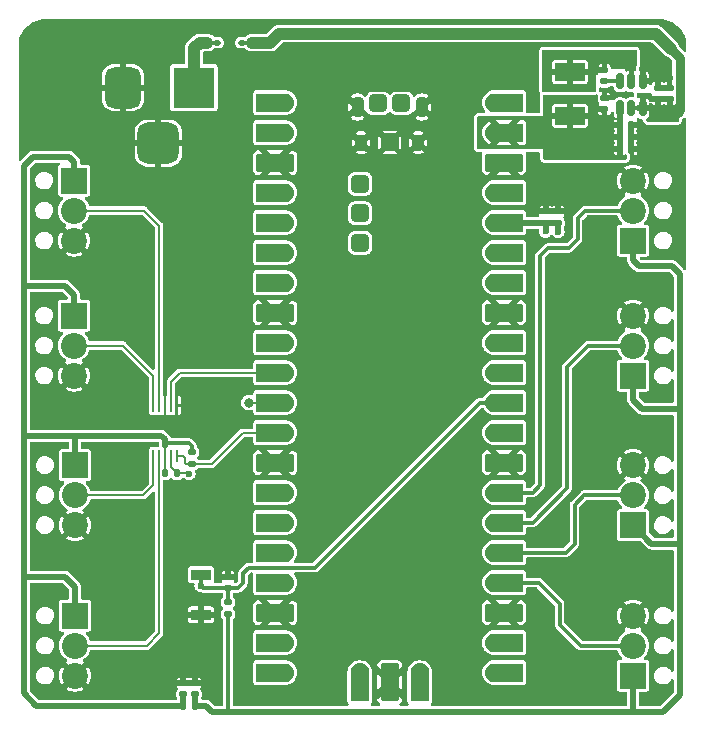
<source format=gbr>
%TF.GenerationSoftware,KiCad,Pcbnew,(7.0.0)*%
%TF.CreationDate,2023-07-11T13:45:38+03:00*%
%TF.ProjectId,Pico_Baseboard,5069636f-5f42-4617-9365-626f6172642e,rev?*%
%TF.SameCoordinates,Original*%
%TF.FileFunction,Copper,L1,Top*%
%TF.FilePolarity,Positive*%
%FSLAX46Y46*%
G04 Gerber Fmt 4.6, Leading zero omitted, Abs format (unit mm)*
G04 Created by KiCad (PCBNEW (7.0.0)) date 2023-07-11 13:45:38*
%MOMM*%
%LPD*%
G01*
G04 APERTURE LIST*
G04 Aperture macros list*
%AMRoundRect*
0 Rectangle with rounded corners*
0 $1 Rounding radius*
0 $2 $3 $4 $5 $6 $7 $8 $9 X,Y pos of 4 corners*
0 Add a 4 corners polygon primitive as box body*
4,1,4,$2,$3,$4,$5,$6,$7,$8,$9,$2,$3,0*
0 Add four circle primitives for the rounded corners*
1,1,$1+$1,$2,$3*
1,1,$1+$1,$4,$5*
1,1,$1+$1,$6,$7*
1,1,$1+$1,$8,$9*
0 Add four rect primitives between the rounded corners*
20,1,$1+$1,$2,$3,$4,$5,0*
20,1,$1+$1,$4,$5,$6,$7,0*
20,1,$1+$1,$6,$7,$8,$9,0*
20,1,$1+$1,$8,$9,$2,$3,0*%
%AMFreePoly0*
4,1,18,-1.600000,0.800000,0.800000,0.800000,0.978017,0.779942,1.147107,0.720775,1.298792,0.625465,1.425465,0.498792,1.520775,0.347107,1.579942,0.178017,1.600000,0.000000,1.579942,-0.178017,1.520775,-0.347107,1.425465,-0.498792,1.298792,-0.625465,1.147107,-0.720775,0.978017,-0.779942,0.800000,-0.800000,-1.600000,-0.800000,-1.600000,0.800000,-1.600000,0.800000,$1*%
G04 Aperture macros list end*
%TA.AperFunction,ComponentPad*%
%ADD10R,3.500000X3.500000*%
%TD*%
%TA.AperFunction,ComponentPad*%
%ADD11RoundRect,0.750000X-0.750000X-1.000000X0.750000X-1.000000X0.750000X1.000000X-0.750000X1.000000X0*%
%TD*%
%TA.AperFunction,ComponentPad*%
%ADD12RoundRect,0.875000X-0.875000X-0.875000X0.875000X-0.875000X0.875000X0.875000X-0.875000X0.875000X0*%
%TD*%
%TA.AperFunction,SMDPad,CuDef*%
%ADD13RoundRect,0.140000X0.170000X-0.140000X0.170000X0.140000X-0.170000X0.140000X-0.170000X-0.140000X0*%
%TD*%
%TA.AperFunction,ComponentPad*%
%ADD14R,2.200000X2.200000*%
%TD*%
%TA.AperFunction,ComponentPad*%
%ADD15C,2.200000*%
%TD*%
%TA.AperFunction,SMDPad,CuDef*%
%ADD16RoundRect,0.150000X0.150000X-0.512500X0.150000X0.512500X-0.150000X0.512500X-0.150000X-0.512500X0*%
%TD*%
%TA.AperFunction,SMDPad,CuDef*%
%ADD17RoundRect,0.135000X-0.135000X-0.185000X0.135000X-0.185000X0.135000X0.185000X-0.135000X0.185000X0*%
%TD*%
%TA.AperFunction,SMDPad,CuDef*%
%ADD18RoundRect,0.112500X0.187500X0.112500X-0.187500X0.112500X-0.187500X-0.112500X0.187500X-0.112500X0*%
%TD*%
%TA.AperFunction,SMDPad,CuDef*%
%ADD19R,0.250000X1.100000*%
%TD*%
%TA.AperFunction,SMDPad,CuDef*%
%ADD20RoundRect,0.140000X-0.140000X-0.170000X0.140000X-0.170000X0.140000X0.170000X-0.140000X0.170000X0*%
%TD*%
%TA.AperFunction,SMDPad,CuDef*%
%ADD21R,2.500000X1.500000*%
%TD*%
%TA.AperFunction,SMDPad,CuDef*%
%ADD22RoundRect,0.140000X-0.170000X0.140000X-0.170000X-0.140000X0.170000X-0.140000X0.170000X0.140000X0*%
%TD*%
%TA.AperFunction,SMDPad,CuDef*%
%ADD23RoundRect,0.147500X0.147500X0.172500X-0.147500X0.172500X-0.147500X-0.172500X0.147500X-0.172500X0*%
%TD*%
%TA.AperFunction,SMDPad,CuDef*%
%ADD24RoundRect,0.135000X0.185000X-0.135000X0.185000X0.135000X-0.185000X0.135000X-0.185000X-0.135000X0*%
%TD*%
%TA.AperFunction,SMDPad,CuDef*%
%ADD25R,1.700000X0.900000*%
%TD*%
%TA.AperFunction,SMDPad,CuDef*%
%ADD26RoundRect,0.135000X-0.185000X0.135000X-0.185000X-0.135000X0.185000X-0.135000X0.185000X0.135000X0*%
%TD*%
%TA.AperFunction,SMDPad,CuDef*%
%ADD27FreePoly0,0.000000*%
%TD*%
%TA.AperFunction,SMDPad,CuDef*%
%ADD28RoundRect,0.200000X-1.400000X-0.600000X1.400000X-0.600000X1.400000X0.600000X-1.400000X0.600000X0*%
%TD*%
%TA.AperFunction,SMDPad,CuDef*%
%ADD29FreePoly0,180.000000*%
%TD*%
%TA.AperFunction,SMDPad,CuDef*%
%ADD30RoundRect,0.200000X1.400000X0.600000X-1.400000X0.600000X-1.400000X-0.600000X1.400000X-0.600000X0*%
%TD*%
%TA.AperFunction,SMDPad,CuDef*%
%ADD31RoundRect,0.550000X0.000000X0.350000X0.000000X0.350000X0.000000X-0.350000X0.000000X-0.350000X0*%
%TD*%
%TA.AperFunction,SMDPad,CuDef*%
%ADD32RoundRect,0.525000X0.000000X0.200000X0.000000X0.200000X0.000000X-0.200000X0.000000X-0.200000X0*%
%TD*%
%TA.AperFunction,SMDPad,CuDef*%
%ADD33FreePoly0,90.000000*%
%TD*%
%TA.AperFunction,SMDPad,CuDef*%
%ADD34RoundRect,0.200000X0.600000X-1.400000X0.600000X1.400000X-0.600000X1.400000X-0.600000X-1.400000X0*%
%TD*%
%TA.AperFunction,SMDPad,CuDef*%
%ADD35RoundRect,0.300000X0.450000X0.450000X-0.450000X0.450000X-0.450000X-0.450000X0.450000X-0.450000X0*%
%TD*%
%TA.AperFunction,ViaPad*%
%ADD36C,0.600000*%
%TD*%
%TA.AperFunction,ViaPad*%
%ADD37C,0.800000*%
%TD*%
%TA.AperFunction,Conductor*%
%ADD38C,1.000000*%
%TD*%
%TA.AperFunction,Conductor*%
%ADD39C,0.750000*%
%TD*%
%TA.AperFunction,Conductor*%
%ADD40C,0.300000*%
%TD*%
%TA.AperFunction,Conductor*%
%ADD41C,0.500000*%
%TD*%
%TA.AperFunction,Conductor*%
%ADD42C,0.200000*%
%TD*%
G04 APERTURE END LIST*
D10*
%TO.P,J101,1*%
%TO.N,Net-(D101-A)*%
X131983999Y-58165999D03*
D11*
%TO.P,J101,2*%
%TO.N,GND*%
X125984000Y-58166000D03*
D12*
%TO.P,J101,3*%
X128984000Y-62866000D03*
%TD*%
D13*
%TO.P,C303,1*%
%TO.N,+3V3*%
X162814000Y-69596000D03*
%TO.P,C303,2*%
%TO.N,GND*%
X162814000Y-68636000D03*
%TD*%
D14*
%TO.P,J107,1,Pin_1*%
%TO.N,+3V3*%
X169163999Y-95209999D03*
D15*
%TO.P,J107,2,Pin_2*%
%TO.N,/AUX_IO2*%
X169164000Y-92670000D03*
%TO.P,J107,3,Pin_3*%
%TO.N,GND*%
X169164000Y-90130000D03*
%TD*%
D14*
%TO.P,J105,1,Pin_1*%
%TO.N,VDDA*%
X121919999Y-102869999D03*
D15*
%TO.P,J105,2,Pin_2*%
%TO.N,/WATER_LEVEL4*%
X121920000Y-105410000D03*
%TO.P,J105,3,Pin_3*%
%TO.N,GND*%
X121920000Y-107950000D03*
%TD*%
D16*
%TO.P,U201,1,FB*%
%TO.N,+5V*%
X168084000Y-59910500D03*
%TO.P,U201,2,EN*%
%TO.N,+24V*%
X169034000Y-59910500D03*
%TO.P,U201,3,IN*%
X169984000Y-59910500D03*
%TO.P,U201,4,GND*%
%TO.N,GND*%
X169984000Y-57635500D03*
%TO.P,U201,5,SW*%
%TO.N,/PICO_BASEBOARD_POWER/SW*%
X169034000Y-57635500D03*
%TO.P,U201,6,BST*%
%TO.N,Net-(U201-BST)*%
X168084000Y-57635500D03*
%TD*%
D17*
%TO.P,R302,1*%
%TO.N,VDDA*%
X129538000Y-90796000D03*
%TO.P,R302,2*%
%TO.N,/MCU_RASPBERRYPI_MODULE_PICO/I2C_SDA*%
X130558000Y-90796000D03*
%TD*%
D14*
%TO.P,J109,1,Pin_1*%
%TO.N,+3V3*%
X169163999Y-71119999D03*
D15*
%TO.P,J109,2,Pin_2*%
%TO.N,/AUX_IO4*%
X169164000Y-68580000D03*
%TO.P,J109,3,Pin_3*%
%TO.N,GND*%
X169164000Y-66040000D03*
%TD*%
D14*
%TO.P,J108,1,Pin_1*%
%TO.N,+3V3*%
X169163999Y-82549999D03*
D15*
%TO.P,J108,2,Pin_2*%
%TO.N,/AUX_IO3*%
X169164000Y-80010000D03*
%TO.P,J108,3,Pin_3*%
%TO.N,GND*%
X169164000Y-77470000D03*
%TD*%
D13*
%TO.P,C204,1*%
%TO.N,+5V*%
X166748000Y-60015000D03*
%TO.P,C204,2*%
%TO.N,GND*%
X166748000Y-59055000D03*
%TD*%
D14*
%TO.P,J104,1,Pin_1*%
%TO.N,VDDA*%
X121919999Y-90129999D03*
D15*
%TO.P,J104,2,Pin_2*%
%TO.N,/WATER_LEVEL3*%
X121920000Y-92670000D03*
%TO.P,J104,3,Pin_3*%
%TO.N,GND*%
X121920000Y-95210000D03*
%TD*%
D18*
%TO.P,D101,1,K*%
%TO.N,+24V*%
X136051000Y-54356000D03*
%TO.P,D101,2,A*%
%TO.N,Net-(D101-A)*%
X133951000Y-54356000D03*
%TD*%
D19*
%TO.P,U302,1,ADDR*%
%TO.N,GND*%
X130539999Y-85089999D03*
%TO.P,U302,2,ALERT/RDY*%
%TO.N,/MCU_RASPBERRYPI_MODULE_PICO/I2C_INT*%
X130039999Y-85089999D03*
%TO.P,U302,3,GND*%
%TO.N,GND*%
X129539999Y-85089999D03*
%TO.P,U302,4,AIN0*%
%TO.N,/WATER_LEVEL1*%
X129039999Y-85089999D03*
%TO.P,U302,5,AIN1*%
%TO.N,/WATER_LEVEL2*%
X128539999Y-85089999D03*
%TO.P,U302,6,AIN2*%
%TO.N,/WATER_LEVEL3*%
X128539999Y-89389999D03*
%TO.P,U302,7,AIN3*%
%TO.N,/WATER_LEVEL4*%
X129039999Y-89389999D03*
%TO.P,U302,8,VDD*%
%TO.N,VDDA*%
X129539999Y-89389999D03*
%TO.P,U302,9,SDA*%
%TO.N,/MCU_RASPBERRYPI_MODULE_PICO/I2C_SDA*%
X130039999Y-89389999D03*
%TO.P,U302,10,SCL*%
%TO.N,/MCU_RASPBERRYPI_MODULE_PICO/I2C_SCL*%
X130539999Y-89389999D03*
%TD*%
D13*
%TO.P,C301,1*%
%TO.N,+3V3*%
X161762000Y-69596000D03*
%TO.P,C301,2*%
%TO.N,GND*%
X161762000Y-68636000D03*
%TD*%
D20*
%TO.P,C302,1*%
%TO.N,+5V*%
X168049000Y-62357000D03*
%TO.P,C302,2*%
%TO.N,GND*%
X169009000Y-62357000D03*
%TD*%
D14*
%TO.P,J102,1,Pin_1*%
%TO.N,VDDA*%
X121839999Y-66039999D03*
D15*
%TO.P,J102,2,Pin_2*%
%TO.N,/WATER_LEVEL1*%
X121840000Y-68580000D03*
%TO.P,J102,3,Pin_3*%
%TO.N,GND*%
X121840000Y-71120000D03*
%TD*%
D20*
%TO.P,C205,1*%
%TO.N,+5V*%
X168049000Y-61341000D03*
%TO.P,C205,2*%
%TO.N,GND*%
X169009000Y-61341000D03*
%TD*%
D21*
%TO.P,L201,1,1*%
%TO.N,/PICO_BASEBOARD_POWER/SW*%
X163826999Y-56850999D03*
%TO.P,L201,2,2*%
%TO.N,+5V*%
X163826999Y-60550999D03*
%TD*%
D13*
%TO.P,C305,1*%
%TO.N,+3V3*%
X132080000Y-109545000D03*
%TO.P,C305,2*%
%TO.N,GND*%
X132080000Y-108585000D03*
%TD*%
D14*
%TO.P,J106,1,Pin_1*%
%TO.N,+3V3*%
X169163999Y-107949999D03*
D15*
%TO.P,J106,2,Pin_2*%
%TO.N,/AUX_IO1*%
X169164000Y-105410000D03*
%TO.P,J106,3,Pin_3*%
%TO.N,GND*%
X169164000Y-102870000D03*
%TD*%
D22*
%TO.P,C203,1*%
%TO.N,/PICO_BASEBOARD_POWER/SW*%
X166748000Y-56670000D03*
%TO.P,C203,2*%
%TO.N,Net-(U201-BST)*%
X166748000Y-57630000D03*
%TD*%
D20*
%TO.P,C304,1*%
%TO.N,+5V*%
X168049000Y-63373000D03*
%TO.P,C304,2*%
%TO.N,GND*%
X169009000Y-63373000D03*
%TD*%
D13*
%TO.P,C202,1*%
%TO.N,+24V*%
X171254000Y-59133000D03*
%TO.P,C202,2*%
%TO.N,GND*%
X171254000Y-58173000D03*
%TD*%
%TO.P,C306,1*%
%TO.N,VDDA*%
X131064000Y-109545000D03*
%TO.P,C306,2*%
%TO.N,GND*%
X131064000Y-108585000D03*
%TD*%
%TO.P,C307,1*%
%TO.N,/MCU_RASPBERRYPI_MODULE_PICO/RESET*%
X134874000Y-100528000D03*
%TO.P,C307,2*%
%TO.N,GND*%
X134874000Y-99568000D03*
%TD*%
D14*
%TO.P,J103,1,Pin_1*%
%TO.N,VDDA*%
X121839999Y-77469999D03*
D15*
%TO.P,J103,2,Pin_2*%
%TO.N,/WATER_LEVEL2*%
X121840000Y-80010000D03*
%TO.P,J103,3,Pin_3*%
%TO.N,GND*%
X121840000Y-82550000D03*
%TD*%
D23*
%TO.P,FB301,1*%
%TO.N,+3V3*%
X132057000Y-110490000D03*
%TO.P,FB301,2*%
%TO.N,VDDA*%
X131087000Y-110490000D03*
%TD*%
D24*
%TO.P,R303,1*%
%TO.N,+3V3*%
X134874000Y-102750000D03*
%TO.P,R303,2*%
%TO.N,/MCU_RASPBERRYPI_MODULE_PICO/RESET*%
X134874000Y-101730000D03*
%TD*%
D25*
%TO.P,SW301,1,1*%
%TO.N,GND*%
X132587999Y-102791999D03*
%TO.P,SW301,2,2*%
%TO.N,/MCU_RASPBERRYPI_MODULE_PICO/RESET*%
X132587999Y-99391999D03*
%TD*%
D13*
%TO.P,C201,1*%
%TO.N,+24V*%
X172270000Y-59133000D03*
%TO.P,C201,2*%
%TO.N,GND*%
X172270000Y-58173000D03*
%TD*%
D26*
%TO.P,R301,1*%
%TO.N,VDDA*%
X131826000Y-89016000D03*
%TO.P,R301,2*%
%TO.N,/MCU_RASPBERRYPI_MODULE_PICO/I2C_SCL*%
X131826000Y-90036000D03*
%TD*%
D27*
%TO.P,U301,1,GPIO0*%
%TO.N,unconnected-(U301-GPIO0-Pad1)*%
X138871999Y-59445999D03*
%TO.P,U301,2,GPIO1*%
%TO.N,unconnected-(U301-GPIO1-Pad2)*%
X138871999Y-61985999D03*
D28*
%TO.P,U301,3,GND*%
%TO.N,GND*%
X138872000Y-64526000D03*
D27*
%TO.P,U301,4,GPIO2*%
%TO.N,unconnected-(U301-GPIO2-Pad4)*%
X138871999Y-67065999D03*
%TO.P,U301,5,GPIO3*%
%TO.N,unconnected-(U301-GPIO3-Pad5)*%
X138871999Y-69605999D03*
%TO.P,U301,6,GPIO4*%
%TO.N,unconnected-(U301-GPIO4-Pad6)*%
X138871999Y-72145999D03*
%TO.P,U301,7,GPIO5*%
%TO.N,unconnected-(U301-GPIO5-Pad7)*%
X138871999Y-74685999D03*
D28*
%TO.P,U301,8,GND*%
%TO.N,GND*%
X138872000Y-77226000D03*
D27*
%TO.P,U301,9,GPIO6*%
%TO.N,unconnected-(U301-GPIO6-Pad9)*%
X138871999Y-79765999D03*
%TO.P,U301,10,GPIO7*%
%TO.N,/MCU_RASPBERRYPI_MODULE_PICO/I2C_INT*%
X138871999Y-82305999D03*
%TO.P,U301,11,GPIO8*%
%TO.N,/MCU_RASPBERRYPI_MODULE_PICO/I2C_SDA*%
X138871999Y-84845999D03*
%TO.P,U301,12,GPIO9*%
%TO.N,/MCU_RASPBERRYPI_MODULE_PICO/I2C_SCL*%
X138871999Y-87385999D03*
D28*
%TO.P,U301,13,GND*%
%TO.N,GND*%
X138872000Y-89926000D03*
D27*
%TO.P,U301,14,GPIO10*%
%TO.N,unconnected-(U301-GPIO10-Pad14)*%
X138871999Y-92465999D03*
%TO.P,U301,15,GPIO11*%
%TO.N,unconnected-(U301-GPIO11-Pad15)*%
X138871999Y-95005999D03*
%TO.P,U301,16,GPIO12*%
%TO.N,unconnected-(U301-GPIO12-Pad16)*%
X138871999Y-97545999D03*
%TO.P,U301,17,GPIO13*%
%TO.N,unconnected-(U301-GPIO13-Pad17)*%
X138871999Y-100085999D03*
D28*
%TO.P,U301,18,GND*%
%TO.N,GND*%
X138872000Y-102626000D03*
D27*
%TO.P,U301,19,GPIO14*%
%TO.N,unconnected-(U301-GPIO14-Pad19)*%
X138871999Y-105165999D03*
%TO.P,U301,20,GPIO15*%
%TO.N,unconnected-(U301-GPIO15-Pad20)*%
X138871999Y-107705999D03*
D29*
%TO.P,U301,21,GPIO16*%
%TO.N,unconnected-(U301-GPIO16-Pad21)*%
X158241999Y-107695999D03*
%TO.P,U301,22,GPIO17*%
%TO.N,unconnected-(U301-GPIO17-Pad22)*%
X158241999Y-105155999D03*
D30*
%TO.P,U301,23,GND*%
%TO.N,GND*%
X158242000Y-102616000D03*
D29*
%TO.P,U301,24,GPIO18*%
%TO.N,/AUX_IO1*%
X158241999Y-100075999D03*
%TO.P,U301,25,GPIO19*%
%TO.N,/AUX_IO2*%
X158241999Y-97535999D03*
%TO.P,U301,26,GPIO20*%
%TO.N,/AUX_IO3*%
X158241999Y-94995999D03*
%TO.P,U301,27,GPIO21*%
%TO.N,/AUX_IO4*%
X158241999Y-92455999D03*
D30*
%TO.P,U301,28,GND*%
%TO.N,GND*%
X158242000Y-89916000D03*
D29*
%TO.P,U301,29,GPIO22*%
%TO.N,unconnected-(U301-GPIO22-Pad29)*%
X158241999Y-87375999D03*
%TO.P,U301,30,RUN*%
%TO.N,/MCU_RASPBERRYPI_MODULE_PICO/RESET*%
X158241999Y-84835999D03*
%TO.P,U301,31,GPIO26_ADC0*%
%TO.N,unconnected-(U301-GPIO26_ADC0-Pad31)*%
X158241999Y-82295999D03*
%TO.P,U301,32,GPIO27_ADC1*%
%TO.N,unconnected-(U301-GPIO27_ADC1-Pad32)*%
X158241999Y-79755999D03*
D30*
%TO.P,U301,33,GND*%
%TO.N,GND*%
X158242000Y-77216000D03*
D29*
%TO.P,U301,34,GPIO28_ADC2*%
%TO.N,unconnected-(U301-GPIO28_ADC2-Pad34)*%
X158241999Y-74675999D03*
%TO.P,U301,35,ADC_VREF*%
%TO.N,unconnected-(U301-ADC_VREF-Pad35)*%
X158241999Y-72135999D03*
%TO.P,U301,36,3V3(OUT)*%
%TO.N,+3V3*%
X158241999Y-69595999D03*
%TO.P,U301,37,3V3_EN*%
%TO.N,unconnected-(U301-3V3_EN-Pad37)*%
X158241999Y-67055999D03*
D30*
%TO.P,U301,38,GND*%
%TO.N,GND*%
X158242000Y-64516000D03*
D29*
%TO.P,U301,39,VSYS*%
%TO.N,+5V*%
X158241999Y-61975999D03*
%TO.P,U301,40,VBUS*%
%TO.N,unconnected-(U301-VBUS-Pad40)*%
X158241999Y-59435999D03*
D31*
%TO.P,U301,A,GND*%
%TO.N,GND*%
X145837000Y-59806000D03*
%TO.P,U301,B,GND*%
X151287000Y-59806000D03*
D32*
%TO.P,U301,C,GND*%
X146137000Y-62836000D03*
%TO.P,U301,D,GND*%
X150987000Y-62836000D03*
D33*
%TO.P,U301,D1,SWCLK*%
%TO.N,unconnected-(U301-SWCLK-PadD1)*%
X146031999Y-108507999D03*
D34*
%TO.P,U301,D2,GND*%
%TO.N,GND*%
X148572000Y-108508000D03*
D33*
%TO.P,U301,D3,SWD*%
%TO.N,unconnected-(U301-SWD-PadD3)*%
X151111999Y-108507999D03*
D35*
%TO.P,U301,TP1,GND*%
%TO.N,GND*%
X148562000Y-62806000D03*
%TO.P,U301,TP2,USB_DM*%
%TO.N,unconnected-(U301-USB_DM-PadTP2)*%
X149562000Y-59506000D03*
%TO.P,U301,TP3,USB_DP*%
%TO.N,unconnected-(U301-USB_DP-PadTP3)*%
X147562000Y-59506000D03*
%TO.P,U301,TP4,GPIO23/SMPS_PS*%
%TO.N,unconnected-(U301-GPIO23{slash}SMPS_PS-PadTP4)*%
X146062000Y-66306000D03*
%TO.P,U301,TP5,GPIO25/LED*%
%TO.N,unconnected-(U301-GPIO25{slash}LED-PadTP5)*%
X146062000Y-68806000D03*
%TO.P,U301,TP6,BOOTSEL*%
%TO.N,unconnected-(U301-BOOTSEL-PadTP6)*%
X146062000Y-71306000D03*
%TD*%
D36*
%TO.N,GND*%
X168587000Y-58767500D03*
X161798000Y-67818000D03*
X169857000Y-61307500D03*
X129540000Y-86487000D03*
X132080000Y-107795000D03*
X131064000Y-107795000D03*
X169857000Y-62357000D03*
X171254000Y-57370500D03*
X172270000Y-57370500D03*
X126746000Y-91694000D03*
X136652000Y-83566000D03*
X169984000Y-56481500D03*
X169857000Y-63373000D03*
X132842000Y-108622000D03*
X126746000Y-89408000D03*
X162814000Y-67818000D03*
X162306000Y-96012000D03*
%TO.N,+3V3*%
X162814000Y-70358000D03*
X161762000Y-70322000D03*
%TO.N,/MCU_RASPBERRYPI_MODULE_PICO/I2C_SDA*%
X131566941Y-90851483D03*
D37*
X136642000Y-84846000D03*
D36*
%TO.N,/MCU_RASPBERRYPI_MODULE_PICO/RESET*%
X132588000Y-100330000D03*
%TD*%
D38*
%TO.N,+24V*%
X138430000Y-54356000D02*
X136906000Y-54356000D01*
D39*
X172974000Y-60198000D02*
X173105000Y-60067000D01*
D40*
X172270000Y-59133000D02*
X172270000Y-60013000D01*
D39*
X173105000Y-55630000D02*
X172339000Y-54864000D01*
D38*
X139192000Y-53594000D02*
X138430000Y-54356000D01*
X171069000Y-53594000D02*
X139192000Y-53594000D01*
X172085000Y-60198000D02*
X172974000Y-60198000D01*
D40*
X171254000Y-60002000D02*
X171323000Y-60071000D01*
X171254000Y-59133000D02*
X171254000Y-60002000D01*
X172270000Y-60013000D02*
X172085000Y-60198000D01*
D39*
X173105000Y-60067000D02*
X173105000Y-55630000D01*
D38*
X172339000Y-54864000D02*
X171069000Y-53594000D01*
X171450000Y-60198000D02*
X172085000Y-60198000D01*
X171323000Y-60071000D02*
X171450000Y-60198000D01*
D40*
X169984000Y-59910500D02*
X169034000Y-59910500D01*
X136906000Y-54356000D02*
X136051000Y-54356000D01*
%TO.N,Net-(U201-BST)*%
X168084000Y-57635500D02*
X166753500Y-57635500D01*
X166753500Y-57635500D02*
X166748000Y-57630000D01*
D41*
%TO.N,+3V3*%
X134874000Y-110998000D02*
X133477000Y-110998000D01*
X161762000Y-70322000D02*
X161762000Y-69596000D01*
X169164000Y-95210000D02*
X170728000Y-96774000D01*
X169926000Y-85344000D02*
X173101000Y-85344000D01*
X172466000Y-73279000D02*
X173101000Y-73914000D01*
D40*
X134874000Y-102750000D02*
X134874000Y-110998000D01*
D41*
X158242000Y-69596000D02*
X162814000Y-69596000D01*
X169164000Y-71120000D02*
X169164000Y-72771000D01*
X173101000Y-73914000D02*
X173101000Y-109601000D01*
X133477000Y-110998000D02*
X132969000Y-110490000D01*
X132085000Y-110462000D02*
X132057000Y-110490000D01*
X169672000Y-73279000D02*
X172466000Y-73279000D01*
X132969000Y-110490000D02*
X132057000Y-110490000D01*
X170728000Y-96774000D02*
X173101000Y-96774000D01*
X162814000Y-69596000D02*
X162814000Y-70358000D01*
X169164000Y-72771000D02*
X169672000Y-73279000D01*
X132080000Y-110467000D02*
X132057000Y-110490000D01*
X171704000Y-110998000D02*
X134874000Y-110998000D01*
X173101000Y-109601000D02*
X171704000Y-110998000D01*
X169164000Y-82550000D02*
X169164000Y-84582000D01*
X169164000Y-107950000D02*
X169164000Y-110998000D01*
X169164000Y-84582000D02*
X169926000Y-85344000D01*
X132080000Y-109545000D02*
X132080000Y-110467000D01*
D40*
%TO.N,Net-(D101-A)*%
X133096000Y-54356000D02*
X133951000Y-54356000D01*
D38*
X133096000Y-54356000D02*
X132461000Y-54356000D01*
X131984000Y-54833000D02*
X131984000Y-58166000D01*
X132461000Y-54356000D02*
X131984000Y-54833000D01*
D42*
%TO.N,/WATER_LEVEL1*%
X129040000Y-85090000D02*
X129040000Y-69858000D01*
X127762000Y-68580000D02*
X121840000Y-68580000D01*
X129040000Y-69858000D02*
X127762000Y-68580000D01*
%TO.N,/WATER_LEVEL2*%
X125984000Y-80010000D02*
X121840000Y-80010000D01*
X128540000Y-85090000D02*
X128540000Y-82566000D01*
X128540000Y-82566000D02*
X125984000Y-80010000D01*
%TO.N,/WATER_LEVEL3*%
X128540000Y-89390000D02*
X128540000Y-91821000D01*
X127691000Y-92670000D02*
X121920000Y-92670000D01*
X128540000Y-91821000D02*
X127691000Y-92670000D01*
%TO.N,/WATER_LEVEL4*%
X129018000Y-104380000D02*
X127988000Y-105410000D01*
X129040000Y-89390000D02*
X129018000Y-89412000D01*
X127988000Y-105410000D02*
X121920000Y-105410000D01*
X129018000Y-89412000D02*
X129018000Y-104380000D01*
D40*
%TO.N,/AUX_IO1*%
X162941000Y-103632000D02*
X164719000Y-105410000D01*
X158242000Y-100076000D02*
X161163000Y-100076000D01*
X162941000Y-101854000D02*
X162941000Y-103632000D01*
X164719000Y-105410000D02*
X169164000Y-105410000D01*
X161163000Y-100076000D02*
X162941000Y-101854000D01*
%TO.N,/AUX_IO2*%
X164211000Y-93472000D02*
X165013000Y-92670000D01*
X165013000Y-92670000D02*
X169164000Y-92670000D01*
X158242000Y-97536000D02*
X163449000Y-97536000D01*
X164211000Y-96774000D02*
X164211000Y-93472000D01*
X163449000Y-97536000D02*
X164211000Y-96774000D01*
%TO.N,/AUX_IO3*%
X163576000Y-92075000D02*
X163576000Y-81788000D01*
X163576000Y-81788000D02*
X165354000Y-80010000D01*
X160655000Y-94996000D02*
X163576000Y-92075000D01*
X158242000Y-94996000D02*
X160655000Y-94996000D01*
X165354000Y-80010000D02*
X169164000Y-80010000D01*
%TO.N,/AUX_IO4*%
X164465000Y-70993000D02*
X164465000Y-69215000D01*
X164465000Y-69215000D02*
X165100000Y-68580000D01*
X161925000Y-71755000D02*
X163703000Y-71755000D01*
X163703000Y-71755000D02*
X164465000Y-70993000D01*
X160655000Y-92456000D02*
X161290000Y-91821000D01*
X161290000Y-72390000D02*
X161925000Y-71755000D01*
X161290000Y-91821000D02*
X161290000Y-72390000D01*
X165100000Y-68580000D02*
X169164000Y-68580000D01*
X158242000Y-92456000D02*
X160655000Y-92456000D01*
D42*
%TO.N,/MCU_RASPBERRYPI_MODULE_PICO/I2C_SCL*%
X131046000Y-89390000D02*
X131191000Y-89535000D01*
X133484000Y-90036000D02*
X136134000Y-87386000D01*
X131311000Y-90036000D02*
X131826000Y-90036000D01*
X136134000Y-87386000D02*
X138872000Y-87386000D01*
X131191000Y-89535000D02*
X131191000Y-89916000D01*
X131191000Y-89916000D02*
X131311000Y-90036000D01*
X130540000Y-89390000D02*
X131046000Y-89390000D01*
X131826000Y-90036000D02*
X133484000Y-90036000D01*
%TO.N,/MCU_RASPBERRYPI_MODULE_PICO/I2C_SDA*%
X136642000Y-84846000D02*
X138872000Y-84846000D01*
X130558000Y-90796000D02*
X131511458Y-90796000D01*
X130040000Y-89390000D02*
X130040000Y-90278000D01*
X130040000Y-90278000D02*
X130558000Y-90796000D01*
X131511458Y-90796000D02*
X131566941Y-90851483D01*
%TO.N,/MCU_RASPBERRYPI_MODULE_PICO/I2C_INT*%
X130040000Y-85090000D02*
X130040000Y-83066000D01*
X130040000Y-83066000D02*
X130800000Y-82306000D01*
X130800000Y-82306000D02*
X138872000Y-82306000D01*
D41*
%TO.N,VDDA*%
X121031000Y-74930000D02*
X121840000Y-75739000D01*
X121840000Y-75739000D02*
X121840000Y-77470000D01*
X121412000Y-64008000D02*
X121840000Y-64436000D01*
X121920000Y-90130000D02*
X121920000Y-87630000D01*
X117602000Y-74930000D02*
X121031000Y-74930000D01*
X121920000Y-100457000D02*
X121031000Y-99568000D01*
X129540000Y-87947500D02*
X129222500Y-87630000D01*
X129222500Y-87630000D02*
X117602000Y-87630000D01*
X118633672Y-110490000D02*
X117602000Y-109458328D01*
D42*
X129540000Y-88519000D02*
X129540000Y-89390000D01*
D41*
X121031000Y-99568000D02*
X117602000Y-99568000D01*
X131087000Y-110490000D02*
X118633672Y-110490000D01*
D40*
X131572000Y-88265000D02*
X129540000Y-88265000D01*
D41*
X131087000Y-110490000D02*
X131059000Y-110462000D01*
D42*
X129540000Y-89390000D02*
X129540000Y-90794000D01*
D41*
X117602000Y-109458328D02*
X117602000Y-64770000D01*
X131064000Y-110467000D02*
X131087000Y-110490000D01*
X129540000Y-88519000D02*
X129540000Y-88265000D01*
X117602000Y-64770000D02*
X118364000Y-64008000D01*
X121840000Y-64436000D02*
X121840000Y-66040000D01*
X129540000Y-88265000D02*
X129540000Y-87947500D01*
D42*
X129540000Y-90794000D02*
X129538000Y-90796000D01*
D40*
X131826000Y-89016000D02*
X131826000Y-88519000D01*
D41*
X118364000Y-64008000D02*
X121412000Y-64008000D01*
X131064000Y-109545000D02*
X131064000Y-110467000D01*
X121920000Y-102823000D02*
X121920000Y-100457000D01*
D40*
X131826000Y-88519000D02*
X131572000Y-88265000D01*
%TO.N,/MCU_RASPBERRYPI_MODULE_PICO/RESET*%
X132588000Y-100330000D02*
X132588000Y-99392000D01*
X134874000Y-100528000D02*
X132786000Y-100528000D01*
X156210000Y-84836000D02*
X158242000Y-84836000D01*
X135692000Y-100528000D02*
X136144000Y-100076000D01*
X142240000Y-98806000D02*
X156210000Y-84836000D01*
X134874000Y-100528000D02*
X135692000Y-100528000D01*
X136144000Y-99292434D02*
X136630434Y-98806000D01*
X136144000Y-100076000D02*
X136144000Y-99292434D01*
X134874000Y-101730000D02*
X134874000Y-100528000D01*
X132786000Y-100528000D02*
X132588000Y-100330000D01*
X136630434Y-98806000D02*
X142240000Y-98806000D01*
%TD*%
%TA.AperFunction,Conductor*%
%TO.N,+5V*%
G36*
X166144038Y-58773069D02*
G01*
X166178996Y-58820203D01*
X166188366Y-58878134D01*
X166188262Y-58879452D01*
X166187500Y-58884265D01*
X166187500Y-58889137D01*
X166187500Y-58889138D01*
X166187500Y-59220864D01*
X166187500Y-59220876D01*
X166187501Y-59225734D01*
X166188261Y-59230538D01*
X166188262Y-59230540D01*
X166200456Y-59307538D01*
X166200457Y-59307542D01*
X166201983Y-59317175D01*
X166206411Y-59325866D01*
X166206412Y-59325868D01*
X166229485Y-59371150D01*
X166237435Y-59404265D01*
X166238775Y-59403906D01*
X166243000Y-59419675D01*
X166243000Y-59436000D01*
X166248975Y-59436000D01*
X166267695Y-59454720D01*
X166270031Y-59456069D01*
X166302122Y-59511655D01*
X166302122Y-59575839D01*
X166270032Y-59631425D01*
X166265454Y-59636003D01*
X166254120Y-59651602D01*
X166206893Y-59744290D01*
X166202942Y-59756447D01*
X166203308Y-59762652D01*
X166214006Y-59765000D01*
X166874000Y-59765000D01*
X166936000Y-59781613D01*
X166981387Y-59827000D01*
X166998000Y-59889000D01*
X166998000Y-60523747D01*
X167000346Y-60534441D01*
X167011279Y-60535086D01*
X167030376Y-60532062D01*
X167048715Y-60526103D01*
X167141397Y-60478879D01*
X167156994Y-60467547D01*
X167230547Y-60393994D01*
X167241879Y-60378397D01*
X167289102Y-60285718D01*
X167292066Y-60276595D01*
X167330954Y-60219366D01*
X167394453Y-60191883D01*
X167462793Y-60202705D01*
X167514695Y-60248460D01*
X167534000Y-60314904D01*
X167534000Y-60449608D01*
X167534762Y-60459288D01*
X167547309Y-60538512D01*
X167553263Y-60556840D01*
X167601928Y-60652349D01*
X167613260Y-60667946D01*
X167649205Y-60703891D01*
X167681299Y-60759478D01*
X167681299Y-60823666D01*
X167649205Y-60879253D01*
X167596452Y-60932005D01*
X167585120Y-60947602D01*
X167537896Y-61040284D01*
X167531937Y-61058623D01*
X167528913Y-61077720D01*
X167529558Y-61088653D01*
X167540253Y-61091000D01*
X167782674Y-61091000D01*
X167795549Y-61087549D01*
X167799000Y-61074674D01*
X167799000Y-60821387D01*
X167808439Y-60773934D01*
X167829076Y-60743048D01*
X167834000Y-60724674D01*
X167834000Y-59784500D01*
X167850613Y-59722500D01*
X167896000Y-59677113D01*
X167958000Y-59660500D01*
X168210000Y-59660500D01*
X168272000Y-59677113D01*
X168317387Y-59722500D01*
X168334000Y-59784500D01*
X168334000Y-60782613D01*
X168324561Y-60830066D01*
X168303923Y-60860951D01*
X168299000Y-60879326D01*
X168299000Y-63906994D01*
X168301346Y-63917689D01*
X168307551Y-63918056D01*
X168319712Y-63914105D01*
X168412397Y-63866879D01*
X168427994Y-63855547D01*
X168440965Y-63842577D01*
X168496552Y-63810483D01*
X168560740Y-63810483D01*
X168616327Y-63842577D01*
X168619681Y-63845931D01*
X168646561Y-63886159D01*
X168656000Y-63933612D01*
X168656000Y-64138000D01*
X168639387Y-64200000D01*
X168594000Y-64245387D01*
X168532000Y-64262000D01*
X161668000Y-64262000D01*
X161606000Y-64245387D01*
X161560613Y-64200000D01*
X161544000Y-64138000D01*
X161544000Y-63636279D01*
X167528913Y-63636279D01*
X167531937Y-63655376D01*
X167537896Y-63673715D01*
X167585120Y-63766397D01*
X167596452Y-63781994D01*
X167670005Y-63855547D01*
X167685602Y-63866879D01*
X167778290Y-63914106D01*
X167790447Y-63918057D01*
X167796652Y-63917691D01*
X167799000Y-63906994D01*
X167799000Y-63639326D01*
X167795549Y-63626450D01*
X167782674Y-63623000D01*
X167540253Y-63623000D01*
X167529558Y-63625346D01*
X167528913Y-63636279D01*
X161544000Y-63636279D01*
X161544000Y-63389326D01*
X161544000Y-63373000D01*
X161527674Y-63373000D01*
X156080000Y-63373000D01*
X156018000Y-63356387D01*
X155972613Y-63311000D01*
X155956000Y-63249000D01*
X155956000Y-63109720D01*
X167528913Y-63109720D01*
X167529558Y-63120653D01*
X167540253Y-63123000D01*
X167782674Y-63123000D01*
X167795549Y-63119549D01*
X167799000Y-63106674D01*
X167799000Y-62623326D01*
X167795549Y-62610450D01*
X167782674Y-62607000D01*
X167540253Y-62607000D01*
X167529558Y-62609346D01*
X167528913Y-62620279D01*
X167531937Y-62639376D01*
X167537896Y-62657715D01*
X167585120Y-62750397D01*
X167596452Y-62765994D01*
X167607777Y-62777319D01*
X167639871Y-62832906D01*
X167639871Y-62897094D01*
X167607777Y-62952681D01*
X167596452Y-62964005D01*
X167585120Y-62979602D01*
X167537896Y-63072284D01*
X167531937Y-63090623D01*
X167528913Y-63109720D01*
X155956000Y-63109720D01*
X155956000Y-63023769D01*
X157550938Y-63023769D01*
X157560229Y-63026000D01*
X158923771Y-63026000D01*
X158933061Y-63023769D01*
X158928069Y-63015622D01*
X158253542Y-62341095D01*
X158242000Y-62334431D01*
X158230457Y-62341095D01*
X157555930Y-63015622D01*
X157550938Y-63023769D01*
X155956000Y-63023769D01*
X155956000Y-62024538D01*
X156392000Y-62024538D01*
X156392298Y-62030622D01*
X156406594Y-62175771D01*
X156408960Y-62187666D01*
X156465464Y-62373934D01*
X156470103Y-62385134D01*
X156561857Y-62556795D01*
X156568599Y-62566884D01*
X156692082Y-62717348D01*
X156700651Y-62725917D01*
X156851118Y-62849403D01*
X156861200Y-62856139D01*
X156945390Y-62901139D01*
X156956614Y-62904344D01*
X156966429Y-62898016D01*
X157876904Y-61987542D01*
X157883568Y-61976000D01*
X158600431Y-61976000D01*
X158607095Y-61987542D01*
X159636914Y-63017361D01*
X159646485Y-63023756D01*
X159657764Y-63026000D01*
X159860528Y-63026000D01*
X159872604Y-63024810D01*
X159927566Y-63013877D01*
X159949699Y-63004710D01*
X160012086Y-62963024D01*
X160029024Y-62946086D01*
X160070710Y-62883699D01*
X160079877Y-62861566D01*
X160090810Y-62806604D01*
X160092000Y-62794528D01*
X160092000Y-62093720D01*
X167528913Y-62093720D01*
X167529558Y-62104653D01*
X167540253Y-62107000D01*
X167782674Y-62107000D01*
X167795549Y-62103549D01*
X167799000Y-62090674D01*
X167799000Y-61607326D01*
X167795549Y-61594450D01*
X167782674Y-61591000D01*
X167540253Y-61591000D01*
X167529558Y-61593346D01*
X167528913Y-61604279D01*
X167531937Y-61623376D01*
X167537896Y-61641715D01*
X167585120Y-61734397D01*
X167596452Y-61749994D01*
X167607777Y-61761319D01*
X167639871Y-61816906D01*
X167639871Y-61881094D01*
X167607777Y-61936681D01*
X167596452Y-61948005D01*
X167585120Y-61963602D01*
X167537896Y-62056284D01*
X167531937Y-62074623D01*
X167528913Y-62093720D01*
X160092000Y-62093720D01*
X160092000Y-61319528D01*
X162327000Y-61319528D01*
X162328189Y-61331604D01*
X162339122Y-61386566D01*
X162348289Y-61408699D01*
X162389975Y-61471086D01*
X162406913Y-61488024D01*
X162469300Y-61529710D01*
X162491433Y-61538877D01*
X162546395Y-61549810D01*
X162558472Y-61551000D01*
X163560674Y-61551000D01*
X163573549Y-61547549D01*
X163577000Y-61534674D01*
X164077000Y-61534674D01*
X164080450Y-61547549D01*
X164093326Y-61551000D01*
X165095528Y-61551000D01*
X165107604Y-61549810D01*
X165162566Y-61538877D01*
X165184699Y-61529710D01*
X165247086Y-61488024D01*
X165264024Y-61471086D01*
X165305710Y-61408699D01*
X165314877Y-61386566D01*
X165325810Y-61331604D01*
X165327000Y-61319528D01*
X165327000Y-60817326D01*
X165323549Y-60804450D01*
X165310674Y-60801000D01*
X164093326Y-60801000D01*
X164080450Y-60804450D01*
X164077000Y-60817326D01*
X164077000Y-61534674D01*
X163577000Y-61534674D01*
X163577000Y-60817326D01*
X163573549Y-60804450D01*
X163560674Y-60801000D01*
X162343326Y-60801000D01*
X162330450Y-60804450D01*
X162327000Y-60817326D01*
X162327000Y-61319528D01*
X160092000Y-61319528D01*
X160092000Y-61157472D01*
X160090810Y-61145395D01*
X160079877Y-61090433D01*
X160070710Y-61068300D01*
X160029024Y-61005913D01*
X160012086Y-60988975D01*
X159949699Y-60947289D01*
X159927566Y-60938122D01*
X159872604Y-60927189D01*
X159860528Y-60926000D01*
X159657764Y-60926000D01*
X159646485Y-60928243D01*
X159636914Y-60934638D01*
X158607095Y-61964457D01*
X158600431Y-61976000D01*
X157883568Y-61976000D01*
X157876904Y-61964457D01*
X156966429Y-61053982D01*
X156956615Y-61047654D01*
X156945388Y-61050860D01*
X156861205Y-61095857D01*
X156851115Y-61102599D01*
X156700651Y-61226082D01*
X156692082Y-61234651D01*
X156568599Y-61385115D01*
X156561857Y-61395204D01*
X156470103Y-61566865D01*
X156465464Y-61578065D01*
X156408960Y-61764333D01*
X156406594Y-61776228D01*
X156392298Y-61921377D01*
X156392000Y-61927462D01*
X156392000Y-62024538D01*
X155956000Y-62024538D01*
X155956000Y-60928230D01*
X157550939Y-60928230D01*
X157555931Y-60936377D01*
X158230457Y-61610903D01*
X158242000Y-61617567D01*
X158253542Y-61610903D01*
X158928068Y-60936377D01*
X158933060Y-60928230D01*
X158923770Y-60926000D01*
X157560230Y-60926000D01*
X157550939Y-60928230D01*
X155956000Y-60928230D01*
X155956000Y-60703000D01*
X155972613Y-60641000D01*
X156018000Y-60595613D01*
X156080000Y-60579000D01*
X161527674Y-60579000D01*
X161544000Y-60579000D01*
X161544000Y-60284674D01*
X162327000Y-60284674D01*
X162330450Y-60297549D01*
X162343326Y-60301000D01*
X163560674Y-60301000D01*
X163573549Y-60297549D01*
X163577000Y-60284674D01*
X164077000Y-60284674D01*
X164080450Y-60297549D01*
X164093326Y-60301000D01*
X165310674Y-60301000D01*
X165323549Y-60297549D01*
X165327000Y-60284674D01*
X165327000Y-60273551D01*
X166202943Y-60273551D01*
X166206894Y-60285712D01*
X166254120Y-60378397D01*
X166265452Y-60393994D01*
X166339005Y-60467547D01*
X166354602Y-60478879D01*
X166447284Y-60526103D01*
X166465623Y-60532062D01*
X166484720Y-60535086D01*
X166495653Y-60534441D01*
X166498000Y-60523747D01*
X166498000Y-60281326D01*
X166494549Y-60268450D01*
X166481674Y-60265000D01*
X166214006Y-60265000D01*
X166203310Y-60267346D01*
X166202943Y-60273551D01*
X165327000Y-60273551D01*
X165327000Y-59782472D01*
X165325810Y-59770395D01*
X165314877Y-59715433D01*
X165305710Y-59693300D01*
X165264024Y-59630913D01*
X165247086Y-59613975D01*
X165184699Y-59572289D01*
X165162566Y-59563122D01*
X165107604Y-59552189D01*
X165095528Y-59551000D01*
X164093326Y-59551000D01*
X164080450Y-59554450D01*
X164077000Y-59567326D01*
X164077000Y-60284674D01*
X163577000Y-60284674D01*
X163577000Y-59567326D01*
X163573549Y-59554450D01*
X163560674Y-59551000D01*
X162558472Y-59551000D01*
X162546395Y-59552189D01*
X162491433Y-59563122D01*
X162469300Y-59572289D01*
X162406913Y-59613975D01*
X162389975Y-59630913D01*
X162348289Y-59693300D01*
X162339122Y-59715433D01*
X162328189Y-59770395D01*
X162327000Y-59782472D01*
X162327000Y-60284674D01*
X161544000Y-60284674D01*
X161544000Y-58893000D01*
X161560613Y-58831000D01*
X161606000Y-58785613D01*
X161668000Y-58769000D01*
X165918947Y-58769000D01*
X165923000Y-58769000D01*
X165989129Y-58760294D01*
X165993049Y-58759243D01*
X165993057Y-58759242D01*
X166032653Y-58748632D01*
X166091321Y-58747287D01*
X166144038Y-58773069D01*
G37*
%TD.AperFunction*%
%TD*%
%TA.AperFunction,Conductor*%
%TO.N,+24V*%
G36*
X170684140Y-58656310D02*
G01*
X170729278Y-58699710D01*
X170747455Y-58759632D01*
X170734036Y-58820795D01*
X170712893Y-58862290D01*
X170708942Y-58874447D01*
X170709308Y-58880652D01*
X170720006Y-58883000D01*
X172396000Y-58883000D01*
X172458000Y-58899613D01*
X172503387Y-58945000D01*
X172520000Y-59007000D01*
X172520000Y-59641747D01*
X172522346Y-59652441D01*
X172533279Y-59653086D01*
X172552376Y-59650062D01*
X172570715Y-59644103D01*
X172663397Y-59596879D01*
X172678994Y-59585547D01*
X172752547Y-59511994D01*
X172763879Y-59496397D01*
X172797515Y-59430385D01*
X172841558Y-59381983D01*
X172904105Y-59362741D01*
X172967738Y-59378018D01*
X173014732Y-59423559D01*
X173032000Y-59486680D01*
X173032000Y-60929500D01*
X173015387Y-60991500D01*
X172970000Y-61036887D01*
X172908000Y-61053500D01*
X170417140Y-61053500D01*
X170362297Y-61040712D01*
X170318765Y-61004987D01*
X170284194Y-60959934D01*
X170261450Y-60911022D01*
X170261627Y-60857081D01*
X170284690Y-60808318D01*
X170326275Y-60773962D01*
X170363348Y-60755072D01*
X170378946Y-60743739D01*
X170454739Y-60667946D01*
X170466071Y-60652349D01*
X170514733Y-60556844D01*
X170520692Y-60538505D01*
X170533236Y-60459303D01*
X170534000Y-60449601D01*
X170534000Y-60176826D01*
X170530549Y-60163950D01*
X170517674Y-60160500D01*
X169476000Y-60160500D01*
X169476000Y-59660500D01*
X169717674Y-59660500D01*
X169730549Y-59657049D01*
X169734000Y-59644174D01*
X170234000Y-59644174D01*
X170237450Y-59657049D01*
X170250326Y-59660500D01*
X170517673Y-59660500D01*
X170530548Y-59657049D01*
X170533999Y-59644174D01*
X170533999Y-59566801D01*
X170549337Y-59507064D01*
X170591556Y-59462105D01*
X170650212Y-59443046D01*
X170710794Y-59454602D01*
X170758316Y-59493914D01*
X170771452Y-59511994D01*
X170845005Y-59585547D01*
X170860602Y-59596879D01*
X170953284Y-59644103D01*
X170971623Y-59650062D01*
X170990720Y-59653086D01*
X171001653Y-59652441D01*
X171004000Y-59641747D01*
X171504000Y-59641747D01*
X171506346Y-59652441D01*
X171517279Y-59653086D01*
X171536376Y-59650062D01*
X171554715Y-59644103D01*
X171647397Y-59596879D01*
X171662994Y-59585547D01*
X171674319Y-59574223D01*
X171729906Y-59542129D01*
X171794094Y-59542129D01*
X171849681Y-59574223D01*
X171861005Y-59585547D01*
X171876602Y-59596879D01*
X171969284Y-59644103D01*
X171987623Y-59650062D01*
X172006720Y-59653086D01*
X172017653Y-59652441D01*
X172020000Y-59641747D01*
X172020000Y-59399326D01*
X172016549Y-59386450D01*
X172003674Y-59383000D01*
X171520326Y-59383000D01*
X171507450Y-59386450D01*
X171504000Y-59399326D01*
X171504000Y-59641747D01*
X171004000Y-59641747D01*
X171004000Y-59399326D01*
X171000549Y-59386450D01*
X170987674Y-59383000D01*
X170720006Y-59383000D01*
X170685336Y-59390606D01*
X170661803Y-59400285D01*
X170599093Y-59392389D01*
X170548421Y-59354611D01*
X170522952Y-59296765D01*
X170520691Y-59282488D01*
X170514736Y-59264159D01*
X170466071Y-59168650D01*
X170454739Y-59153053D01*
X170378946Y-59077260D01*
X170363349Y-59065928D01*
X170267844Y-59017266D01*
X170249506Y-59011307D01*
X170247279Y-59010955D01*
X170236346Y-59011600D01*
X170234000Y-59022295D01*
X170234000Y-59644174D01*
X169734000Y-59644174D01*
X169734000Y-59022295D01*
X169731653Y-59011600D01*
X169720720Y-59010955D01*
X169718493Y-59011307D01*
X169700155Y-59017266D01*
X169656295Y-59039614D01*
X169595132Y-59053033D01*
X169535210Y-59034856D01*
X169491810Y-58989718D01*
X169476000Y-58929129D01*
X169476000Y-58764500D01*
X169492613Y-58702500D01*
X169538000Y-58657113D01*
X169600000Y-58640500D01*
X170623551Y-58640500D01*
X170684140Y-58656310D01*
G37*
%TD.AperFunction*%
%TD*%
%TA.AperFunction,Conductor*%
%TO.N,/PICO_BASEBOARD_POWER/SW*%
G36*
X169414000Y-54974113D02*
G01*
X169459387Y-55019500D01*
X169476000Y-55081500D01*
X169476000Y-56244731D01*
X169466561Y-56292183D01*
X169450782Y-56330276D01*
X169450780Y-56330281D01*
X169447670Y-56337791D01*
X169446609Y-56345848D01*
X169446608Y-56345853D01*
X169437156Y-56417652D01*
X169428750Y-56481500D01*
X169429811Y-56489559D01*
X169429811Y-56489560D01*
X169444088Y-56598005D01*
X169438305Y-56654815D01*
X169407676Y-56703010D01*
X169358697Y-56732369D01*
X169301754Y-56736664D01*
X169297279Y-56735955D01*
X169286346Y-56736600D01*
X169284000Y-56747295D01*
X169284000Y-57761500D01*
X169267387Y-57823500D01*
X169222000Y-57868887D01*
X169160000Y-57885500D01*
X168908000Y-57885500D01*
X168846000Y-57868887D01*
X168800613Y-57823500D01*
X168784000Y-57761500D01*
X168784000Y-56747295D01*
X168781653Y-56736600D01*
X168770720Y-56735955D01*
X168768493Y-56736307D01*
X168750155Y-56742266D01*
X168645955Y-56795359D01*
X168645087Y-56793657D01*
X168593726Y-56812604D01*
X168527704Y-56799470D01*
X168478272Y-56753775D01*
X168460000Y-56688986D01*
X168460000Y-56624826D01*
X168460000Y-56608500D01*
X168443674Y-56608500D01*
X167445099Y-56608500D01*
X167444000Y-56608500D01*
X167444000Y-56608547D01*
X167409302Y-56610023D01*
X167359533Y-56589214D01*
X167323309Y-56549242D01*
X167307486Y-56497671D01*
X167307236Y-56494494D01*
X167295060Y-56417616D01*
X167289106Y-56399288D01*
X167241879Y-56306602D01*
X167230547Y-56291005D01*
X167156994Y-56217452D01*
X167141397Y-56206120D01*
X167048715Y-56158896D01*
X167030376Y-56152937D01*
X167011279Y-56149913D01*
X167000346Y-56150558D01*
X166998000Y-56161253D01*
X166998000Y-56796000D01*
X166981387Y-56858000D01*
X166936000Y-56903387D01*
X166874000Y-56920000D01*
X166214006Y-56920000D01*
X166203310Y-56922346D01*
X166202943Y-56928551D01*
X166209912Y-56950000D01*
X166207775Y-56950694D01*
X166218017Y-56997366D01*
X166199841Y-57057289D01*
X166154703Y-57100689D01*
X166094113Y-57116500D01*
X166047000Y-57116500D01*
X166047000Y-57132826D01*
X166047000Y-58389500D01*
X166030387Y-58451500D01*
X165985000Y-58496887D01*
X165923000Y-58513500D01*
X161599000Y-58513500D01*
X161537000Y-58496887D01*
X161491613Y-58451500D01*
X161475000Y-58389500D01*
X161475000Y-57619528D01*
X162327000Y-57619528D01*
X162328189Y-57631604D01*
X162339122Y-57686566D01*
X162348289Y-57708699D01*
X162389975Y-57771086D01*
X162406913Y-57788024D01*
X162469300Y-57829710D01*
X162491433Y-57838877D01*
X162546395Y-57849810D01*
X162558472Y-57851000D01*
X163560674Y-57851000D01*
X163573549Y-57847549D01*
X163577000Y-57834674D01*
X164077000Y-57834674D01*
X164080450Y-57847549D01*
X164093326Y-57851000D01*
X165095528Y-57851000D01*
X165107604Y-57849810D01*
X165162566Y-57838877D01*
X165184699Y-57829710D01*
X165247086Y-57788024D01*
X165264024Y-57771086D01*
X165305710Y-57708699D01*
X165314877Y-57686566D01*
X165325810Y-57631604D01*
X165327000Y-57619528D01*
X165327000Y-57117326D01*
X165323549Y-57104450D01*
X165310674Y-57101000D01*
X164093326Y-57101000D01*
X164080450Y-57104450D01*
X164077000Y-57117326D01*
X164077000Y-57834674D01*
X163577000Y-57834674D01*
X163577000Y-57117326D01*
X163573549Y-57104450D01*
X163560674Y-57101000D01*
X162343326Y-57101000D01*
X162330450Y-57104450D01*
X162327000Y-57117326D01*
X162327000Y-57619528D01*
X161475000Y-57619528D01*
X161475000Y-56584674D01*
X162327000Y-56584674D01*
X162330450Y-56597549D01*
X162343326Y-56601000D01*
X163560674Y-56601000D01*
X163573549Y-56597549D01*
X163577000Y-56584674D01*
X164077000Y-56584674D01*
X164080450Y-56597549D01*
X164093326Y-56601000D01*
X165310674Y-56601000D01*
X165323549Y-56597549D01*
X165327000Y-56584674D01*
X165327000Y-56411447D01*
X166202942Y-56411447D01*
X166203308Y-56417652D01*
X166214006Y-56420000D01*
X166481674Y-56420000D01*
X166494549Y-56416549D01*
X166498000Y-56403674D01*
X166498000Y-56161253D01*
X166495653Y-56150558D01*
X166484720Y-56149913D01*
X166465623Y-56152937D01*
X166447284Y-56158896D01*
X166354602Y-56206120D01*
X166339005Y-56217452D01*
X166265452Y-56291005D01*
X166254120Y-56306602D01*
X166206893Y-56399290D01*
X166202942Y-56411447D01*
X165327000Y-56411447D01*
X165327000Y-56082472D01*
X165325810Y-56070395D01*
X165314877Y-56015433D01*
X165305710Y-55993300D01*
X165264024Y-55930913D01*
X165247086Y-55913975D01*
X165184699Y-55872289D01*
X165162566Y-55863122D01*
X165107604Y-55852189D01*
X165095528Y-55851000D01*
X164093326Y-55851000D01*
X164080450Y-55854450D01*
X164077000Y-55867326D01*
X164077000Y-56584674D01*
X163577000Y-56584674D01*
X163577000Y-55867326D01*
X163573549Y-55854450D01*
X163560674Y-55851000D01*
X162558472Y-55851000D01*
X162546395Y-55852189D01*
X162491433Y-55863122D01*
X162469300Y-55872289D01*
X162406913Y-55913975D01*
X162389975Y-55930913D01*
X162348289Y-55993300D01*
X162339122Y-56015433D01*
X162328189Y-56070395D01*
X162327000Y-56082472D01*
X162327000Y-56584674D01*
X161475000Y-56584674D01*
X161475000Y-55081500D01*
X161491613Y-55019500D01*
X161537000Y-54974113D01*
X161599000Y-54957500D01*
X169352000Y-54957500D01*
X169414000Y-54974113D01*
G37*
%TD.AperFunction*%
%TD*%
%TA.AperFunction,Conductor*%
%TO.N,GND*%
G36*
X171453736Y-52370726D02*
G01*
X171712457Y-52386375D01*
X171727320Y-52388180D01*
X171978575Y-52434225D01*
X171993097Y-52437804D01*
X172236990Y-52513803D01*
X172250967Y-52519104D01*
X172483915Y-52623946D01*
X172497161Y-52630898D01*
X172715768Y-52763051D01*
X172728079Y-52771549D01*
X172929161Y-52929086D01*
X172940369Y-52939016D01*
X173120983Y-53119630D01*
X173130913Y-53130838D01*
X173288446Y-53331914D01*
X173296952Y-53344237D01*
X173429098Y-53562832D01*
X173436057Y-53576091D01*
X173540893Y-53809028D01*
X173546199Y-53823018D01*
X173622191Y-54066886D01*
X173625774Y-54081424D01*
X173671819Y-54332679D01*
X173673624Y-54347544D01*
X173689274Y-54606264D01*
X173689500Y-54613751D01*
X173689500Y-55030548D01*
X173675985Y-55086843D01*
X173638385Y-55130866D01*
X173584898Y-55153021D01*
X173527182Y-55148479D01*
X173477819Y-55118229D01*
X173103845Y-54744255D01*
X173073820Y-54695577D01*
X173026087Y-54551525D01*
X173023814Y-54544665D01*
X173000819Y-54507385D01*
X172992622Y-54494096D01*
X172931712Y-54395344D01*
X171644729Y-53108361D01*
X171632947Y-53094727D01*
X171622925Y-53081265D01*
X171622921Y-53081261D01*
X171618610Y-53075470D01*
X171611763Y-53069725D01*
X171580666Y-53043631D01*
X171572691Y-53036323D01*
X171571329Y-53034961D01*
X171571329Y-53034960D01*
X171568777Y-53032409D01*
X171565953Y-53030176D01*
X171565944Y-53030168D01*
X171544445Y-53013170D01*
X171541674Y-53010913D01*
X171484214Y-52962698D01*
X171477760Y-52959456D01*
X171474859Y-52957548D01*
X171474588Y-52957352D01*
X171474292Y-52957187D01*
X171471339Y-52955366D01*
X171465677Y-52950889D01*
X171459134Y-52947838D01*
X171459131Y-52947836D01*
X171397692Y-52919186D01*
X171394446Y-52917615D01*
X171389205Y-52914983D01*
X171327433Y-52883960D01*
X171320409Y-52882295D01*
X171317151Y-52881109D01*
X171316832Y-52880977D01*
X171316504Y-52880884D01*
X171313218Y-52879795D01*
X171306673Y-52876743D01*
X171299604Y-52875283D01*
X171299600Y-52875282D01*
X171233212Y-52861574D01*
X171229691Y-52860794D01*
X171163741Y-52845163D01*
X171163734Y-52845162D01*
X171156721Y-52843500D01*
X171149510Y-52843500D01*
X171146061Y-52843097D01*
X171145727Y-52843043D01*
X171145374Y-52843028D01*
X171141929Y-52842726D01*
X171134856Y-52841266D01*
X171127638Y-52841476D01*
X171059870Y-52843448D01*
X171056263Y-52843500D01*
X139255707Y-52843500D01*
X139237736Y-52842191D01*
X139221126Y-52839758D01*
X139221124Y-52839757D01*
X139213977Y-52838711D01*
X139206784Y-52839340D01*
X139206778Y-52839340D01*
X139164631Y-52843028D01*
X139153824Y-52843500D01*
X139148291Y-52843500D01*
X139144730Y-52843916D01*
X139144715Y-52843917D01*
X139117501Y-52847098D01*
X139113916Y-52847464D01*
X139046393Y-52853371D01*
X139046385Y-52853372D01*
X139039203Y-52854001D01*
X139032352Y-52856270D01*
X139028935Y-52856976D01*
X139028619Y-52857027D01*
X139028295Y-52857119D01*
X139024913Y-52857920D01*
X139017745Y-52858759D01*
X139010968Y-52861225D01*
X139010957Y-52861228D01*
X138947231Y-52884421D01*
X138943831Y-52885603D01*
X138913863Y-52895533D01*
X138872666Y-52909186D01*
X138866528Y-52912971D01*
X138863367Y-52914445D01*
X138863061Y-52914571D01*
X138862781Y-52914728D01*
X138859659Y-52916296D01*
X138852883Y-52918763D01*
X138846855Y-52922727D01*
X138846854Y-52922728D01*
X138790220Y-52959976D01*
X138787182Y-52961911D01*
X138729492Y-52997495D01*
X138729483Y-52997501D01*
X138723345Y-53001288D01*
X138718243Y-53006389D01*
X138715504Y-53008555D01*
X138715239Y-53008745D01*
X138714995Y-53008970D01*
X138712331Y-53011205D01*
X138706304Y-53015170D01*
X138701355Y-53020414D01*
X138701353Y-53020417D01*
X138654833Y-53069725D01*
X138652321Y-53072310D01*
X138155451Y-53569181D01*
X138115223Y-53596061D01*
X138067770Y-53605500D01*
X136862291Y-53605500D01*
X136858725Y-53605916D01*
X136858721Y-53605917D01*
X136738915Y-53619920D01*
X136738907Y-53619921D01*
X136731745Y-53620759D01*
X136724967Y-53623225D01*
X136724958Y-53623228D01*
X136573674Y-53678291D01*
X136573671Y-53678292D01*
X136566883Y-53680763D01*
X136560850Y-53684730D01*
X136560842Y-53684735D01*
X136426336Y-53773202D01*
X136426332Y-53773205D01*
X136420304Y-53777170D01*
X136415359Y-53782411D01*
X136415351Y-53782418D01*
X136359521Y-53841595D01*
X136318440Y-53870359D01*
X136269327Y-53880500D01*
X135833539Y-53880500D01*
X135833525Y-53880500D01*
X135829052Y-53880501D01*
X135824622Y-53881146D01*
X135824612Y-53881147D01*
X135768020Y-53889391D01*
X135768014Y-53889392D01*
X135758491Y-53890780D01*
X135749839Y-53895009D01*
X135749838Y-53895010D01*
X135658885Y-53939474D01*
X135658881Y-53939476D01*
X135649653Y-53943988D01*
X135642389Y-53951251D01*
X135642386Y-53951254D01*
X135571254Y-54022386D01*
X135571251Y-54022389D01*
X135563988Y-54029653D01*
X135559476Y-54038881D01*
X135559474Y-54038885D01*
X135515008Y-54129841D01*
X135515006Y-54129845D01*
X135510780Y-54138491D01*
X135509392Y-54148014D01*
X135509392Y-54148016D01*
X135501147Y-54204612D01*
X135500500Y-54209051D01*
X135500500Y-54213536D01*
X135500500Y-54213537D01*
X135500500Y-54498459D01*
X135500500Y-54498472D01*
X135500501Y-54502948D01*
X135501146Y-54507378D01*
X135501147Y-54507387D01*
X135509391Y-54563979D01*
X135509392Y-54563983D01*
X135510780Y-54573509D01*
X135563988Y-54682347D01*
X135649653Y-54768012D01*
X135758491Y-54821220D01*
X135829051Y-54831500D01*
X136263456Y-54831499D01*
X136312568Y-54841639D01*
X136352956Y-54869917D01*
X136356390Y-54874530D01*
X136490786Y-54987302D01*
X136647567Y-55066040D01*
X136818279Y-55106500D01*
X138366293Y-55106500D01*
X138384264Y-55107809D01*
X138388160Y-55108379D01*
X138408023Y-55111289D01*
X138457368Y-55106972D01*
X138468176Y-55106500D01*
X138470100Y-55106500D01*
X138473709Y-55106500D01*
X138504550Y-55102894D01*
X138508031Y-55102539D01*
X138582797Y-55095999D01*
X138589653Y-55093726D01*
X138593043Y-55093027D01*
X138593375Y-55092973D01*
X138593728Y-55092873D01*
X138597071Y-55092080D01*
X138604255Y-55091241D01*
X138674760Y-55065579D01*
X138678118Y-55064412D01*
X138749334Y-55040814D01*
X138755486Y-55037018D01*
X138758607Y-55035564D01*
X138758929Y-55035430D01*
X138759238Y-55035258D01*
X138762315Y-55033712D01*
X138769117Y-55031237D01*
X138831837Y-54989984D01*
X138834732Y-54988140D01*
X138898656Y-54948712D01*
X138903763Y-54943603D01*
X138906476Y-54941459D01*
X138906758Y-54941254D01*
X138907029Y-54941007D01*
X138909659Y-54938799D01*
X138915696Y-54934830D01*
X138967185Y-54880253D01*
X138969629Y-54877737D01*
X139466548Y-54380819D01*
X139506777Y-54353939D01*
X139554230Y-54344500D01*
X170706770Y-54344500D01*
X170754223Y-54353939D01*
X170794451Y-54380819D01*
X171343210Y-54929577D01*
X171839223Y-55425590D01*
X171942323Y-55507111D01*
X172101327Y-55581256D01*
X172153616Y-55592052D01*
X172187387Y-55604344D01*
X172216218Y-55625808D01*
X172443181Y-55852771D01*
X172470061Y-55892999D01*
X172479500Y-55940452D01*
X172479500Y-58299000D01*
X172462887Y-58361000D01*
X172417500Y-58406387D01*
X172355500Y-58423000D01*
X171128000Y-58423000D01*
X171066000Y-58406387D01*
X171020613Y-58361000D01*
X171004000Y-58299000D01*
X171004000Y-57906674D01*
X171504000Y-57906674D01*
X171507450Y-57919549D01*
X171520326Y-57923000D01*
X172003674Y-57923000D01*
X172016549Y-57919549D01*
X172020000Y-57906674D01*
X172020000Y-57664253D01*
X172017653Y-57653558D01*
X172006720Y-57652913D01*
X171987623Y-57655937D01*
X171969284Y-57661896D01*
X171876602Y-57709120D01*
X171861005Y-57720452D01*
X171849681Y-57731777D01*
X171794094Y-57763871D01*
X171729906Y-57763871D01*
X171674319Y-57731777D01*
X171662994Y-57720452D01*
X171647397Y-57709120D01*
X171554715Y-57661896D01*
X171536376Y-57655937D01*
X171517279Y-57652913D01*
X171506346Y-57653558D01*
X171504000Y-57664253D01*
X171504000Y-57906674D01*
X171004000Y-57906674D01*
X171004000Y-57664253D01*
X171001653Y-57653558D01*
X170990720Y-57652913D01*
X170971623Y-57655937D01*
X170953284Y-57661896D01*
X170860602Y-57709120D01*
X170845005Y-57720452D01*
X170771452Y-57794005D01*
X170760118Y-57809604D01*
X170733642Y-57861567D01*
X170696043Y-57905590D01*
X170642555Y-57927744D01*
X170584840Y-57923202D01*
X170535477Y-57892952D01*
X170531813Y-57889288D01*
X170517674Y-57885500D01*
X169858000Y-57885500D01*
X169796000Y-57868887D01*
X169750613Y-57823500D01*
X169734000Y-57761500D01*
X169734000Y-57369174D01*
X170234000Y-57369174D01*
X170237450Y-57382049D01*
X170250326Y-57385500D01*
X170517673Y-57385500D01*
X170530548Y-57382049D01*
X170533999Y-57369174D01*
X170533999Y-57096391D01*
X170533237Y-57086711D01*
X170520690Y-57007487D01*
X170514736Y-56989159D01*
X170466071Y-56893650D01*
X170454739Y-56878053D01*
X170378946Y-56802260D01*
X170363349Y-56790928D01*
X170267844Y-56742266D01*
X170249506Y-56736307D01*
X170247279Y-56735955D01*
X170236346Y-56736600D01*
X170234000Y-56747295D01*
X170234000Y-57369174D01*
X169734000Y-57369174D01*
X169734000Y-56747295D01*
X169731321Y-56735087D01*
X169721645Y-56722304D01*
X169701113Y-56680923D01*
X169697151Y-56634905D01*
X169698274Y-56623880D01*
X169697402Y-56564656D01*
X169688584Y-56497679D01*
X169688584Y-56465322D01*
X169694480Y-56420531D01*
X169700670Y-56394942D01*
X169701443Y-56392779D01*
X169702613Y-56389957D01*
X169717151Y-56342030D01*
X169726590Y-56294578D01*
X169731500Y-56244731D01*
X169731500Y-55081500D01*
X169722794Y-55015371D01*
X169706181Y-54953371D01*
X169680656Y-54891750D01*
X169671863Y-54880291D01*
X169665593Y-54872119D01*
X169640053Y-54838834D01*
X169594666Y-54793447D01*
X169560387Y-54767144D01*
X169548198Y-54757791D01*
X169548194Y-54757789D01*
X169541750Y-54752844D01*
X169534244Y-54749735D01*
X169534241Y-54749733D01*
X169483867Y-54728867D01*
X169483861Y-54728865D01*
X169480129Y-54727319D01*
X169476223Y-54726272D01*
X169476219Y-54726271D01*
X169422047Y-54711755D01*
X169422034Y-54711752D01*
X169418129Y-54710706D01*
X169407646Y-54709325D01*
X169356020Y-54702529D01*
X169356016Y-54702528D01*
X169352000Y-54702000D01*
X161599000Y-54702000D01*
X161594984Y-54702528D01*
X161594979Y-54702529D01*
X161536896Y-54710176D01*
X161536894Y-54710176D01*
X161532871Y-54710706D01*
X161528967Y-54711751D01*
X161528952Y-54711755D01*
X161474780Y-54726271D01*
X161474771Y-54726273D01*
X161470871Y-54727319D01*
X161467142Y-54728863D01*
X161467132Y-54728867D01*
X161416758Y-54749733D01*
X161416751Y-54749736D01*
X161409250Y-54752844D01*
X161402808Y-54757786D01*
X161402801Y-54757791D01*
X161359562Y-54790970D01*
X161356334Y-54793447D01*
X161353462Y-54796318D01*
X161353454Y-54796326D01*
X161313826Y-54835954D01*
X161313818Y-54835962D01*
X161310947Y-54838834D01*
X161308470Y-54842060D01*
X161308470Y-54842062D01*
X161275291Y-54885301D01*
X161275286Y-54885308D01*
X161270344Y-54891750D01*
X161267236Y-54899251D01*
X161267233Y-54899258D01*
X161246367Y-54949632D01*
X161246363Y-54949642D01*
X161244819Y-54953371D01*
X161243773Y-54957271D01*
X161243771Y-54957280D01*
X161229255Y-55011452D01*
X161229251Y-55011467D01*
X161228206Y-55015371D01*
X161227676Y-55019394D01*
X161227676Y-55019396D01*
X161221595Y-55065589D01*
X161219500Y-55081500D01*
X161219500Y-56106500D01*
X161219500Y-57356500D01*
X161219500Y-58389500D01*
X161220028Y-58393516D01*
X161220029Y-58393520D01*
X161220290Y-58395500D01*
X161228206Y-58455629D01*
X161229252Y-58459534D01*
X161229255Y-58459547D01*
X161234865Y-58480482D01*
X161244819Y-58517629D01*
X161246365Y-58521361D01*
X161246367Y-58521367D01*
X161267233Y-58571741D01*
X161267235Y-58571744D01*
X161270344Y-58579250D01*
X161275289Y-58585694D01*
X161275291Y-58585698D01*
X161304929Y-58624323D01*
X161329491Y-58683624D01*
X161321113Y-58747261D01*
X161315369Y-58761126D01*
X161315363Y-58761143D01*
X161313819Y-58764871D01*
X161312773Y-58768771D01*
X161312771Y-58768780D01*
X161298255Y-58822952D01*
X161298251Y-58822967D01*
X161297206Y-58826871D01*
X161296676Y-58830894D01*
X161296676Y-58830896D01*
X161289088Y-58888536D01*
X161288500Y-58893000D01*
X161288500Y-58897053D01*
X161288500Y-60199500D01*
X161271887Y-60261500D01*
X161226500Y-60306887D01*
X161164500Y-60323500D01*
X160216500Y-60323500D01*
X160154500Y-60306887D01*
X160109113Y-60261500D01*
X160092500Y-60199500D01*
X160092500Y-58617421D01*
X160092500Y-58611326D01*
X160077966Y-58538260D01*
X160022601Y-58455399D01*
X159939740Y-58400034D01*
X159927762Y-58397651D01*
X159927759Y-58397650D01*
X159872653Y-58386689D01*
X159872649Y-58386688D01*
X159866674Y-58385500D01*
X157390392Y-58385500D01*
X157387374Y-58385797D01*
X157387358Y-58385798D01*
X157242130Y-58400102D01*
X157242122Y-58400103D01*
X157236066Y-58400700D01*
X157230242Y-58402466D01*
X157230235Y-58402468D01*
X157043877Y-58458999D01*
X157043875Y-58458999D01*
X157038046Y-58460768D01*
X157032679Y-58463636D01*
X157032671Y-58463640D01*
X156860920Y-58555444D01*
X156860915Y-58555447D01*
X156855550Y-58558315D01*
X156850846Y-58562174D01*
X156850842Y-58562178D01*
X156700296Y-58685727D01*
X156700290Y-58685732D01*
X156695590Y-58689590D01*
X156691732Y-58694290D01*
X156691727Y-58694296D01*
X156568178Y-58844842D01*
X156568174Y-58844846D01*
X156564315Y-58849550D01*
X156561447Y-58854915D01*
X156561444Y-58854920D01*
X156469640Y-59026671D01*
X156469636Y-59026679D01*
X156466768Y-59032046D01*
X156464999Y-59037875D01*
X156464999Y-59037877D01*
X156408468Y-59224235D01*
X156408466Y-59224242D01*
X156406700Y-59230066D01*
X156406103Y-59236122D01*
X156406102Y-59236130D01*
X156391798Y-59381358D01*
X156391797Y-59381374D01*
X156391500Y-59384392D01*
X156391500Y-59487608D01*
X156391797Y-59490626D01*
X156391798Y-59490641D01*
X156406102Y-59635869D01*
X156406103Y-59635875D01*
X156406700Y-59641934D01*
X156408467Y-59647759D01*
X156408468Y-59647764D01*
X156452966Y-59794456D01*
X156466768Y-59839954D01*
X156469638Y-59845323D01*
X156469640Y-59845328D01*
X156553255Y-60001759D01*
X156564315Y-60022450D01*
X156617752Y-60087564D01*
X156645057Y-60120835D01*
X156672271Y-60184321D01*
X156661299Y-60252517D01*
X156615544Y-60304262D01*
X156549204Y-60323500D01*
X156080000Y-60323500D01*
X156075984Y-60324028D01*
X156075979Y-60324029D01*
X156017896Y-60331676D01*
X156017894Y-60331676D01*
X156013871Y-60332206D01*
X156009967Y-60333251D01*
X156009952Y-60333255D01*
X155955780Y-60347771D01*
X155955771Y-60347773D01*
X155951871Y-60348819D01*
X155948142Y-60350363D01*
X155948132Y-60350367D01*
X155897758Y-60371233D01*
X155897751Y-60371236D01*
X155890250Y-60374344D01*
X155883808Y-60379286D01*
X155883801Y-60379291D01*
X155840562Y-60412470D01*
X155837334Y-60414947D01*
X155834462Y-60417818D01*
X155834454Y-60417826D01*
X155794826Y-60457454D01*
X155794818Y-60457462D01*
X155791947Y-60460334D01*
X155789470Y-60463560D01*
X155789470Y-60463562D01*
X155756291Y-60506801D01*
X155756286Y-60506808D01*
X155751344Y-60513250D01*
X155748236Y-60520751D01*
X155748233Y-60520758D01*
X155727367Y-60571132D01*
X155727363Y-60571142D01*
X155725819Y-60574871D01*
X155724773Y-60578771D01*
X155724771Y-60578780D01*
X155710255Y-60632952D01*
X155710251Y-60632967D01*
X155709206Y-60636871D01*
X155700500Y-60703000D01*
X155700500Y-61056500D01*
X155700500Y-61181500D01*
X155700500Y-62015041D01*
X155700500Y-62770500D01*
X155700500Y-63249000D01*
X155709206Y-63315129D01*
X155710252Y-63319034D01*
X155710255Y-63319047D01*
X155724771Y-63373219D01*
X155725819Y-63377129D01*
X155727365Y-63380861D01*
X155727367Y-63380867D01*
X155748233Y-63431241D01*
X155748235Y-63431244D01*
X155751344Y-63438750D01*
X155756289Y-63445194D01*
X155756291Y-63445198D01*
X155772517Y-63466344D01*
X155791947Y-63491666D01*
X155837334Y-63537053D01*
X155850105Y-63546852D01*
X155883801Y-63572708D01*
X155883803Y-63572709D01*
X155890250Y-63577656D01*
X155951871Y-63603181D01*
X156013871Y-63619794D01*
X156080000Y-63628500D01*
X156291085Y-63628500D01*
X156347999Y-63642333D01*
X156392214Y-63680745D01*
X156413867Y-63735166D01*
X156408127Y-63793454D01*
X156397341Y-63824276D01*
X156394146Y-63838906D01*
X156392270Y-63858913D01*
X156392000Y-63864689D01*
X156392000Y-65167299D01*
X156392271Y-65173088D01*
X156394147Y-65193095D01*
X156397342Y-65207724D01*
X156436585Y-65319875D01*
X156445171Y-65336122D01*
X156514691Y-65430317D01*
X156527682Y-65443308D01*
X156621877Y-65512828D01*
X156638124Y-65521414D01*
X156750276Y-65560658D01*
X156764906Y-65563853D01*
X156784913Y-65565729D01*
X156790689Y-65565999D01*
X156826235Y-65565999D01*
X156837450Y-65563768D01*
X157550939Y-65563768D01*
X157560230Y-65565999D01*
X158923769Y-65565999D01*
X158933059Y-65563768D01*
X158928067Y-65555621D01*
X158253542Y-64881095D01*
X158242000Y-64874431D01*
X158230457Y-64881095D01*
X157555931Y-65555621D01*
X157550939Y-65563768D01*
X156837450Y-65563768D01*
X156837515Y-65563755D01*
X156847084Y-65557361D01*
X158154318Y-64250127D01*
X158209905Y-64218033D01*
X158274093Y-64218033D01*
X158329680Y-64250127D01*
X159636913Y-65557360D01*
X159646484Y-65563755D01*
X159657763Y-65565999D01*
X159693300Y-65565999D01*
X159699088Y-65565728D01*
X159719095Y-65563852D01*
X159733724Y-65560657D01*
X159845875Y-65521414D01*
X159862122Y-65512828D01*
X159956317Y-65443308D01*
X159969308Y-65430317D01*
X160038828Y-65336122D01*
X160047414Y-65319875D01*
X160086658Y-65207723D01*
X160089853Y-65193093D01*
X160091729Y-65173086D01*
X160091999Y-65167310D01*
X160091999Y-64925396D01*
X168406316Y-64925396D01*
X168412227Y-64934674D01*
X169152457Y-65674904D01*
X169164000Y-65681568D01*
X169175542Y-65674904D01*
X169915771Y-64934674D01*
X169921682Y-64925395D01*
X169914249Y-64917284D01*
X169846018Y-64869508D01*
X169836668Y-64864110D01*
X169632397Y-64768856D01*
X169622263Y-64765168D01*
X169404553Y-64706833D01*
X169393922Y-64704958D01*
X169169395Y-64685315D01*
X169158605Y-64685315D01*
X168934077Y-64704958D01*
X168923446Y-64706833D01*
X168705736Y-64765168D01*
X168695602Y-64768856D01*
X168491330Y-64864111D01*
X168481986Y-64869505D01*
X168413750Y-64917283D01*
X168406316Y-64925396D01*
X160091999Y-64925396D01*
X160091999Y-63864700D01*
X160091728Y-63858911D01*
X160089852Y-63838904D01*
X160086657Y-63824275D01*
X160075873Y-63793454D01*
X160070133Y-63735166D01*
X160091786Y-63680745D01*
X160136001Y-63642333D01*
X160192915Y-63628500D01*
X161164500Y-63628500D01*
X161226500Y-63645113D01*
X161271887Y-63690500D01*
X161288500Y-63752500D01*
X161288500Y-64138000D01*
X161289028Y-64142016D01*
X161289029Y-64142020D01*
X161293778Y-64178091D01*
X161297206Y-64204129D01*
X161298252Y-64208034D01*
X161298255Y-64208047D01*
X161309531Y-64250127D01*
X161313819Y-64266129D01*
X161315365Y-64269861D01*
X161315367Y-64269867D01*
X161336233Y-64320241D01*
X161336235Y-64320244D01*
X161339344Y-64327750D01*
X161344289Y-64334194D01*
X161344291Y-64334198D01*
X161346719Y-64337362D01*
X161379947Y-64380666D01*
X161425334Y-64426053D01*
X161458619Y-64451593D01*
X161471801Y-64461708D01*
X161471803Y-64461709D01*
X161478250Y-64466656D01*
X161539871Y-64492181D01*
X161601871Y-64508794D01*
X161668000Y-64517500D01*
X168527947Y-64517500D01*
X168532000Y-64517500D01*
X168598129Y-64508794D01*
X168660129Y-64492181D01*
X168721750Y-64466656D01*
X168774666Y-64426053D01*
X168820053Y-64380666D01*
X168860656Y-64327750D01*
X168886181Y-64266129D01*
X168902794Y-64204129D01*
X168911500Y-64138000D01*
X168911500Y-63933612D01*
X168908879Y-63906994D01*
X169259000Y-63906994D01*
X169261346Y-63917689D01*
X169267551Y-63918056D01*
X169279712Y-63914105D01*
X169372397Y-63866879D01*
X169387994Y-63855547D01*
X169461547Y-63781994D01*
X169472879Y-63766397D01*
X169520103Y-63673715D01*
X169526062Y-63655376D01*
X169529086Y-63636279D01*
X169528441Y-63625346D01*
X169517747Y-63623000D01*
X169275326Y-63623000D01*
X169262450Y-63626450D01*
X169259000Y-63639326D01*
X169259000Y-63906994D01*
X168908879Y-63906994D01*
X168906591Y-63883766D01*
X168897152Y-63836313D01*
X168882612Y-63788382D01*
X168859000Y-63744209D01*
X168832120Y-63703981D01*
X168800347Y-63665265D01*
X168796993Y-63661911D01*
X168796993Y-63661910D01*
X168797051Y-63661852D01*
X168796152Y-63660860D01*
X168796920Y-63660163D01*
X168770053Y-63623939D01*
X168759000Y-63572762D01*
X168759000Y-63106674D01*
X169259000Y-63106674D01*
X169262450Y-63119549D01*
X169275326Y-63123000D01*
X169517747Y-63123000D01*
X169528441Y-63120653D01*
X169529086Y-63109720D01*
X169526062Y-63090623D01*
X169520103Y-63072284D01*
X169472879Y-62979602D01*
X169461547Y-62964005D01*
X169450223Y-62952681D01*
X169418129Y-62897094D01*
X169418129Y-62832906D01*
X169450223Y-62777319D01*
X169461547Y-62765994D01*
X169472879Y-62750397D01*
X169520103Y-62657715D01*
X169526062Y-62639376D01*
X169529086Y-62620279D01*
X169528441Y-62609346D01*
X169517747Y-62607000D01*
X169275326Y-62607000D01*
X169262450Y-62610450D01*
X169259000Y-62623326D01*
X169259000Y-63106674D01*
X168759000Y-63106674D01*
X168759000Y-62090674D01*
X169259000Y-62090674D01*
X169262450Y-62103549D01*
X169275326Y-62107000D01*
X169517747Y-62107000D01*
X169528441Y-62104653D01*
X169529086Y-62093720D01*
X169526062Y-62074623D01*
X169520103Y-62056284D01*
X169472879Y-61963602D01*
X169461547Y-61948005D01*
X169450223Y-61936681D01*
X169418129Y-61881094D01*
X169418129Y-61816906D01*
X169450223Y-61761319D01*
X169461547Y-61749994D01*
X169472879Y-61734397D01*
X169520103Y-61641715D01*
X169526062Y-61623376D01*
X169529086Y-61604279D01*
X169528441Y-61593346D01*
X169517747Y-61591000D01*
X169275326Y-61591000D01*
X169262450Y-61594450D01*
X169259000Y-61607326D01*
X169259000Y-62090674D01*
X168759000Y-62090674D01*
X168759000Y-61215000D01*
X168775613Y-61153000D01*
X168821000Y-61107613D01*
X168883000Y-61091000D01*
X169517747Y-61091000D01*
X169528441Y-61088653D01*
X169529086Y-61077720D01*
X169526062Y-61058623D01*
X169520103Y-61040284D01*
X169468449Y-60938907D01*
X169471288Y-60937460D01*
X169454426Y-60892798D01*
X169465690Y-60828342D01*
X169508194Y-60778592D01*
X169570102Y-60757403D01*
X169634173Y-60770674D01*
X169654036Y-60780795D01*
X169699997Y-60804214D01*
X169699999Y-60804214D01*
X169708696Y-60808646D01*
X169802481Y-60823500D01*
X169885231Y-60823499D01*
X169943384Y-60837981D01*
X169987954Y-60878046D01*
X170008529Y-60934335D01*
X170011163Y-60959013D01*
X170011164Y-60959019D01*
X170011886Y-60965779D01*
X170014059Y-60972216D01*
X170014061Y-60972223D01*
X170024261Y-61002430D01*
X170029772Y-61018752D01*
X170031201Y-61021825D01*
X170031203Y-61021830D01*
X170051078Y-61064573D01*
X170051083Y-61064583D01*
X170052516Y-61067664D01*
X170081494Y-61115474D01*
X170116065Y-61160527D01*
X170156680Y-61202493D01*
X170200212Y-61238218D01*
X170249293Y-61269863D01*
X170304277Y-61289537D01*
X170359120Y-61302325D01*
X170417140Y-61309000D01*
X172903947Y-61309000D01*
X172908000Y-61309000D01*
X172974129Y-61300294D01*
X173036129Y-61283681D01*
X173097750Y-61258156D01*
X173150666Y-61217553D01*
X173196053Y-61172166D01*
X173236656Y-61119250D01*
X173262181Y-61057629D01*
X173278794Y-60995629D01*
X173285776Y-60942590D01*
X173303652Y-60892914D01*
X173340570Y-60855180D01*
X173459696Y-60776830D01*
X173475306Y-60760284D01*
X173524447Y-60728371D01*
X173582757Y-60722585D01*
X173637213Y-60744218D01*
X173675655Y-60788441D01*
X173689500Y-60845378D01*
X173689500Y-73495324D01*
X173675985Y-73551619D01*
X173638385Y-73595642D01*
X173584898Y-73617797D01*
X173527182Y-73613255D01*
X173477819Y-73583005D01*
X173470676Y-73575862D01*
X173464658Y-73569400D01*
X173432128Y-73531857D01*
X173424668Y-73527063D01*
X173417963Y-73521252D01*
X173418038Y-73521164D01*
X173407427Y-73512613D01*
X172867385Y-72972571D01*
X172858835Y-72961961D01*
X172858748Y-72962037D01*
X172852934Y-72955328D01*
X172848143Y-72947872D01*
X172841444Y-72942067D01*
X172841442Y-72942065D01*
X172810615Y-72915354D01*
X172804136Y-72909322D01*
X172797730Y-72902916D01*
X172794593Y-72899779D01*
X172783785Y-72891688D01*
X172776907Y-72886147D01*
X172739373Y-72853623D01*
X172731307Y-72849939D01*
X172723845Y-72845143D01*
X172723907Y-72845046D01*
X172723267Y-72844666D01*
X172723212Y-72844768D01*
X172715431Y-72840519D01*
X172708331Y-72835204D01*
X172700023Y-72832105D01*
X172700021Y-72832104D01*
X172661790Y-72817845D01*
X172653613Y-72814457D01*
X172616527Y-72797520D01*
X172616524Y-72797519D01*
X172608457Y-72793835D01*
X172599676Y-72792572D01*
X172591171Y-72790075D01*
X172591203Y-72789964D01*
X172590479Y-72789779D01*
X172590455Y-72789892D01*
X172581789Y-72788006D01*
X172573483Y-72784909D01*
X172564642Y-72784276D01*
X172564640Y-72784276D01*
X172523946Y-72781365D01*
X172515155Y-72780420D01*
X172501799Y-72778500D01*
X172497370Y-72778500D01*
X172488308Y-72778500D01*
X172479461Y-72778184D01*
X172438773Y-72775273D01*
X172438767Y-72775273D01*
X172429927Y-72774641D01*
X172421262Y-72776525D01*
X172412414Y-72777159D01*
X172412405Y-72777043D01*
X172398856Y-72778500D01*
X169930676Y-72778500D01*
X169883223Y-72769061D01*
X169842995Y-72742181D01*
X169782995Y-72682181D01*
X169752745Y-72632818D01*
X169748203Y-72575102D01*
X169770358Y-72521615D01*
X169814381Y-72484015D01*
X169870676Y-72470500D01*
X170282579Y-72470500D01*
X170288674Y-72470500D01*
X170361740Y-72455966D01*
X170444601Y-72400601D01*
X170499966Y-72317740D01*
X170514500Y-72244674D01*
X170514500Y-71163935D01*
X170949669Y-71163935D01*
X170980135Y-71336711D01*
X171049623Y-71497804D01*
X171053936Y-71503597D01*
X171053937Y-71503599D01*
X171092086Y-71554842D01*
X171154390Y-71638530D01*
X171288786Y-71751302D01*
X171445567Y-71830040D01*
X171616279Y-71870500D01*
X171744111Y-71870500D01*
X171747709Y-71870500D01*
X171878255Y-71855241D01*
X172043117Y-71795237D01*
X172189696Y-71698830D01*
X172310092Y-71571218D01*
X172397812Y-71419281D01*
X172448130Y-71251210D01*
X172458331Y-71076065D01*
X172427865Y-70903289D01*
X172358377Y-70742196D01*
X172253610Y-70601470D01*
X172226067Y-70578359D01*
X172124745Y-70493339D01*
X172124744Y-70493338D01*
X172119214Y-70488698D01*
X172112763Y-70485458D01*
X171968883Y-70413199D01*
X171968880Y-70413198D01*
X171962433Y-70409960D01*
X171955407Y-70408294D01*
X171955405Y-70408294D01*
X171798749Y-70371165D01*
X171798743Y-70371164D01*
X171791721Y-70369500D01*
X171660291Y-70369500D01*
X171656725Y-70369916D01*
X171656721Y-70369917D01*
X171536915Y-70383920D01*
X171536907Y-70383921D01*
X171529745Y-70384759D01*
X171522967Y-70387225D01*
X171522958Y-70387228D01*
X171371674Y-70442291D01*
X171371671Y-70442292D01*
X171364883Y-70444763D01*
X171358850Y-70448730D01*
X171358842Y-70448735D01*
X171224340Y-70537199D01*
X171224334Y-70537203D01*
X171218304Y-70541170D01*
X171213351Y-70546419D01*
X171213346Y-70546424D01*
X171102865Y-70663527D01*
X171102861Y-70663531D01*
X171097908Y-70668782D01*
X171094299Y-70675032D01*
X171094296Y-70675037D01*
X171013799Y-70814463D01*
X171013796Y-70814468D01*
X171010188Y-70820719D01*
X171008117Y-70827634D01*
X171008117Y-70827636D01*
X170961941Y-70981869D01*
X170961939Y-70981877D01*
X170959870Y-70988790D01*
X170959450Y-70995996D01*
X170959449Y-70996004D01*
X170950088Y-71156725D01*
X170950088Y-71156733D01*
X170949669Y-71163935D01*
X170514500Y-71163935D01*
X170514500Y-69995326D01*
X170499966Y-69922260D01*
X170444601Y-69839399D01*
X170361740Y-69784034D01*
X170349762Y-69781651D01*
X170349759Y-69781650D01*
X170294653Y-69770689D01*
X170294649Y-69770688D01*
X170288674Y-69769500D01*
X170282579Y-69769500D01*
X170183758Y-69769500D01*
X170127463Y-69755985D01*
X170083440Y-69718385D01*
X170061285Y-69664898D01*
X170065827Y-69607182D01*
X170096077Y-69557819D01*
X170133448Y-69520448D01*
X170202495Y-69451401D01*
X170338035Y-69257830D01*
X170437903Y-69043663D01*
X170499063Y-68815408D01*
X170515815Y-68623935D01*
X170949669Y-68623935D01*
X170980135Y-68796711D01*
X171049623Y-68957804D01*
X171053936Y-68963597D01*
X171053937Y-68963599D01*
X171119740Y-69051987D01*
X171154390Y-69098530D01*
X171288786Y-69211302D01*
X171445567Y-69290040D01*
X171616279Y-69330500D01*
X171744111Y-69330500D01*
X171747709Y-69330500D01*
X171878255Y-69315241D01*
X172043117Y-69255237D01*
X172189696Y-69158830D01*
X172310092Y-69031218D01*
X172397812Y-68879281D01*
X172448130Y-68711210D01*
X172458331Y-68536065D01*
X172427865Y-68363289D01*
X172358377Y-68202196D01*
X172253610Y-68061470D01*
X172226067Y-68038359D01*
X172124745Y-67953339D01*
X172124744Y-67953338D01*
X172119214Y-67948698D01*
X172112763Y-67945458D01*
X171968883Y-67873199D01*
X171968880Y-67873198D01*
X171962433Y-67869960D01*
X171955407Y-67868294D01*
X171955405Y-67868294D01*
X171798749Y-67831165D01*
X171798743Y-67831164D01*
X171791721Y-67829500D01*
X171660291Y-67829500D01*
X171656725Y-67829916D01*
X171656721Y-67829917D01*
X171536915Y-67843920D01*
X171536907Y-67843921D01*
X171529745Y-67844759D01*
X171522967Y-67847225D01*
X171522958Y-67847228D01*
X171371674Y-67902291D01*
X171371671Y-67902292D01*
X171364883Y-67904763D01*
X171358850Y-67908730D01*
X171358842Y-67908735D01*
X171224340Y-67997199D01*
X171224334Y-67997203D01*
X171218304Y-68001170D01*
X171213351Y-68006419D01*
X171213346Y-68006424D01*
X171102865Y-68123527D01*
X171102861Y-68123531D01*
X171097908Y-68128782D01*
X171094299Y-68135032D01*
X171094296Y-68135037D01*
X171013799Y-68274463D01*
X171013796Y-68274468D01*
X171010188Y-68280719D01*
X171008117Y-68287634D01*
X171008117Y-68287636D01*
X170961941Y-68441869D01*
X170961939Y-68441877D01*
X170959870Y-68448790D01*
X170959450Y-68455996D01*
X170959449Y-68456004D01*
X170950088Y-68616725D01*
X170950088Y-68616733D01*
X170949669Y-68623935D01*
X170515815Y-68623935D01*
X170519659Y-68580000D01*
X170499063Y-68344592D01*
X170437903Y-68116337D01*
X170338035Y-67902171D01*
X170202495Y-67708599D01*
X170035401Y-67541505D01*
X170030970Y-67538402D01*
X170030966Y-67538399D01*
X169849405Y-67411269D01*
X169810540Y-67366951D01*
X169796529Y-67309694D01*
X169810539Y-67252438D01*
X169849405Y-67208120D01*
X169914248Y-67162715D01*
X169921681Y-67154603D01*
X169915768Y-67145321D01*
X169175542Y-66405095D01*
X169164000Y-66398431D01*
X169152457Y-66405095D01*
X168412230Y-67145321D01*
X168406316Y-67154604D01*
X168413749Y-67162715D01*
X168478594Y-67208120D01*
X168517460Y-67252438D01*
X168531471Y-67309695D01*
X168517460Y-67366952D01*
X168478594Y-67411270D01*
X168297034Y-67538399D01*
X168297029Y-67538402D01*
X168292599Y-67541505D01*
X168288775Y-67545328D01*
X168288769Y-67545334D01*
X168129334Y-67704769D01*
X168129328Y-67704775D01*
X168125505Y-67708599D01*
X168122402Y-67713029D01*
X168122399Y-67713034D01*
X167993073Y-67897731D01*
X167993068Y-67897738D01*
X167989965Y-67902171D01*
X167987677Y-67907077D01*
X167987675Y-67907081D01*
X167894029Y-68107905D01*
X167848272Y-68160081D01*
X167781647Y-68179500D01*
X165163433Y-68179500D01*
X165036567Y-68179500D01*
X165027291Y-68182513D01*
X165027283Y-68182515D01*
X165015491Y-68186347D01*
X164996582Y-68190886D01*
X164984339Y-68192825D01*
X164984330Y-68192827D01*
X164974696Y-68194354D01*
X164966002Y-68198783D01*
X164965997Y-68198785D01*
X164954951Y-68204413D01*
X164936989Y-68211853D01*
X164925194Y-68215686D01*
X164925186Y-68215690D01*
X164915911Y-68218704D01*
X164908023Y-68224434D01*
X164908016Y-68224438D01*
X164897978Y-68231731D01*
X164881405Y-68241886D01*
X164870359Y-68247515D01*
X164870353Y-68247519D01*
X164861658Y-68251950D01*
X164854761Y-68258846D01*
X164854755Y-68258851D01*
X164839094Y-68274513D01*
X164159513Y-68954094D01*
X164143851Y-68969755D01*
X164143846Y-68969761D01*
X164136950Y-68976658D01*
X164132520Y-68985349D01*
X164132515Y-68985358D01*
X164126890Y-68996398D01*
X164116731Y-69012976D01*
X164109442Y-69023009D01*
X164109437Y-69023018D01*
X164103704Y-69030910D01*
X164100690Y-69040184D01*
X164100685Y-69040195D01*
X164096854Y-69051987D01*
X164089412Y-69069954D01*
X164083783Y-69081000D01*
X164083779Y-69081009D01*
X164079354Y-69089696D01*
X164077827Y-69099330D01*
X164077828Y-69099330D01*
X164075887Y-69111582D01*
X164071347Y-69130492D01*
X164067515Y-69142285D01*
X164067514Y-69142288D01*
X164064500Y-69151567D01*
X164064500Y-69161327D01*
X164064500Y-70775745D01*
X164055061Y-70823198D01*
X164028181Y-70863426D01*
X163573426Y-71318181D01*
X163533198Y-71345061D01*
X163485745Y-71354500D01*
X161988433Y-71354500D01*
X161861567Y-71354500D01*
X161852291Y-71357513D01*
X161852283Y-71357515D01*
X161840491Y-71361347D01*
X161821582Y-71365886D01*
X161809339Y-71367825D01*
X161809330Y-71367827D01*
X161799696Y-71369354D01*
X161791002Y-71373783D01*
X161790997Y-71373785D01*
X161779951Y-71379413D01*
X161761989Y-71386853D01*
X161750194Y-71390686D01*
X161750186Y-71390690D01*
X161740911Y-71393704D01*
X161733023Y-71399434D01*
X161733016Y-71399438D01*
X161722978Y-71406731D01*
X161706405Y-71416886D01*
X161695359Y-71422515D01*
X161695353Y-71422519D01*
X161686658Y-71426950D01*
X161679761Y-71433846D01*
X161679755Y-71433851D01*
X161664094Y-71449513D01*
X160984513Y-72129094D01*
X160968851Y-72144755D01*
X160968846Y-72144761D01*
X160961950Y-72151658D01*
X160957520Y-72160349D01*
X160957515Y-72160358D01*
X160951890Y-72171398D01*
X160941731Y-72187976D01*
X160934442Y-72198009D01*
X160934437Y-72198018D01*
X160928704Y-72205910D01*
X160925690Y-72215184D01*
X160925685Y-72215195D01*
X160921854Y-72226987D01*
X160914412Y-72244954D01*
X160908783Y-72256000D01*
X160908779Y-72256009D01*
X160904354Y-72264696D01*
X160902827Y-72274330D01*
X160902828Y-72274330D01*
X160900887Y-72286582D01*
X160896347Y-72305492D01*
X160892515Y-72317285D01*
X160892514Y-72317288D01*
X160889500Y-72326567D01*
X160889500Y-72336327D01*
X160889500Y-91603745D01*
X160880061Y-91651198D01*
X160853181Y-91691426D01*
X160525426Y-92019181D01*
X160485198Y-92046061D01*
X160437745Y-92055500D01*
X160216500Y-92055500D01*
X160154500Y-92038887D01*
X160109113Y-91993500D01*
X160092500Y-91931500D01*
X160092500Y-91637421D01*
X160092500Y-91631326D01*
X160077966Y-91558260D01*
X160022601Y-91475399D01*
X159939740Y-91420034D01*
X159927762Y-91417651D01*
X159927759Y-91417650D01*
X159872653Y-91406689D01*
X159872649Y-91406688D01*
X159866674Y-91405500D01*
X157390392Y-91405500D01*
X157387374Y-91405797D01*
X157387358Y-91405798D01*
X157242130Y-91420102D01*
X157242122Y-91420103D01*
X157236066Y-91420700D01*
X157230242Y-91422466D01*
X157230235Y-91422468D01*
X157043877Y-91478999D01*
X157043875Y-91478999D01*
X157038046Y-91480768D01*
X157032679Y-91483636D01*
X157032671Y-91483640D01*
X156860920Y-91575444D01*
X156860915Y-91575447D01*
X156855550Y-91578315D01*
X156850846Y-91582174D01*
X156850842Y-91582178D01*
X156700296Y-91705727D01*
X156700290Y-91705732D01*
X156695590Y-91709590D01*
X156691732Y-91714290D01*
X156691727Y-91714296D01*
X156568178Y-91864842D01*
X156568174Y-91864846D01*
X156564315Y-91869550D01*
X156561447Y-91874915D01*
X156561444Y-91874920D01*
X156469640Y-92046671D01*
X156469636Y-92046679D01*
X156466768Y-92052046D01*
X156464999Y-92057875D01*
X156464999Y-92057877D01*
X156408468Y-92244235D01*
X156408466Y-92244242D01*
X156406700Y-92250066D01*
X156406103Y-92256122D01*
X156406102Y-92256130D01*
X156391798Y-92401358D01*
X156391797Y-92401374D01*
X156391500Y-92404392D01*
X156391500Y-92507608D01*
X156391797Y-92510626D01*
X156391798Y-92510641D01*
X156406102Y-92655869D01*
X156406103Y-92655875D01*
X156406700Y-92661934D01*
X156408467Y-92667759D01*
X156408468Y-92667764D01*
X156452087Y-92811558D01*
X156466768Y-92859954D01*
X156469638Y-92865323D01*
X156469640Y-92865328D01*
X156553847Y-93022866D01*
X156564315Y-93042450D01*
X156695590Y-93202410D01*
X156855550Y-93333685D01*
X157038046Y-93431232D01*
X157236066Y-93491300D01*
X157390392Y-93506500D01*
X159860579Y-93506500D01*
X159866674Y-93506500D01*
X159939740Y-93491966D01*
X160022601Y-93436601D01*
X160077966Y-93353740D01*
X160092500Y-93280674D01*
X160092500Y-92980500D01*
X160109113Y-92918500D01*
X160154500Y-92873113D01*
X160216500Y-92856500D01*
X160708677Y-92856500D01*
X160718433Y-92856500D01*
X160739495Y-92849656D01*
X160758423Y-92845111D01*
X160780304Y-92841646D01*
X160800045Y-92831586D01*
X160818014Y-92824143D01*
X160839090Y-92817296D01*
X160857016Y-92804271D01*
X160873602Y-92794107D01*
X160893342Y-92784050D01*
X160915905Y-92761486D01*
X160915909Y-92761484D01*
X161595484Y-92081909D01*
X161595486Y-92081905D01*
X161618050Y-92059342D01*
X161628109Y-92039598D01*
X161638274Y-92023012D01*
X161641057Y-92019181D01*
X161651296Y-92005089D01*
X161658142Y-91984015D01*
X161665583Y-91966052D01*
X161675646Y-91946304D01*
X161679111Y-91924422D01*
X161683653Y-91905501D01*
X161690500Y-91884433D01*
X161690500Y-91757567D01*
X161690500Y-77475395D01*
X167809315Y-77475395D01*
X167828958Y-77699922D01*
X167830833Y-77710553D01*
X167889168Y-77928263D01*
X167892856Y-77938397D01*
X167988110Y-78142668D01*
X167993508Y-78152018D01*
X168041284Y-78220249D01*
X168049395Y-78227682D01*
X168058674Y-78221771D01*
X168798904Y-77481542D01*
X168805568Y-77470000D01*
X169522431Y-77470000D01*
X169529095Y-77481542D01*
X170269321Y-78221768D01*
X170278603Y-78227681D01*
X170286715Y-78220248D01*
X170334492Y-78152016D01*
X170339888Y-78142671D01*
X170435143Y-77938397D01*
X170438831Y-77928263D01*
X170497166Y-77710553D01*
X170499041Y-77699922D01*
X170518685Y-77475395D01*
X170518685Y-77464605D01*
X170499041Y-77240077D01*
X170497166Y-77229446D01*
X170438831Y-77011736D01*
X170435143Y-77001602D01*
X170339889Y-76797332D01*
X170334491Y-76787982D01*
X170286714Y-76719749D01*
X170278603Y-76712316D01*
X170269324Y-76718227D01*
X169529095Y-77458457D01*
X169522431Y-77470000D01*
X168805568Y-77470000D01*
X168798904Y-77458457D01*
X168058674Y-76718227D01*
X168049396Y-76712316D01*
X168041283Y-76719750D01*
X167993505Y-76787986D01*
X167988111Y-76797330D01*
X167892856Y-77001602D01*
X167889168Y-77011736D01*
X167830833Y-77229446D01*
X167828958Y-77240077D01*
X167809315Y-77464605D01*
X167809315Y-77475395D01*
X161690500Y-77475395D01*
X161690500Y-76355396D01*
X168406316Y-76355396D01*
X168412227Y-76364674D01*
X169152457Y-77104904D01*
X169164000Y-77111568D01*
X169175542Y-77104904D01*
X169915771Y-76364674D01*
X169921682Y-76355395D01*
X169914249Y-76347284D01*
X169846018Y-76299508D01*
X169836668Y-76294110D01*
X169632397Y-76198856D01*
X169622263Y-76195168D01*
X169404553Y-76136833D01*
X169393922Y-76134958D01*
X169169395Y-76115315D01*
X169158605Y-76115315D01*
X168934077Y-76134958D01*
X168923446Y-76136833D01*
X168705736Y-76195168D01*
X168695602Y-76198856D01*
X168491330Y-76294111D01*
X168481986Y-76299505D01*
X168413750Y-76347283D01*
X168406316Y-76355396D01*
X161690500Y-76355396D01*
X161690500Y-72607255D01*
X161699939Y-72559802D01*
X161726819Y-72519574D01*
X162054574Y-72191819D01*
X162094802Y-72164939D01*
X162142255Y-72155500D01*
X163756677Y-72155500D01*
X163766433Y-72155500D01*
X163787495Y-72148656D01*
X163806423Y-72144111D01*
X163828304Y-72140646D01*
X163848045Y-72130586D01*
X163866014Y-72123143D01*
X163887090Y-72116296D01*
X163905016Y-72103271D01*
X163921602Y-72093107D01*
X163941342Y-72083050D01*
X163963905Y-72060486D01*
X163963909Y-72060484D01*
X164770484Y-71253909D01*
X164770486Y-71253905D01*
X164793050Y-71231342D01*
X164803109Y-71211598D01*
X164813274Y-71195012D01*
X164826296Y-71177089D01*
X164833142Y-71156015D01*
X164840583Y-71138052D01*
X164850646Y-71118304D01*
X164852206Y-71108457D01*
X164854111Y-71096424D01*
X164858653Y-71077501D01*
X164865500Y-71056433D01*
X164865500Y-70929567D01*
X164865500Y-69432255D01*
X164874939Y-69384802D01*
X164901819Y-69344574D01*
X165229574Y-69016819D01*
X165269802Y-68989939D01*
X165317255Y-68980500D01*
X167781647Y-68980500D01*
X167848272Y-68999919D01*
X167894029Y-69052095D01*
X167987678Y-69252927D01*
X167987681Y-69252933D01*
X167989965Y-69257830D01*
X167993064Y-69262257D01*
X167993066Y-69262259D01*
X168122399Y-69446966D01*
X168122402Y-69446970D01*
X168125505Y-69451401D01*
X168129336Y-69455231D01*
X168129336Y-69455232D01*
X168231923Y-69557819D01*
X168262173Y-69607182D01*
X168266715Y-69664898D01*
X168244560Y-69718385D01*
X168200537Y-69755985D01*
X168144242Y-69769500D01*
X168039326Y-69769500D01*
X168033351Y-69770688D01*
X168033346Y-69770689D01*
X167978240Y-69781650D01*
X167978235Y-69781651D01*
X167966260Y-69784034D01*
X167956105Y-69790819D01*
X167956103Y-69790820D01*
X167893551Y-69832615D01*
X167893548Y-69832617D01*
X167883399Y-69839399D01*
X167876617Y-69849548D01*
X167876615Y-69849551D01*
X167834820Y-69912103D01*
X167834819Y-69912105D01*
X167828034Y-69922260D01*
X167825651Y-69934235D01*
X167825650Y-69934240D01*
X167814689Y-69989346D01*
X167814688Y-69989351D01*
X167813500Y-69995326D01*
X167813500Y-72244674D01*
X167814688Y-72250649D01*
X167814689Y-72250653D01*
X167825650Y-72305759D01*
X167825651Y-72305762D01*
X167828034Y-72317740D01*
X167883399Y-72400601D01*
X167966260Y-72455966D01*
X168039326Y-72470500D01*
X168539500Y-72470500D01*
X168601500Y-72487113D01*
X168646887Y-72532500D01*
X168663500Y-72594500D01*
X168663500Y-72703856D01*
X168662043Y-72717405D01*
X168662159Y-72717414D01*
X168661525Y-72726262D01*
X168659641Y-72734927D01*
X168660273Y-72743767D01*
X168660273Y-72743773D01*
X168663184Y-72784461D01*
X168663500Y-72793308D01*
X168663500Y-72806799D01*
X168664130Y-72811180D01*
X168665420Y-72820155D01*
X168666365Y-72828946D01*
X168668545Y-72859428D01*
X168669909Y-72878483D01*
X168673006Y-72886789D01*
X168674892Y-72895455D01*
X168674779Y-72895479D01*
X168674964Y-72896203D01*
X168675075Y-72896171D01*
X168677572Y-72904676D01*
X168678835Y-72913457D01*
X168682519Y-72921524D01*
X168682520Y-72921527D01*
X168699457Y-72958613D01*
X168702845Y-72966790D01*
X168717104Y-73005021D01*
X168717105Y-73005023D01*
X168720204Y-73013331D01*
X168725519Y-73020431D01*
X168729768Y-73028212D01*
X168729666Y-73028267D01*
X168730046Y-73028907D01*
X168730143Y-73028845D01*
X168734939Y-73036307D01*
X168738623Y-73044373D01*
X168771147Y-73081907D01*
X168776688Y-73088785D01*
X168784779Y-73099593D01*
X168787916Y-73102730D01*
X168794322Y-73109136D01*
X168800354Y-73115615D01*
X168827065Y-73146442D01*
X168827067Y-73146444D01*
X168832872Y-73153143D01*
X168840328Y-73157934D01*
X168847037Y-73163748D01*
X168846961Y-73163835D01*
X168857571Y-73172385D01*
X169270613Y-73585427D01*
X169279164Y-73596038D01*
X169279252Y-73595963D01*
X169285063Y-73602668D01*
X169289857Y-73610128D01*
X169327400Y-73642658D01*
X169333862Y-73648676D01*
X169343406Y-73658220D01*
X169354212Y-73666309D01*
X169361102Y-73671862D01*
X169391922Y-73698568D01*
X169391926Y-73698570D01*
X169398627Y-73704377D01*
X169406692Y-73708060D01*
X169414155Y-73712856D01*
X169414091Y-73712954D01*
X169414731Y-73713333D01*
X169414788Y-73713231D01*
X169422568Y-73717479D01*
X169429669Y-73722795D01*
X169475110Y-73739743D01*
X169476194Y-73740148D01*
X169484356Y-73743528D01*
X169529543Y-73764165D01*
X169538326Y-73765427D01*
X169546832Y-73767925D01*
X169546798Y-73768037D01*
X169547513Y-73768220D01*
X169547538Y-73768106D01*
X169556208Y-73769992D01*
X169564517Y-73773091D01*
X169614039Y-73776632D01*
X169622839Y-73777578D01*
X169636201Y-73779500D01*
X169649701Y-73779500D01*
X169658547Y-73779816D01*
X169708073Y-73783358D01*
X169716740Y-73781472D01*
X169725584Y-73780840D01*
X169725592Y-73780956D01*
X169739138Y-73779500D01*
X172207324Y-73779500D01*
X172254777Y-73788939D01*
X172295005Y-73815819D01*
X172564181Y-74084995D01*
X172591061Y-74125223D01*
X172600500Y-74172676D01*
X172600500Y-77052968D01*
X172582415Y-77117450D01*
X172533437Y-77163123D01*
X172467850Y-77176666D01*
X172404787Y-77154127D01*
X172364999Y-77104994D01*
X172364848Y-77105082D01*
X172364295Y-77104125D01*
X172362641Y-77102082D01*
X172358377Y-77092196D01*
X172253610Y-76951470D01*
X172181747Y-76891170D01*
X172124745Y-76843339D01*
X172124744Y-76843338D01*
X172119214Y-76838698D01*
X172039641Y-76798735D01*
X171968883Y-76763199D01*
X171968880Y-76763198D01*
X171962433Y-76759960D01*
X171955407Y-76758294D01*
X171955405Y-76758294D01*
X171798749Y-76721165D01*
X171798743Y-76721164D01*
X171791721Y-76719500D01*
X171660291Y-76719500D01*
X171656725Y-76719916D01*
X171656721Y-76719917D01*
X171536915Y-76733920D01*
X171536907Y-76733921D01*
X171529745Y-76734759D01*
X171522967Y-76737225D01*
X171522958Y-76737228D01*
X171371674Y-76792291D01*
X171371671Y-76792292D01*
X171364883Y-76794763D01*
X171358850Y-76798730D01*
X171358842Y-76798735D01*
X171224340Y-76887199D01*
X171224334Y-76887203D01*
X171218304Y-76891170D01*
X171213351Y-76896419D01*
X171213346Y-76896424D01*
X171102865Y-77013527D01*
X171102861Y-77013531D01*
X171097908Y-77018782D01*
X171094299Y-77025032D01*
X171094296Y-77025037D01*
X171013799Y-77164463D01*
X171013796Y-77164468D01*
X171010188Y-77170719D01*
X171008117Y-77177634D01*
X171008117Y-77177636D01*
X170961941Y-77331869D01*
X170961939Y-77331877D01*
X170959870Y-77338790D01*
X170959450Y-77345996D01*
X170959449Y-77346004D01*
X170950088Y-77506725D01*
X170950088Y-77506733D01*
X170949669Y-77513935D01*
X170980135Y-77686711D01*
X171049623Y-77847804D01*
X171053936Y-77853597D01*
X171053937Y-77853599D01*
X171083341Y-77893095D01*
X171154390Y-77988530D01*
X171288786Y-78101302D01*
X171445567Y-78180040D01*
X171616279Y-78220500D01*
X171744111Y-78220500D01*
X171747709Y-78220500D01*
X171878255Y-78205241D01*
X172043117Y-78145237D01*
X172189696Y-78048830D01*
X172310092Y-77921218D01*
X172369112Y-77818990D01*
X172414500Y-77773603D01*
X172476500Y-77756990D01*
X172538500Y-77773603D01*
X172583887Y-77818990D01*
X172600500Y-77880990D01*
X172600500Y-79592968D01*
X172582415Y-79657450D01*
X172533437Y-79703123D01*
X172467850Y-79716666D01*
X172404787Y-79694127D01*
X172364999Y-79644994D01*
X172364848Y-79645082D01*
X172364295Y-79644125D01*
X172362641Y-79642082D01*
X172358377Y-79632196D01*
X172253610Y-79491470D01*
X172181747Y-79431170D01*
X172124745Y-79383339D01*
X172124744Y-79383338D01*
X172119214Y-79378698D01*
X172077756Y-79357877D01*
X171968883Y-79303199D01*
X171968880Y-79303198D01*
X171962433Y-79299960D01*
X171955407Y-79298294D01*
X171955405Y-79298294D01*
X171798749Y-79261165D01*
X171798743Y-79261164D01*
X171791721Y-79259500D01*
X171660291Y-79259500D01*
X171656725Y-79259916D01*
X171656721Y-79259917D01*
X171536915Y-79273920D01*
X171536907Y-79273921D01*
X171529745Y-79274759D01*
X171522967Y-79277225D01*
X171522958Y-79277228D01*
X171371674Y-79332291D01*
X171371671Y-79332292D01*
X171364883Y-79334763D01*
X171358850Y-79338730D01*
X171358842Y-79338735D01*
X171224340Y-79427199D01*
X171224334Y-79427203D01*
X171218304Y-79431170D01*
X171213351Y-79436419D01*
X171213346Y-79436424D01*
X171102865Y-79553527D01*
X171102861Y-79553531D01*
X171097908Y-79558782D01*
X171094299Y-79565032D01*
X171094296Y-79565037D01*
X171013799Y-79704463D01*
X171013796Y-79704468D01*
X171010188Y-79710719D01*
X171008117Y-79717634D01*
X171008117Y-79717636D01*
X170961941Y-79871869D01*
X170961939Y-79871877D01*
X170959870Y-79878790D01*
X170959450Y-79885996D01*
X170959449Y-79886004D01*
X170950088Y-80046725D01*
X170950088Y-80046733D01*
X170949669Y-80053935D01*
X170980135Y-80226711D01*
X171049623Y-80387804D01*
X171053936Y-80393597D01*
X171053937Y-80393599D01*
X171119820Y-80482095D01*
X171154390Y-80528530D01*
X171288786Y-80641302D01*
X171445567Y-80720040D01*
X171616279Y-80760500D01*
X171744111Y-80760500D01*
X171747709Y-80760500D01*
X171878255Y-80745241D01*
X172043117Y-80685237D01*
X172189696Y-80588830D01*
X172310092Y-80461218D01*
X172361533Y-80372118D01*
X172369113Y-80358990D01*
X172414500Y-80313603D01*
X172476500Y-80296990D01*
X172538500Y-80313603D01*
X172583887Y-80358990D01*
X172600500Y-80420990D01*
X172600500Y-82132968D01*
X172582415Y-82197450D01*
X172533437Y-82243123D01*
X172467850Y-82256666D01*
X172404787Y-82234127D01*
X172364999Y-82184994D01*
X172364848Y-82185082D01*
X172364295Y-82184125D01*
X172362641Y-82182082D01*
X172358377Y-82172196D01*
X172253610Y-82031470D01*
X172236129Y-82016802D01*
X172124745Y-81923339D01*
X172124744Y-81923338D01*
X172119214Y-81918698D01*
X172077756Y-81897877D01*
X171968883Y-81843199D01*
X171968880Y-81843198D01*
X171962433Y-81839960D01*
X171955407Y-81838294D01*
X171955405Y-81838294D01*
X171798749Y-81801165D01*
X171798743Y-81801164D01*
X171791721Y-81799500D01*
X171660291Y-81799500D01*
X171656725Y-81799916D01*
X171656721Y-81799917D01*
X171536915Y-81813920D01*
X171536907Y-81813921D01*
X171529745Y-81814759D01*
X171522967Y-81817225D01*
X171522958Y-81817228D01*
X171371674Y-81872291D01*
X171371671Y-81872292D01*
X171364883Y-81874763D01*
X171358850Y-81878730D01*
X171358842Y-81878735D01*
X171224340Y-81967199D01*
X171224334Y-81967203D01*
X171218304Y-81971170D01*
X171213351Y-81976419D01*
X171213346Y-81976424D01*
X171102865Y-82093527D01*
X171102861Y-82093531D01*
X171097908Y-82098782D01*
X171094299Y-82105032D01*
X171094296Y-82105037D01*
X171013799Y-82244463D01*
X171013796Y-82244468D01*
X171010188Y-82250719D01*
X171008117Y-82257634D01*
X171008117Y-82257636D01*
X170961941Y-82411869D01*
X170961939Y-82411877D01*
X170959870Y-82418790D01*
X170959450Y-82425996D01*
X170959449Y-82426004D01*
X170950088Y-82586725D01*
X170950088Y-82586733D01*
X170949669Y-82593935D01*
X170980135Y-82766711D01*
X171049623Y-82927804D01*
X171053936Y-82933597D01*
X171053937Y-82933599D01*
X171072881Y-82959045D01*
X171154390Y-83068530D01*
X171288786Y-83181302D01*
X171445567Y-83260040D01*
X171616279Y-83300500D01*
X171744111Y-83300500D01*
X171747709Y-83300500D01*
X171878255Y-83285241D01*
X172043117Y-83225237D01*
X172189696Y-83128830D01*
X172310092Y-83001218D01*
X172366283Y-82903892D01*
X172369113Y-82898990D01*
X172414500Y-82853603D01*
X172476500Y-82836990D01*
X172538500Y-82853603D01*
X172583887Y-82898990D01*
X172600500Y-82960990D01*
X172600500Y-84719500D01*
X172583887Y-84781500D01*
X172538500Y-84826887D01*
X172476500Y-84843500D01*
X170184676Y-84843500D01*
X170137223Y-84834061D01*
X170096995Y-84807181D01*
X169700819Y-84411005D01*
X169673939Y-84370777D01*
X169664500Y-84323324D01*
X169664500Y-84024500D01*
X169681113Y-83962500D01*
X169726500Y-83917113D01*
X169788500Y-83900500D01*
X170282579Y-83900500D01*
X170288674Y-83900500D01*
X170361740Y-83885966D01*
X170444601Y-83830601D01*
X170499966Y-83747740D01*
X170514500Y-83674674D01*
X170514500Y-81425326D01*
X170499966Y-81352260D01*
X170444601Y-81269399D01*
X170410612Y-81246689D01*
X170371896Y-81220820D01*
X170361740Y-81214034D01*
X170349762Y-81211651D01*
X170349759Y-81211650D01*
X170294653Y-81200689D01*
X170294649Y-81200688D01*
X170288674Y-81199500D01*
X170282579Y-81199500D01*
X170183758Y-81199500D01*
X170127463Y-81185985D01*
X170083440Y-81148385D01*
X170061285Y-81094898D01*
X170065827Y-81037182D01*
X170096077Y-80987819D01*
X170096076Y-80987819D01*
X170202495Y-80881401D01*
X170338035Y-80687830D01*
X170437903Y-80473663D01*
X170499063Y-80245408D01*
X170519659Y-80010000D01*
X170499063Y-79774592D01*
X170443599Y-79567595D01*
X170439305Y-79551569D01*
X170439304Y-79551567D01*
X170437903Y-79546337D01*
X170338035Y-79332171D01*
X170202495Y-79138599D01*
X170035401Y-78971505D01*
X170030970Y-78968402D01*
X170030966Y-78968399D01*
X169849405Y-78841269D01*
X169810540Y-78796951D01*
X169796529Y-78739694D01*
X169810539Y-78682438D01*
X169849405Y-78638120D01*
X169914248Y-78592715D01*
X169921681Y-78584603D01*
X169915768Y-78575321D01*
X169175542Y-77835095D01*
X169164000Y-77828431D01*
X169152457Y-77835095D01*
X168412230Y-78575321D01*
X168406316Y-78584604D01*
X168413749Y-78592715D01*
X168478594Y-78638120D01*
X168517460Y-78682438D01*
X168531471Y-78739695D01*
X168517460Y-78796952D01*
X168478594Y-78841270D01*
X168297034Y-78968399D01*
X168297029Y-78968402D01*
X168292599Y-78971505D01*
X168288775Y-78975328D01*
X168288769Y-78975334D01*
X168129334Y-79134769D01*
X168129328Y-79134775D01*
X168125505Y-79138599D01*
X168122402Y-79143029D01*
X168122399Y-79143034D01*
X167993073Y-79327731D01*
X167993068Y-79327738D01*
X167989965Y-79332171D01*
X167987677Y-79337077D01*
X167987675Y-79337081D01*
X167894029Y-79537905D01*
X167848272Y-79590081D01*
X167781647Y-79609500D01*
X165417433Y-79609500D01*
X165290567Y-79609500D01*
X165281291Y-79612513D01*
X165281283Y-79612515D01*
X165269491Y-79616347D01*
X165250582Y-79620886D01*
X165238339Y-79622825D01*
X165238330Y-79622827D01*
X165228696Y-79624354D01*
X165220002Y-79628783D01*
X165219997Y-79628785D01*
X165208951Y-79634413D01*
X165190989Y-79641853D01*
X165179194Y-79645686D01*
X165179186Y-79645690D01*
X165169911Y-79648704D01*
X165162023Y-79654434D01*
X165162016Y-79654438D01*
X165151978Y-79661731D01*
X165135405Y-79671886D01*
X165124359Y-79677515D01*
X165124353Y-79677519D01*
X165115658Y-79681950D01*
X165108761Y-79688846D01*
X165108755Y-79688851D01*
X165093094Y-79704513D01*
X163270513Y-81527094D01*
X163254851Y-81542755D01*
X163254846Y-81542761D01*
X163247950Y-81549658D01*
X163243520Y-81558349D01*
X163243515Y-81558358D01*
X163237890Y-81569398D01*
X163227731Y-81585976D01*
X163220442Y-81596009D01*
X163220437Y-81596018D01*
X163214704Y-81603910D01*
X163211690Y-81613184D01*
X163211685Y-81613195D01*
X163207854Y-81624987D01*
X163200412Y-81642954D01*
X163194783Y-81654000D01*
X163194779Y-81654009D01*
X163190354Y-81662696D01*
X163188827Y-81672330D01*
X163188828Y-81672330D01*
X163186887Y-81684582D01*
X163182347Y-81703492D01*
X163178515Y-81715285D01*
X163178514Y-81715288D01*
X163175500Y-81724567D01*
X163175500Y-81734327D01*
X163175500Y-91857745D01*
X163166061Y-91905198D01*
X163139181Y-91945426D01*
X160525426Y-94559181D01*
X160485198Y-94586061D01*
X160437745Y-94595500D01*
X160216500Y-94595500D01*
X160154500Y-94578887D01*
X160109113Y-94533500D01*
X160092500Y-94471500D01*
X160092500Y-94177421D01*
X160092500Y-94171326D01*
X160077966Y-94098260D01*
X160022601Y-94015399D01*
X159939740Y-93960034D01*
X159927762Y-93957651D01*
X159927759Y-93957650D01*
X159872653Y-93946689D01*
X159872649Y-93946688D01*
X159866674Y-93945500D01*
X157390392Y-93945500D01*
X157387374Y-93945797D01*
X157387358Y-93945798D01*
X157242130Y-93960102D01*
X157242122Y-93960103D01*
X157236066Y-93960700D01*
X157230242Y-93962466D01*
X157230235Y-93962468D01*
X157043877Y-94018999D01*
X157043875Y-94018999D01*
X157038046Y-94020768D01*
X157032679Y-94023636D01*
X157032671Y-94023640D01*
X156860920Y-94115444D01*
X156860915Y-94115447D01*
X156855550Y-94118315D01*
X156850846Y-94122174D01*
X156850842Y-94122178D01*
X156700296Y-94245727D01*
X156700290Y-94245732D01*
X156695590Y-94249590D01*
X156691732Y-94254290D01*
X156691727Y-94254296D01*
X156568178Y-94404842D01*
X156568174Y-94404846D01*
X156564315Y-94409550D01*
X156561447Y-94414915D01*
X156561444Y-94414920D01*
X156469640Y-94586671D01*
X156469636Y-94586679D01*
X156466768Y-94592046D01*
X156464999Y-94597875D01*
X156464999Y-94597877D01*
X156408468Y-94784235D01*
X156408466Y-94784242D01*
X156406700Y-94790066D01*
X156406103Y-94796122D01*
X156406102Y-94796130D01*
X156391798Y-94941358D01*
X156391797Y-94941374D01*
X156391500Y-94944392D01*
X156391500Y-95047608D01*
X156391797Y-95050626D01*
X156391798Y-95050641D01*
X156406102Y-95195869D01*
X156406103Y-95195875D01*
X156406700Y-95201934D01*
X156408467Y-95207759D01*
X156408468Y-95207764D01*
X156452087Y-95351558D01*
X156466768Y-95399954D01*
X156469638Y-95405323D01*
X156469640Y-95405328D01*
X156560384Y-95575095D01*
X156564315Y-95582450D01*
X156695590Y-95742410D01*
X156855550Y-95873685D01*
X157038046Y-95971232D01*
X157236066Y-96031300D01*
X157390392Y-96046500D01*
X159860579Y-96046500D01*
X159866674Y-96046500D01*
X159939740Y-96031966D01*
X160022601Y-95976601D01*
X160077966Y-95893740D01*
X160092500Y-95820674D01*
X160092500Y-95520500D01*
X160109113Y-95458500D01*
X160154500Y-95413113D01*
X160216500Y-95396500D01*
X160708677Y-95396500D01*
X160718433Y-95396500D01*
X160739495Y-95389656D01*
X160758423Y-95385111D01*
X160780304Y-95381646D01*
X160800045Y-95371586D01*
X160818014Y-95364143D01*
X160839090Y-95357296D01*
X160857016Y-95344271D01*
X160873602Y-95334107D01*
X160893342Y-95324050D01*
X160915905Y-95301486D01*
X160915909Y-95301484D01*
X163881484Y-92335909D01*
X163881486Y-92335905D01*
X163904050Y-92313342D01*
X163914109Y-92293598D01*
X163924274Y-92277012D01*
X163925586Y-92275206D01*
X163937296Y-92259089D01*
X163944142Y-92238015D01*
X163951583Y-92220052D01*
X163961646Y-92200304D01*
X163963408Y-92189182D01*
X163965111Y-92178424D01*
X163969653Y-92159501D01*
X163976500Y-92138433D01*
X163976500Y-92011567D01*
X163976500Y-90135395D01*
X167809315Y-90135395D01*
X167828958Y-90359922D01*
X167830833Y-90370553D01*
X167889168Y-90588263D01*
X167892856Y-90598397D01*
X167988110Y-90802668D01*
X167993508Y-90812018D01*
X168041284Y-90880249D01*
X168049395Y-90887682D01*
X168058674Y-90881771D01*
X168798904Y-90141542D01*
X168805567Y-90130000D01*
X169522431Y-90130000D01*
X169529095Y-90141542D01*
X170269321Y-90881768D01*
X170278603Y-90887681D01*
X170286715Y-90880248D01*
X170334492Y-90812016D01*
X170339888Y-90802671D01*
X170435143Y-90598397D01*
X170438831Y-90588263D01*
X170497166Y-90370553D01*
X170499041Y-90359922D01*
X170518685Y-90135395D01*
X170518685Y-90124605D01*
X170499041Y-89900077D01*
X170497166Y-89889446D01*
X170438831Y-89671736D01*
X170435143Y-89661602D01*
X170339889Y-89457332D01*
X170334491Y-89447982D01*
X170286714Y-89379749D01*
X170278603Y-89372316D01*
X170269324Y-89378227D01*
X169529095Y-90118457D01*
X169522431Y-90130000D01*
X168805567Y-90130000D01*
X168805568Y-90129999D01*
X168798904Y-90118457D01*
X168058674Y-89378227D01*
X168049396Y-89372316D01*
X168041283Y-89379750D01*
X167993505Y-89447986D01*
X167988111Y-89457330D01*
X167892856Y-89661602D01*
X167889168Y-89671736D01*
X167830833Y-89889446D01*
X167828958Y-89900077D01*
X167809315Y-90124605D01*
X167809315Y-90135395D01*
X163976500Y-90135395D01*
X163976500Y-89015396D01*
X168406316Y-89015396D01*
X168412227Y-89024674D01*
X169152457Y-89764904D01*
X169164000Y-89771568D01*
X169175542Y-89764904D01*
X169915771Y-89024674D01*
X169921682Y-89015395D01*
X169914249Y-89007284D01*
X169846018Y-88959508D01*
X169836668Y-88954110D01*
X169632397Y-88858856D01*
X169622263Y-88855168D01*
X169404553Y-88796833D01*
X169393922Y-88794958D01*
X169169395Y-88775315D01*
X169158605Y-88775315D01*
X168934077Y-88794958D01*
X168923446Y-88796833D01*
X168705736Y-88855168D01*
X168695602Y-88858856D01*
X168491330Y-88954111D01*
X168481986Y-88959505D01*
X168413750Y-89007283D01*
X168406316Y-89015396D01*
X163976500Y-89015396D01*
X163976500Y-82005255D01*
X163985939Y-81957802D01*
X164012819Y-81917574D01*
X165483574Y-80446819D01*
X165523802Y-80419939D01*
X165571255Y-80410500D01*
X167781647Y-80410500D01*
X167848272Y-80429919D01*
X167894029Y-80482095D01*
X167987678Y-80682927D01*
X167987681Y-80682933D01*
X167989965Y-80687830D01*
X167993064Y-80692257D01*
X167993066Y-80692259D01*
X168122399Y-80876966D01*
X168122402Y-80876970D01*
X168125505Y-80881401D01*
X168129335Y-80885231D01*
X168129336Y-80885232D01*
X168231923Y-80987819D01*
X168262173Y-81037182D01*
X168266715Y-81094898D01*
X168244560Y-81148385D01*
X168200537Y-81185985D01*
X168144242Y-81199500D01*
X168039326Y-81199500D01*
X168033351Y-81200688D01*
X168033346Y-81200689D01*
X167978240Y-81211650D01*
X167978235Y-81211651D01*
X167966260Y-81214034D01*
X167956105Y-81220819D01*
X167956103Y-81220820D01*
X167893551Y-81262615D01*
X167893548Y-81262617D01*
X167883399Y-81269399D01*
X167876617Y-81279548D01*
X167876615Y-81279551D01*
X167834820Y-81342103D01*
X167834819Y-81342105D01*
X167828034Y-81352260D01*
X167825651Y-81364235D01*
X167825650Y-81364240D01*
X167814689Y-81419346D01*
X167814688Y-81419351D01*
X167813500Y-81425326D01*
X167813500Y-83674674D01*
X167814688Y-83680649D01*
X167814689Y-83680653D01*
X167825650Y-83735759D01*
X167825651Y-83735762D01*
X167828034Y-83747740D01*
X167883399Y-83830601D01*
X167966260Y-83885966D01*
X168039326Y-83900500D01*
X168539500Y-83900500D01*
X168601500Y-83917113D01*
X168646887Y-83962500D01*
X168663500Y-84024500D01*
X168663500Y-84514856D01*
X168662043Y-84528405D01*
X168662159Y-84528414D01*
X168661525Y-84537262D01*
X168659641Y-84545927D01*
X168660273Y-84554767D01*
X168660273Y-84554773D01*
X168663184Y-84595461D01*
X168663500Y-84604308D01*
X168663500Y-84617799D01*
X168664130Y-84622180D01*
X168665420Y-84631155D01*
X168666365Y-84639946D01*
X168666807Y-84646130D01*
X168669909Y-84689483D01*
X168673006Y-84697789D01*
X168674892Y-84706455D01*
X168674779Y-84706479D01*
X168674964Y-84707203D01*
X168675075Y-84707171D01*
X168677572Y-84715676D01*
X168678835Y-84724457D01*
X168682519Y-84732524D01*
X168682520Y-84732527D01*
X168699457Y-84769613D01*
X168702845Y-84777790D01*
X168717104Y-84816021D01*
X168717105Y-84816023D01*
X168720204Y-84824331D01*
X168725519Y-84831431D01*
X168729768Y-84839212D01*
X168729666Y-84839267D01*
X168730046Y-84839907D01*
X168730143Y-84839845D01*
X168734939Y-84847307D01*
X168738623Y-84855373D01*
X168771147Y-84892907D01*
X168776688Y-84899785D01*
X168784779Y-84910593D01*
X168787915Y-84913729D01*
X168787916Y-84913730D01*
X168794322Y-84920136D01*
X168800354Y-84926615D01*
X168827065Y-84957442D01*
X168827067Y-84957444D01*
X168832872Y-84964143D01*
X168840328Y-84968934D01*
X168847037Y-84974748D01*
X168846961Y-84974835D01*
X168857571Y-84983385D01*
X169524613Y-85650427D01*
X169533164Y-85661038D01*
X169533252Y-85660963D01*
X169539063Y-85667668D01*
X169543857Y-85675128D01*
X169581400Y-85707658D01*
X169587861Y-85713675D01*
X169597407Y-85723221D01*
X169605390Y-85729197D01*
X169608207Y-85731306D01*
X169615099Y-85736860D01*
X169645919Y-85763566D01*
X169645925Y-85763570D01*
X169652627Y-85769377D01*
X169660694Y-85773061D01*
X169668154Y-85777855D01*
X169668090Y-85777953D01*
X169668729Y-85778332D01*
X169668785Y-85778230D01*
X169676565Y-85782478D01*
X169683669Y-85787796D01*
X169730222Y-85805159D01*
X169738360Y-85808530D01*
X169783543Y-85829165D01*
X169792326Y-85830427D01*
X169800832Y-85832925D01*
X169800798Y-85833037D01*
X169801515Y-85833220D01*
X169801540Y-85833106D01*
X169810204Y-85834990D01*
X169818517Y-85838091D01*
X169868052Y-85841633D01*
X169876837Y-85842578D01*
X169890201Y-85844500D01*
X169903692Y-85844500D01*
X169912538Y-85844815D01*
X169962073Y-85848359D01*
X169970739Y-85846473D01*
X169979586Y-85845841D01*
X169979594Y-85845956D01*
X169993144Y-85844500D01*
X172476500Y-85844500D01*
X172538500Y-85861113D01*
X172583887Y-85906500D01*
X172600500Y-85968500D01*
X172600500Y-89712968D01*
X172582415Y-89777450D01*
X172533437Y-89823123D01*
X172467850Y-89836666D01*
X172404787Y-89814127D01*
X172364999Y-89764994D01*
X172364848Y-89765082D01*
X172364295Y-89764125D01*
X172362641Y-89762082D01*
X172358377Y-89752196D01*
X172253610Y-89611470D01*
X172181747Y-89551170D01*
X172124745Y-89503339D01*
X172124744Y-89503338D01*
X172119214Y-89498698D01*
X172112763Y-89495458D01*
X171968883Y-89423199D01*
X171968880Y-89423198D01*
X171962433Y-89419960D01*
X171955407Y-89418294D01*
X171955405Y-89418294D01*
X171798749Y-89381165D01*
X171798743Y-89381164D01*
X171791721Y-89379500D01*
X171660291Y-89379500D01*
X171656725Y-89379916D01*
X171656721Y-89379917D01*
X171536915Y-89393920D01*
X171536907Y-89393921D01*
X171529745Y-89394759D01*
X171522967Y-89397225D01*
X171522958Y-89397228D01*
X171371674Y-89452291D01*
X171371671Y-89452292D01*
X171364883Y-89454763D01*
X171358850Y-89458730D01*
X171358842Y-89458735D01*
X171224340Y-89547199D01*
X171224334Y-89547203D01*
X171218304Y-89551170D01*
X171213351Y-89556419D01*
X171213346Y-89556424D01*
X171102865Y-89673527D01*
X171102861Y-89673531D01*
X171097908Y-89678782D01*
X171094299Y-89685032D01*
X171094296Y-89685037D01*
X171013799Y-89824463D01*
X171013796Y-89824468D01*
X171010188Y-89830719D01*
X171008117Y-89837634D01*
X171008117Y-89837636D01*
X170961941Y-89991869D01*
X170961939Y-89991877D01*
X170959870Y-89998790D01*
X170959450Y-90005996D01*
X170959449Y-90006004D01*
X170950088Y-90166725D01*
X170950088Y-90166733D01*
X170949669Y-90173935D01*
X170968565Y-90281095D01*
X170971761Y-90299224D01*
X170980135Y-90346711D01*
X170982996Y-90353345D01*
X170982997Y-90353346D01*
X170999258Y-90391043D01*
X171049623Y-90507804D01*
X171053936Y-90513597D01*
X171053937Y-90513599D01*
X171113120Y-90593095D01*
X171154390Y-90648530D01*
X171288786Y-90761302D01*
X171445567Y-90840040D01*
X171616279Y-90880500D01*
X171744111Y-90880500D01*
X171747709Y-90880500D01*
X171878255Y-90865241D01*
X172043117Y-90805237D01*
X172189696Y-90708830D01*
X172310092Y-90581218D01*
X172369112Y-90478990D01*
X172414500Y-90433603D01*
X172476500Y-90416990D01*
X172538500Y-90433603D01*
X172583887Y-90478990D01*
X172600500Y-90540990D01*
X172600500Y-92252968D01*
X172582415Y-92317450D01*
X172533437Y-92363123D01*
X172467850Y-92376666D01*
X172404787Y-92354127D01*
X172364999Y-92304994D01*
X172364848Y-92305082D01*
X172364295Y-92304125D01*
X172362641Y-92302082D01*
X172362543Y-92301855D01*
X172358377Y-92292196D01*
X172253610Y-92151470D01*
X172181747Y-92091170D01*
X172124745Y-92043339D01*
X172124744Y-92043338D01*
X172119214Y-92038698D01*
X172103701Y-92030907D01*
X171968883Y-91963199D01*
X171968880Y-91963198D01*
X171962433Y-91959960D01*
X171955407Y-91958294D01*
X171955405Y-91958294D01*
X171798749Y-91921165D01*
X171798743Y-91921164D01*
X171791721Y-91919500D01*
X171660291Y-91919500D01*
X171656725Y-91919916D01*
X171656721Y-91919917D01*
X171536915Y-91933920D01*
X171536907Y-91933921D01*
X171529745Y-91934759D01*
X171522967Y-91937225D01*
X171522958Y-91937228D01*
X171371674Y-91992291D01*
X171371671Y-91992292D01*
X171364883Y-91994763D01*
X171358850Y-91998730D01*
X171358842Y-91998735D01*
X171224340Y-92087199D01*
X171224334Y-92087203D01*
X171218304Y-92091170D01*
X171213351Y-92096419D01*
X171213346Y-92096424D01*
X171102865Y-92213527D01*
X171102861Y-92213531D01*
X171097908Y-92218782D01*
X171094299Y-92225032D01*
X171094296Y-92225037D01*
X171013799Y-92364463D01*
X171013796Y-92364468D01*
X171010188Y-92370719D01*
X171008117Y-92377634D01*
X171008117Y-92377636D01*
X170961941Y-92531869D01*
X170961939Y-92531877D01*
X170959870Y-92538790D01*
X170959450Y-92545996D01*
X170959449Y-92546004D01*
X170950088Y-92706725D01*
X170950088Y-92706733D01*
X170949669Y-92713935D01*
X170950923Y-92721046D01*
X170974388Y-92854122D01*
X170980135Y-92886711D01*
X171049623Y-93047804D01*
X171053936Y-93053597D01*
X171053937Y-93053599D01*
X171119820Y-93142095D01*
X171154390Y-93188530D01*
X171288786Y-93301302D01*
X171445567Y-93380040D01*
X171616279Y-93420500D01*
X171744111Y-93420500D01*
X171747709Y-93420500D01*
X171878255Y-93405241D01*
X172043117Y-93345237D01*
X172189696Y-93248830D01*
X172310092Y-93121218D01*
X172366875Y-93022866D01*
X172369113Y-93018990D01*
X172414500Y-92973603D01*
X172476500Y-92956990D01*
X172538500Y-92973603D01*
X172583887Y-93018990D01*
X172600500Y-93080990D01*
X172600500Y-94792968D01*
X172582415Y-94857450D01*
X172533437Y-94903123D01*
X172467850Y-94916666D01*
X172404787Y-94894127D01*
X172364999Y-94844994D01*
X172364848Y-94845082D01*
X172364295Y-94844125D01*
X172362641Y-94842082D01*
X172358377Y-94832196D01*
X172253610Y-94691470D01*
X172181747Y-94631170D01*
X172124745Y-94583339D01*
X172124744Y-94583338D01*
X172119214Y-94578698D01*
X172112763Y-94575458D01*
X171968883Y-94503199D01*
X171968880Y-94503198D01*
X171962433Y-94499960D01*
X171955407Y-94498294D01*
X171955405Y-94498294D01*
X171798749Y-94461165D01*
X171798743Y-94461164D01*
X171791721Y-94459500D01*
X171660291Y-94459500D01*
X171656725Y-94459916D01*
X171656721Y-94459917D01*
X171536915Y-94473920D01*
X171536907Y-94473921D01*
X171529745Y-94474759D01*
X171522967Y-94477225D01*
X171522958Y-94477228D01*
X171371674Y-94532291D01*
X171371671Y-94532292D01*
X171364883Y-94534763D01*
X171358850Y-94538730D01*
X171358842Y-94538735D01*
X171224340Y-94627199D01*
X171224334Y-94627203D01*
X171218304Y-94631170D01*
X171213351Y-94636419D01*
X171213346Y-94636424D01*
X171102865Y-94753527D01*
X171102861Y-94753531D01*
X171097908Y-94758782D01*
X171094299Y-94765032D01*
X171094296Y-94765037D01*
X171013799Y-94904463D01*
X171013796Y-94904468D01*
X171010188Y-94910719D01*
X171008117Y-94917634D01*
X171008117Y-94917636D01*
X170961941Y-95071869D01*
X170961939Y-95071877D01*
X170959870Y-95078790D01*
X170959450Y-95085996D01*
X170959449Y-95086004D01*
X170950088Y-95246725D01*
X170950088Y-95246733D01*
X170949669Y-95253935D01*
X170950923Y-95261046D01*
X170974388Y-95394122D01*
X170980135Y-95426711D01*
X171049623Y-95587804D01*
X171154390Y-95728530D01*
X171288786Y-95841302D01*
X171445567Y-95920040D01*
X171616279Y-95960500D01*
X171744111Y-95960500D01*
X171747709Y-95960500D01*
X171878255Y-95945241D01*
X172043117Y-95885237D01*
X172189696Y-95788830D01*
X172310092Y-95661218D01*
X172369112Y-95558990D01*
X172414500Y-95513603D01*
X172476500Y-95496990D01*
X172538500Y-95513603D01*
X172583887Y-95558990D01*
X172600500Y-95620990D01*
X172600500Y-96149500D01*
X172583887Y-96211500D01*
X172538500Y-96256887D01*
X172476500Y-96273500D01*
X170986676Y-96273500D01*
X170939223Y-96264061D01*
X170898995Y-96237181D01*
X170550819Y-95889005D01*
X170523939Y-95848777D01*
X170514500Y-95801324D01*
X170514500Y-94091421D01*
X170514500Y-94085326D01*
X170499966Y-94012260D01*
X170444601Y-93929399D01*
X170361740Y-93874034D01*
X170349762Y-93871651D01*
X170349759Y-93871650D01*
X170294653Y-93860689D01*
X170294649Y-93860688D01*
X170288674Y-93859500D01*
X170282579Y-93859500D01*
X170183758Y-93859500D01*
X170127463Y-93845985D01*
X170083440Y-93808385D01*
X170061285Y-93754898D01*
X170065827Y-93697182D01*
X170096077Y-93647819D01*
X170142322Y-93601574D01*
X170202495Y-93541401D01*
X170338035Y-93347830D01*
X170437903Y-93133663D01*
X170499063Y-92905408D01*
X170519659Y-92670000D01*
X170499063Y-92434592D01*
X170437903Y-92206337D01*
X170338035Y-91992171D01*
X170202495Y-91798599D01*
X170035401Y-91631505D01*
X170030970Y-91628402D01*
X170030966Y-91628399D01*
X169849405Y-91501269D01*
X169810540Y-91456951D01*
X169796529Y-91399694D01*
X169810539Y-91342438D01*
X169849405Y-91298120D01*
X169914248Y-91252715D01*
X169921681Y-91244603D01*
X169915768Y-91235321D01*
X169175542Y-90495095D01*
X169163999Y-90488431D01*
X169152457Y-90495095D01*
X168412230Y-91235321D01*
X168406316Y-91244604D01*
X168413749Y-91252715D01*
X168478594Y-91298120D01*
X168517460Y-91342438D01*
X168531471Y-91399695D01*
X168517460Y-91456952D01*
X168478594Y-91501270D01*
X168297034Y-91628399D01*
X168297029Y-91628402D01*
X168292599Y-91631505D01*
X168288775Y-91635328D01*
X168288769Y-91635334D01*
X168129334Y-91794769D01*
X168129328Y-91794775D01*
X168125505Y-91798599D01*
X168122402Y-91803029D01*
X168122399Y-91803034D01*
X167993073Y-91987731D01*
X167993068Y-91987738D01*
X167989965Y-91992171D01*
X167987677Y-91997077D01*
X167987675Y-91997081D01*
X167894029Y-92197905D01*
X167848272Y-92250081D01*
X167781647Y-92269500D01*
X164981481Y-92269500D01*
X164981477Y-92269500D01*
X164981469Y-92269501D01*
X164949567Y-92269501D01*
X164933928Y-92274581D01*
X164928496Y-92276347D01*
X164909585Y-92280887D01*
X164897335Y-92282827D01*
X164897333Y-92282827D01*
X164887696Y-92284354D01*
X164879001Y-92288784D01*
X164878995Y-92288786D01*
X164867949Y-92294414D01*
X164849986Y-92301855D01*
X164838186Y-92305689D01*
X164838181Y-92305691D01*
X164828910Y-92308704D01*
X164821024Y-92314433D01*
X164821013Y-92314439D01*
X164810983Y-92321727D01*
X164794400Y-92331890D01*
X164783355Y-92337517D01*
X164783347Y-92337522D01*
X164774658Y-92341950D01*
X164767757Y-92348850D01*
X164767755Y-92348852D01*
X164752093Y-92364513D01*
X164752091Y-92364515D01*
X164752090Y-92364517D01*
X164752091Y-92364517D01*
X163905516Y-93211091D01*
X163905513Y-93211094D01*
X163889851Y-93226755D01*
X163889846Y-93226761D01*
X163882950Y-93233658D01*
X163878520Y-93242349D01*
X163878515Y-93242358D01*
X163872890Y-93253398D01*
X163862731Y-93269976D01*
X163855442Y-93280009D01*
X163855437Y-93280018D01*
X163849704Y-93287910D01*
X163846690Y-93297184D01*
X163846685Y-93297195D01*
X163842854Y-93308987D01*
X163835412Y-93326954D01*
X163829783Y-93338000D01*
X163829779Y-93338009D01*
X163825354Y-93346696D01*
X163823827Y-93356330D01*
X163823828Y-93356330D01*
X163821887Y-93368582D01*
X163817347Y-93387492D01*
X163813515Y-93399285D01*
X163813514Y-93399288D01*
X163810500Y-93408567D01*
X163810500Y-93418327D01*
X163810500Y-96556745D01*
X163801061Y-96604198D01*
X163774181Y-96644426D01*
X163319426Y-97099181D01*
X163279198Y-97126061D01*
X163231745Y-97135500D01*
X160216500Y-97135500D01*
X160154500Y-97118887D01*
X160109113Y-97073500D01*
X160092500Y-97011500D01*
X160092500Y-96717421D01*
X160092500Y-96711326D01*
X160077966Y-96638260D01*
X160022601Y-96555399D01*
X159939740Y-96500034D01*
X159927762Y-96497651D01*
X159927759Y-96497650D01*
X159872653Y-96486689D01*
X159872649Y-96486688D01*
X159866674Y-96485500D01*
X157390392Y-96485500D01*
X157387374Y-96485797D01*
X157387358Y-96485798D01*
X157242130Y-96500102D01*
X157242122Y-96500103D01*
X157236066Y-96500700D01*
X157230242Y-96502466D01*
X157230235Y-96502468D01*
X157043877Y-96558999D01*
X157043875Y-96558999D01*
X157038046Y-96560768D01*
X157032679Y-96563636D01*
X157032671Y-96563640D01*
X156860920Y-96655444D01*
X156860915Y-96655447D01*
X156855550Y-96658315D01*
X156850846Y-96662174D01*
X156850842Y-96662178D01*
X156700296Y-96785727D01*
X156700290Y-96785732D01*
X156695590Y-96789590D01*
X156691732Y-96794290D01*
X156691727Y-96794296D01*
X156568178Y-96944842D01*
X156568174Y-96944846D01*
X156564315Y-96949550D01*
X156561447Y-96954915D01*
X156561444Y-96954920D01*
X156469640Y-97126671D01*
X156469636Y-97126679D01*
X156466768Y-97132046D01*
X156464999Y-97137875D01*
X156464999Y-97137877D01*
X156408468Y-97324235D01*
X156408466Y-97324242D01*
X156406700Y-97330066D01*
X156406103Y-97336122D01*
X156406102Y-97336130D01*
X156391798Y-97481358D01*
X156391797Y-97481374D01*
X156391500Y-97484392D01*
X156391500Y-97587608D01*
X156391797Y-97590626D01*
X156391798Y-97590641D01*
X156406102Y-97735869D01*
X156406103Y-97735875D01*
X156406700Y-97741934D01*
X156408467Y-97747759D01*
X156408468Y-97747764D01*
X156449878Y-97884276D01*
X156466768Y-97939954D01*
X156469638Y-97945323D01*
X156469640Y-97945328D01*
X156531202Y-98060500D01*
X156564315Y-98122450D01*
X156695590Y-98282410D01*
X156855550Y-98413685D01*
X157038046Y-98511232D01*
X157236066Y-98571300D01*
X157390392Y-98586500D01*
X159860579Y-98586500D01*
X159866674Y-98586500D01*
X159939740Y-98571966D01*
X160022601Y-98516601D01*
X160077966Y-98433740D01*
X160092500Y-98360674D01*
X160092500Y-98060500D01*
X160109113Y-97998500D01*
X160154500Y-97953113D01*
X160216500Y-97936500D01*
X163502677Y-97936500D01*
X163512433Y-97936500D01*
X163533495Y-97929656D01*
X163552423Y-97925111D01*
X163574304Y-97921646D01*
X163594045Y-97911586D01*
X163612014Y-97904143D01*
X163633090Y-97897296D01*
X163651016Y-97884271D01*
X163667602Y-97874107D01*
X163687342Y-97864050D01*
X163709905Y-97841486D01*
X163709909Y-97841484D01*
X164516484Y-97034909D01*
X164516486Y-97034905D01*
X164539050Y-97012342D01*
X164549109Y-96992598D01*
X164559274Y-96976012D01*
X164572296Y-96958089D01*
X164579142Y-96937015D01*
X164586583Y-96919052D01*
X164596646Y-96899304D01*
X164600111Y-96877422D01*
X164604653Y-96858501D01*
X164611500Y-96837433D01*
X164611500Y-96710567D01*
X164611500Y-93689255D01*
X164620939Y-93641802D01*
X164647819Y-93601574D01*
X165142573Y-93106819D01*
X165182801Y-93079939D01*
X165230254Y-93070500D01*
X167781647Y-93070500D01*
X167848272Y-93089919D01*
X167894029Y-93142095D01*
X167987678Y-93342927D01*
X167987681Y-93342933D01*
X167989965Y-93347830D01*
X167993064Y-93352257D01*
X167993066Y-93352259D01*
X168122399Y-93536966D01*
X168122402Y-93536970D01*
X168125505Y-93541401D01*
X168129336Y-93545231D01*
X168129336Y-93545232D01*
X168231923Y-93647819D01*
X168262173Y-93697182D01*
X168266715Y-93754898D01*
X168244560Y-93808385D01*
X168200537Y-93845985D01*
X168144242Y-93859500D01*
X168039326Y-93859500D01*
X168033351Y-93860688D01*
X168033346Y-93860689D01*
X167978240Y-93871650D01*
X167978235Y-93871651D01*
X167966260Y-93874034D01*
X167956105Y-93880819D01*
X167956103Y-93880820D01*
X167893551Y-93922615D01*
X167893548Y-93922617D01*
X167883399Y-93929399D01*
X167876617Y-93939548D01*
X167876615Y-93939551D01*
X167834820Y-94002103D01*
X167834819Y-94002105D01*
X167828034Y-94012260D01*
X167825651Y-94024235D01*
X167825650Y-94024240D01*
X167814689Y-94079346D01*
X167814688Y-94079351D01*
X167813500Y-94085326D01*
X167813500Y-96334674D01*
X167814688Y-96340649D01*
X167814689Y-96340653D01*
X167825650Y-96395759D01*
X167825651Y-96395762D01*
X167828034Y-96407740D01*
X167883399Y-96490601D01*
X167966260Y-96545966D01*
X168039326Y-96560500D01*
X169755324Y-96560500D01*
X169802777Y-96569939D01*
X169843005Y-96596819D01*
X170326613Y-97080427D01*
X170335164Y-97091038D01*
X170335252Y-97090963D01*
X170341063Y-97097668D01*
X170345857Y-97105128D01*
X170383400Y-97137658D01*
X170389862Y-97143675D01*
X170399407Y-97153221D01*
X170407390Y-97159197D01*
X170410207Y-97161306D01*
X170417099Y-97166860D01*
X170447919Y-97193566D01*
X170447925Y-97193570D01*
X170454627Y-97199377D01*
X170462694Y-97203061D01*
X170470154Y-97207855D01*
X170470090Y-97207953D01*
X170470729Y-97208332D01*
X170470785Y-97208230D01*
X170478565Y-97212478D01*
X170485669Y-97217796D01*
X170532222Y-97235159D01*
X170540360Y-97238530D01*
X170585543Y-97259165D01*
X170594326Y-97260427D01*
X170602832Y-97262925D01*
X170602798Y-97263037D01*
X170603515Y-97263220D01*
X170603540Y-97263106D01*
X170612204Y-97264990D01*
X170620517Y-97268091D01*
X170670052Y-97271633D01*
X170678837Y-97272578D01*
X170692201Y-97274500D01*
X170705692Y-97274500D01*
X170714538Y-97274815D01*
X170764073Y-97278359D01*
X170772739Y-97276473D01*
X170781586Y-97275841D01*
X170781594Y-97275956D01*
X170795144Y-97274500D01*
X172476500Y-97274500D01*
X172538500Y-97291113D01*
X172583887Y-97336500D01*
X172600500Y-97398500D01*
X172600500Y-102452968D01*
X172582415Y-102517450D01*
X172533437Y-102563123D01*
X172467850Y-102576666D01*
X172404787Y-102554127D01*
X172364999Y-102504994D01*
X172364848Y-102505082D01*
X172364295Y-102504125D01*
X172362641Y-102502082D01*
X172358377Y-102492196D01*
X172253610Y-102351470D01*
X172225259Y-102327681D01*
X172124745Y-102243339D01*
X172124744Y-102243338D01*
X172119214Y-102238698D01*
X172039641Y-102198735D01*
X171968883Y-102163199D01*
X171968880Y-102163198D01*
X171962433Y-102159960D01*
X171955407Y-102158294D01*
X171955405Y-102158294D01*
X171798749Y-102121165D01*
X171798743Y-102121164D01*
X171791721Y-102119500D01*
X171660291Y-102119500D01*
X171656725Y-102119916D01*
X171656721Y-102119917D01*
X171536915Y-102133920D01*
X171536907Y-102133921D01*
X171529745Y-102134759D01*
X171522967Y-102137225D01*
X171522958Y-102137228D01*
X171371674Y-102192291D01*
X171371671Y-102192292D01*
X171364883Y-102194763D01*
X171358850Y-102198730D01*
X171358842Y-102198735D01*
X171224340Y-102287199D01*
X171224334Y-102287203D01*
X171218304Y-102291170D01*
X171213351Y-102296419D01*
X171213346Y-102296424D01*
X171102865Y-102413527D01*
X171102861Y-102413531D01*
X171097908Y-102418782D01*
X171094299Y-102425032D01*
X171094296Y-102425037D01*
X171013799Y-102564463D01*
X171013796Y-102564468D01*
X171010188Y-102570719D01*
X171008117Y-102577634D01*
X171008117Y-102577636D01*
X170961941Y-102731869D01*
X170961939Y-102731877D01*
X170959870Y-102738790D01*
X170959450Y-102745996D01*
X170959449Y-102746004D01*
X170950088Y-102906725D01*
X170950088Y-102906733D01*
X170949669Y-102913935D01*
X170980135Y-103086711D01*
X171049623Y-103247804D01*
X171053936Y-103253597D01*
X171053937Y-103253599D01*
X171083341Y-103293095D01*
X171154390Y-103388530D01*
X171288786Y-103501302D01*
X171445567Y-103580040D01*
X171616279Y-103620500D01*
X171744111Y-103620500D01*
X171747709Y-103620500D01*
X171878255Y-103605241D01*
X172043117Y-103545237D01*
X172189696Y-103448830D01*
X172310092Y-103321218D01*
X172369112Y-103218990D01*
X172414500Y-103173603D01*
X172476500Y-103156990D01*
X172538500Y-103173603D01*
X172583887Y-103218990D01*
X172600500Y-103280990D01*
X172600500Y-104992968D01*
X172582415Y-105057450D01*
X172533437Y-105103123D01*
X172467850Y-105116666D01*
X172404787Y-105094127D01*
X172364999Y-105044994D01*
X172364848Y-105045082D01*
X172364295Y-105044125D01*
X172362641Y-105042082D01*
X172358377Y-105032196D01*
X172253610Y-104891470D01*
X172181747Y-104831170D01*
X172124745Y-104783339D01*
X172124744Y-104783338D01*
X172119214Y-104778698D01*
X172077756Y-104757877D01*
X171968883Y-104703199D01*
X171968880Y-104703198D01*
X171962433Y-104699960D01*
X171955407Y-104698294D01*
X171955405Y-104698294D01*
X171798749Y-104661165D01*
X171798743Y-104661164D01*
X171791721Y-104659500D01*
X171660291Y-104659500D01*
X171656725Y-104659916D01*
X171656721Y-104659917D01*
X171536915Y-104673920D01*
X171536907Y-104673921D01*
X171529745Y-104674759D01*
X171522967Y-104677225D01*
X171522958Y-104677228D01*
X171371674Y-104732291D01*
X171371671Y-104732292D01*
X171364883Y-104734763D01*
X171358850Y-104738730D01*
X171358842Y-104738735D01*
X171224340Y-104827199D01*
X171224334Y-104827203D01*
X171218304Y-104831170D01*
X171213351Y-104836419D01*
X171213346Y-104836424D01*
X171102865Y-104953527D01*
X171102861Y-104953531D01*
X171097908Y-104958782D01*
X171094299Y-104965032D01*
X171094296Y-104965037D01*
X171013799Y-105104463D01*
X171013796Y-105104468D01*
X171010188Y-105110719D01*
X171008117Y-105117634D01*
X171008117Y-105117636D01*
X170961941Y-105271869D01*
X170961939Y-105271877D01*
X170959870Y-105278790D01*
X170959450Y-105285996D01*
X170959449Y-105286004D01*
X170950088Y-105446725D01*
X170950088Y-105446733D01*
X170949669Y-105453935D01*
X170980135Y-105626711D01*
X171049623Y-105787804D01*
X171053936Y-105793597D01*
X171053937Y-105793599D01*
X171119820Y-105882095D01*
X171154390Y-105928530D01*
X171288786Y-106041302D01*
X171445567Y-106120040D01*
X171616279Y-106160500D01*
X171744111Y-106160500D01*
X171747709Y-106160500D01*
X171878255Y-106145241D01*
X172043117Y-106085237D01*
X172189696Y-105988830D01*
X172310092Y-105861218D01*
X172362008Y-105771296D01*
X172369113Y-105758990D01*
X172414500Y-105713603D01*
X172476500Y-105696990D01*
X172538500Y-105713603D01*
X172583887Y-105758990D01*
X172600500Y-105820990D01*
X172600500Y-107532968D01*
X172582415Y-107597450D01*
X172533437Y-107643123D01*
X172467850Y-107656666D01*
X172404787Y-107634127D01*
X172364999Y-107584994D01*
X172364848Y-107585082D01*
X172364295Y-107584125D01*
X172362641Y-107582082D01*
X172358377Y-107572196D01*
X172253610Y-107431470D01*
X172181747Y-107371170D01*
X172124745Y-107323339D01*
X172124744Y-107323338D01*
X172119214Y-107318698D01*
X172097668Y-107307877D01*
X171968883Y-107243199D01*
X171968880Y-107243198D01*
X171962433Y-107239960D01*
X171955407Y-107238294D01*
X171955405Y-107238294D01*
X171798749Y-107201165D01*
X171798743Y-107201164D01*
X171791721Y-107199500D01*
X171660291Y-107199500D01*
X171656725Y-107199916D01*
X171656721Y-107199917D01*
X171536915Y-107213920D01*
X171536907Y-107213921D01*
X171529745Y-107214759D01*
X171522967Y-107217225D01*
X171522958Y-107217228D01*
X171371674Y-107272291D01*
X171371671Y-107272292D01*
X171364883Y-107274763D01*
X171358850Y-107278730D01*
X171358842Y-107278735D01*
X171224340Y-107367199D01*
X171224334Y-107367203D01*
X171218304Y-107371170D01*
X171213351Y-107376419D01*
X171213346Y-107376424D01*
X171102865Y-107493527D01*
X171102861Y-107493531D01*
X171097908Y-107498782D01*
X171094299Y-107505032D01*
X171094296Y-107505037D01*
X171013799Y-107644463D01*
X171013796Y-107644468D01*
X171010188Y-107650719D01*
X171008117Y-107657634D01*
X171008117Y-107657636D01*
X170961941Y-107811869D01*
X170961939Y-107811877D01*
X170959870Y-107818790D01*
X170959450Y-107825996D01*
X170959449Y-107826004D01*
X170950088Y-107986725D01*
X170950088Y-107986733D01*
X170949669Y-107993935D01*
X170980135Y-108166711D01*
X171049623Y-108327804D01*
X171154390Y-108468530D01*
X171288786Y-108581302D01*
X171445567Y-108660040D01*
X171616279Y-108700500D01*
X171744111Y-108700500D01*
X171747709Y-108700500D01*
X171878255Y-108685241D01*
X172043117Y-108625237D01*
X172189696Y-108528830D01*
X172310092Y-108401218D01*
X172369112Y-108298990D01*
X172414500Y-108253603D01*
X172476500Y-108236990D01*
X172538500Y-108253603D01*
X172583887Y-108298990D01*
X172600500Y-108360990D01*
X172600500Y-109342325D01*
X172591061Y-109389778D01*
X172564181Y-109430006D01*
X171533005Y-110461181D01*
X171492777Y-110488061D01*
X171445324Y-110497500D01*
X169788500Y-110497500D01*
X169726500Y-110480887D01*
X169681113Y-110435500D01*
X169664500Y-110373500D01*
X169664500Y-109424500D01*
X169681113Y-109362500D01*
X169726500Y-109317113D01*
X169788500Y-109300500D01*
X170282579Y-109300500D01*
X170288674Y-109300500D01*
X170361740Y-109285966D01*
X170444601Y-109230601D01*
X170499966Y-109147740D01*
X170514500Y-109074674D01*
X170514500Y-106825326D01*
X170499966Y-106752260D01*
X170444601Y-106669399D01*
X170427946Y-106658271D01*
X170371896Y-106620820D01*
X170361740Y-106614034D01*
X170349762Y-106611651D01*
X170349759Y-106611650D01*
X170294653Y-106600689D01*
X170294649Y-106600688D01*
X170288674Y-106599500D01*
X170282579Y-106599500D01*
X170183758Y-106599500D01*
X170127463Y-106585985D01*
X170083440Y-106548385D01*
X170061285Y-106494898D01*
X170065827Y-106437182D01*
X170096077Y-106387819D01*
X170096076Y-106387819D01*
X170202495Y-106281401D01*
X170338035Y-106087830D01*
X170437903Y-105873663D01*
X170499063Y-105645408D01*
X170519659Y-105410000D01*
X170499063Y-105174592D01*
X170443599Y-104967595D01*
X170439305Y-104951569D01*
X170439304Y-104951567D01*
X170437903Y-104946337D01*
X170338035Y-104732171D01*
X170202495Y-104538599D01*
X170035401Y-104371505D01*
X170030970Y-104368402D01*
X170030966Y-104368399D01*
X169849405Y-104241269D01*
X169810540Y-104196951D01*
X169796529Y-104139694D01*
X169810539Y-104082438D01*
X169849405Y-104038120D01*
X169914248Y-103992715D01*
X169921681Y-103984603D01*
X169915768Y-103975321D01*
X169175542Y-103235095D01*
X169164000Y-103228431D01*
X169152457Y-103235095D01*
X168412230Y-103975321D01*
X168406316Y-103984604D01*
X168413749Y-103992715D01*
X168478594Y-104038120D01*
X168517460Y-104082438D01*
X168531471Y-104139695D01*
X168517460Y-104196952D01*
X168478594Y-104241270D01*
X168297034Y-104368399D01*
X168297029Y-104368402D01*
X168292599Y-104371505D01*
X168288772Y-104375331D01*
X168288772Y-104375332D01*
X168129334Y-104534769D01*
X168129328Y-104534775D01*
X168125505Y-104538599D01*
X168122402Y-104543029D01*
X168122399Y-104543034D01*
X167993073Y-104727731D01*
X167993068Y-104727738D01*
X167989965Y-104732171D01*
X167987677Y-104737077D01*
X167987675Y-104737081D01*
X167894029Y-104937905D01*
X167848272Y-104990081D01*
X167781647Y-105009500D01*
X164936255Y-105009500D01*
X164888802Y-105000061D01*
X164848574Y-104973181D01*
X163377819Y-103502426D01*
X163350939Y-103462198D01*
X163341500Y-103414745D01*
X163341500Y-102875395D01*
X167809315Y-102875395D01*
X167828958Y-103099922D01*
X167830833Y-103110553D01*
X167889168Y-103328263D01*
X167892856Y-103338397D01*
X167988110Y-103542668D01*
X167993508Y-103552018D01*
X168041284Y-103620249D01*
X168049395Y-103627682D01*
X168058674Y-103621771D01*
X168798904Y-102881542D01*
X168805568Y-102870000D01*
X169522431Y-102870000D01*
X169529095Y-102881542D01*
X170269321Y-103621768D01*
X170278603Y-103627681D01*
X170286715Y-103620248D01*
X170334492Y-103552016D01*
X170339888Y-103542671D01*
X170435143Y-103338397D01*
X170438831Y-103328263D01*
X170497166Y-103110553D01*
X170499041Y-103099922D01*
X170518685Y-102875395D01*
X170518685Y-102864605D01*
X170499041Y-102640077D01*
X170497166Y-102629446D01*
X170438831Y-102411736D01*
X170435143Y-102401602D01*
X170339889Y-102197332D01*
X170334491Y-102187982D01*
X170286714Y-102119749D01*
X170278603Y-102112316D01*
X170269324Y-102118227D01*
X169529095Y-102858457D01*
X169522431Y-102870000D01*
X168805568Y-102870000D01*
X168798904Y-102858457D01*
X168058674Y-102118227D01*
X168049396Y-102112316D01*
X168041283Y-102119750D01*
X167993505Y-102187986D01*
X167988111Y-102197330D01*
X167892856Y-102401602D01*
X167889168Y-102411736D01*
X167830833Y-102629446D01*
X167828958Y-102640077D01*
X167809315Y-102864605D01*
X167809315Y-102875395D01*
X163341500Y-102875395D01*
X163341500Y-101800323D01*
X163341500Y-101790567D01*
X163334655Y-101769501D01*
X163331268Y-101755396D01*
X168406316Y-101755396D01*
X168412227Y-101764674D01*
X169152457Y-102504904D01*
X169164000Y-102511568D01*
X169175542Y-102504904D01*
X169915771Y-101764674D01*
X169921682Y-101755395D01*
X169914249Y-101747284D01*
X169846018Y-101699508D01*
X169836668Y-101694110D01*
X169632397Y-101598856D01*
X169622263Y-101595168D01*
X169404553Y-101536833D01*
X169393922Y-101534958D01*
X169169395Y-101515315D01*
X169158605Y-101515315D01*
X168934077Y-101534958D01*
X168923446Y-101536833D01*
X168705736Y-101595168D01*
X168695602Y-101598856D01*
X168491330Y-101694111D01*
X168481986Y-101699505D01*
X168413750Y-101747283D01*
X168406316Y-101755396D01*
X163331268Y-101755396D01*
X163330111Y-101750575D01*
X163328172Y-101738332D01*
X163326646Y-101728696D01*
X163316585Y-101708951D01*
X163309142Y-101690982D01*
X163302296Y-101669911D01*
X163289269Y-101651980D01*
X163279107Y-101635396D01*
X163273481Y-101624354D01*
X163273480Y-101624353D01*
X163269050Y-101615658D01*
X163246486Y-101593094D01*
X163246484Y-101593091D01*
X161423909Y-99770516D01*
X161423905Y-99770513D01*
X161401342Y-99747950D01*
X161392649Y-99743520D01*
X161392647Y-99743519D01*
X161381598Y-99737889D01*
X161365015Y-99727726D01*
X161354987Y-99720440D01*
X161354980Y-99720436D01*
X161347090Y-99714704D01*
X161326019Y-99707857D01*
X161308044Y-99700412D01*
X161296999Y-99694784D01*
X161296996Y-99694783D01*
X161288304Y-99690354D01*
X161278667Y-99688827D01*
X161278666Y-99688827D01*
X161266418Y-99686887D01*
X161247506Y-99682346D01*
X161235717Y-99678516D01*
X161235714Y-99678515D01*
X161226433Y-99675500D01*
X161216673Y-99675500D01*
X160216500Y-99675500D01*
X160154500Y-99658887D01*
X160109113Y-99613500D01*
X160092500Y-99551500D01*
X160092500Y-99257421D01*
X160092500Y-99251326D01*
X160077966Y-99178260D01*
X160022601Y-99095399D01*
X160009312Y-99086520D01*
X159949896Y-99046820D01*
X159939740Y-99040034D01*
X159927762Y-99037651D01*
X159927759Y-99037650D01*
X159872653Y-99026689D01*
X159872649Y-99026688D01*
X159866674Y-99025500D01*
X157390392Y-99025500D01*
X157387374Y-99025797D01*
X157387358Y-99025798D01*
X157242130Y-99040102D01*
X157242122Y-99040103D01*
X157236066Y-99040700D01*
X157230242Y-99042466D01*
X157230235Y-99042468D01*
X157043877Y-99098999D01*
X157043875Y-99098999D01*
X157038046Y-99100768D01*
X157032679Y-99103636D01*
X157032671Y-99103640D01*
X156860920Y-99195444D01*
X156860915Y-99195447D01*
X156855550Y-99198315D01*
X156850846Y-99202174D01*
X156850842Y-99202178D01*
X156700296Y-99325727D01*
X156700290Y-99325732D01*
X156695590Y-99329590D01*
X156691732Y-99334290D01*
X156691727Y-99334296D01*
X156568178Y-99484842D01*
X156568174Y-99484846D01*
X156564315Y-99489550D01*
X156561447Y-99494915D01*
X156561444Y-99494920D01*
X156469640Y-99666671D01*
X156469636Y-99666679D01*
X156466768Y-99672046D01*
X156464999Y-99677875D01*
X156464999Y-99677877D01*
X156408468Y-99864235D01*
X156408466Y-99864242D01*
X156406700Y-99870066D01*
X156406103Y-99876122D01*
X156406102Y-99876130D01*
X156391798Y-100021358D01*
X156391797Y-100021374D01*
X156391500Y-100024392D01*
X156391500Y-100127608D01*
X156391797Y-100130626D01*
X156391798Y-100130641D01*
X156406102Y-100275869D01*
X156406103Y-100275875D01*
X156406700Y-100281934D01*
X156408467Y-100287759D01*
X156408468Y-100287764D01*
X156423375Y-100336905D01*
X156466768Y-100479954D01*
X156469638Y-100485323D01*
X156469640Y-100485328D01*
X156545898Y-100627995D01*
X156564315Y-100662450D01*
X156695590Y-100822410D01*
X156855550Y-100953685D01*
X157038046Y-101051232D01*
X157236066Y-101111300D01*
X157390392Y-101126500D01*
X159860579Y-101126500D01*
X159866674Y-101126500D01*
X159939740Y-101111966D01*
X160022601Y-101056601D01*
X160077966Y-100973740D01*
X160092500Y-100900674D01*
X160092500Y-100600500D01*
X160109113Y-100538500D01*
X160154500Y-100493113D01*
X160216500Y-100476500D01*
X160945745Y-100476500D01*
X160993198Y-100485939D01*
X161033426Y-100512819D01*
X162504181Y-101983574D01*
X162531061Y-102023802D01*
X162540500Y-102071255D01*
X162540500Y-103568567D01*
X162540500Y-103695433D01*
X162543515Y-103704714D01*
X162543516Y-103704717D01*
X162547346Y-103716506D01*
X162551887Y-103735418D01*
X162555354Y-103757304D01*
X162559783Y-103765996D01*
X162559784Y-103765999D01*
X162565412Y-103777044D01*
X162572857Y-103795019D01*
X162579704Y-103816090D01*
X162585436Y-103823980D01*
X162585440Y-103823987D01*
X162592726Y-103834015D01*
X162602889Y-103850598D01*
X162612950Y-103870342D01*
X162635513Y-103892905D01*
X162635516Y-103892909D01*
X164458091Y-105715484D01*
X164458094Y-105715486D01*
X164480658Y-105738050D01*
X164489353Y-105742480D01*
X164489354Y-105742481D01*
X164494094Y-105744896D01*
X164498837Y-105747313D01*
X164500396Y-105748107D01*
X164516980Y-105758269D01*
X164534911Y-105771296D01*
X164555982Y-105778142D01*
X164573951Y-105785585D01*
X164593696Y-105795646D01*
X164615576Y-105799111D01*
X164634501Y-105803655D01*
X164655567Y-105810500D01*
X164687481Y-105810500D01*
X164782433Y-105810500D01*
X167781647Y-105810500D01*
X167848272Y-105829919D01*
X167894029Y-105882095D01*
X167987678Y-106082927D01*
X167987681Y-106082933D01*
X167989965Y-106087830D01*
X167993064Y-106092257D01*
X167993066Y-106092259D01*
X168122399Y-106276966D01*
X168122402Y-106276970D01*
X168125505Y-106281401D01*
X168129336Y-106285232D01*
X168231923Y-106387819D01*
X168262173Y-106437182D01*
X168266715Y-106494898D01*
X168244560Y-106548385D01*
X168200537Y-106585985D01*
X168144242Y-106599500D01*
X168039326Y-106599500D01*
X168033351Y-106600688D01*
X168033346Y-106600689D01*
X167978240Y-106611650D01*
X167978235Y-106611651D01*
X167966260Y-106614034D01*
X167956105Y-106620819D01*
X167956103Y-106620820D01*
X167893551Y-106662615D01*
X167893548Y-106662617D01*
X167883399Y-106669399D01*
X167876617Y-106679548D01*
X167876615Y-106679551D01*
X167834820Y-106742103D01*
X167834819Y-106742105D01*
X167828034Y-106752260D01*
X167825651Y-106764235D01*
X167825650Y-106764240D01*
X167814689Y-106819346D01*
X167814688Y-106819351D01*
X167813500Y-106825326D01*
X167813500Y-109074674D01*
X167814688Y-109080649D01*
X167814689Y-109080653D01*
X167825650Y-109135759D01*
X167825651Y-109135762D01*
X167828034Y-109147740D01*
X167883399Y-109230601D01*
X167966260Y-109285966D01*
X168039326Y-109300500D01*
X168539500Y-109300500D01*
X168601500Y-109317113D01*
X168646887Y-109362500D01*
X168663500Y-109424500D01*
X168663500Y-110373500D01*
X168646887Y-110435500D01*
X168601500Y-110480887D01*
X168539500Y-110497500D01*
X152179695Y-110497500D01*
X152123400Y-110483985D01*
X152079377Y-110446385D01*
X152057222Y-110392898D01*
X152061764Y-110335182D01*
X152088720Y-110291194D01*
X152092601Y-110288601D01*
X152147966Y-110205740D01*
X152162500Y-110132674D01*
X152162500Y-107747608D01*
X156391500Y-107747608D01*
X156391797Y-107750626D01*
X156391798Y-107750641D01*
X156406102Y-107895869D01*
X156406103Y-107895875D01*
X156406700Y-107901934D01*
X156408467Y-107907759D01*
X156408468Y-107907764D01*
X156432421Y-107986725D01*
X156466768Y-108099954D01*
X156469638Y-108105323D01*
X156469640Y-108105328D01*
X156548896Y-108253603D01*
X156564315Y-108282450D01*
X156695590Y-108442410D01*
X156855550Y-108573685D01*
X157038046Y-108671232D01*
X157236066Y-108731300D01*
X157390392Y-108746500D01*
X159860579Y-108746500D01*
X159866674Y-108746500D01*
X159939740Y-108731966D01*
X160022601Y-108676601D01*
X160077966Y-108593740D01*
X160092500Y-108520674D01*
X160092500Y-106871326D01*
X160077966Y-106798260D01*
X160022601Y-106715399D01*
X159939740Y-106660034D01*
X159927762Y-106657651D01*
X159927759Y-106657650D01*
X159872653Y-106646689D01*
X159872649Y-106646688D01*
X159866674Y-106645500D01*
X157390392Y-106645500D01*
X157387374Y-106645797D01*
X157387358Y-106645798D01*
X157242130Y-106660102D01*
X157242122Y-106660103D01*
X157236066Y-106660700D01*
X157230242Y-106662466D01*
X157230235Y-106662468D01*
X157043877Y-106718999D01*
X157043875Y-106718999D01*
X157038046Y-106720768D01*
X157032679Y-106723636D01*
X157032671Y-106723640D01*
X156860920Y-106815444D01*
X156860915Y-106815447D01*
X156855550Y-106818315D01*
X156850846Y-106822174D01*
X156850842Y-106822178D01*
X156700296Y-106945727D01*
X156700290Y-106945732D01*
X156695590Y-106949590D01*
X156691732Y-106954290D01*
X156691727Y-106954296D01*
X156568178Y-107104842D01*
X156568174Y-107104846D01*
X156564315Y-107109550D01*
X156561447Y-107114915D01*
X156561444Y-107114920D01*
X156469640Y-107286671D01*
X156469636Y-107286679D01*
X156466768Y-107292046D01*
X156464999Y-107297875D01*
X156464999Y-107297877D01*
X156408468Y-107484235D01*
X156408466Y-107484242D01*
X156406700Y-107490066D01*
X156406103Y-107496122D01*
X156406102Y-107496130D01*
X156391798Y-107641358D01*
X156391797Y-107641374D01*
X156391500Y-107644392D01*
X156391500Y-107747608D01*
X152162500Y-107747608D01*
X152162500Y-107656392D01*
X152147300Y-107502066D01*
X152087232Y-107304046D01*
X151989685Y-107121550D01*
X151858410Y-106961590D01*
X151698450Y-106830315D01*
X151692783Y-106827286D01*
X151521328Y-106735640D01*
X151521323Y-106735638D01*
X151515954Y-106732768D01*
X151469297Y-106718615D01*
X151323764Y-106674468D01*
X151323759Y-106674467D01*
X151317934Y-106672700D01*
X151311875Y-106672103D01*
X151311869Y-106672102D01*
X151166641Y-106657798D01*
X151166626Y-106657797D01*
X151163608Y-106657500D01*
X151060392Y-106657500D01*
X151057374Y-106657797D01*
X151057358Y-106657798D01*
X150912130Y-106672102D01*
X150912122Y-106672103D01*
X150906066Y-106672700D01*
X150900242Y-106674466D01*
X150900235Y-106674468D01*
X150713877Y-106730999D01*
X150713875Y-106730999D01*
X150708046Y-106732768D01*
X150702679Y-106735636D01*
X150702671Y-106735640D01*
X150530920Y-106827444D01*
X150530915Y-106827447D01*
X150525550Y-106830315D01*
X150520846Y-106834174D01*
X150520842Y-106834178D01*
X150370296Y-106957727D01*
X150370290Y-106957732D01*
X150365590Y-106961590D01*
X150361732Y-106966290D01*
X150361727Y-106966296D01*
X150238178Y-107116842D01*
X150238174Y-107116846D01*
X150234315Y-107121550D01*
X150231447Y-107126915D01*
X150231444Y-107126920D01*
X150139640Y-107298671D01*
X150139636Y-107298679D01*
X150136768Y-107304046D01*
X150134999Y-107309875D01*
X150134999Y-107309877D01*
X150078468Y-107496235D01*
X150078466Y-107496242D01*
X150076700Y-107502066D01*
X150076103Y-107508122D01*
X150076102Y-107508130D01*
X150061798Y-107653358D01*
X150061797Y-107653374D01*
X150061500Y-107656392D01*
X150061500Y-110132674D01*
X150062688Y-110138649D01*
X150062689Y-110138653D01*
X150073650Y-110193759D01*
X150073651Y-110193762D01*
X150076034Y-110205740D01*
X150082820Y-110215896D01*
X150115607Y-110264967D01*
X150131399Y-110288601D01*
X150135279Y-110291194D01*
X150162236Y-110335182D01*
X150166778Y-110392898D01*
X150144623Y-110446385D01*
X150100600Y-110483985D01*
X150044305Y-110497500D01*
X149507893Y-110497500D01*
X149448318Y-110482251D01*
X149403396Y-110440256D01*
X149384174Y-110381842D01*
X149395380Y-110321376D01*
X149434259Y-110273730D01*
X149486317Y-110235308D01*
X149499308Y-110222317D01*
X149568828Y-110128122D01*
X149577414Y-110111875D01*
X149616658Y-109999723D01*
X149619853Y-109985093D01*
X149621729Y-109965086D01*
X149621999Y-109959310D01*
X149621999Y-109923763D01*
X149619755Y-109912483D01*
X149613361Y-109902914D01*
X148583542Y-108873095D01*
X148572000Y-108866431D01*
X148560457Y-108873095D01*
X147530635Y-109902916D01*
X147524244Y-109912481D01*
X147522000Y-109923764D01*
X147522000Y-109959299D01*
X147522271Y-109965089D01*
X147524147Y-109985095D01*
X147527342Y-109999724D01*
X147566585Y-110111875D01*
X147575171Y-110128122D01*
X147644691Y-110222317D01*
X147657682Y-110235308D01*
X147709741Y-110273730D01*
X147748620Y-110321376D01*
X147759826Y-110381842D01*
X147740604Y-110440256D01*
X147695682Y-110482251D01*
X147636107Y-110497500D01*
X147099695Y-110497500D01*
X147043400Y-110483985D01*
X146999377Y-110446385D01*
X146977222Y-110392898D01*
X146981764Y-110335182D01*
X147008720Y-110291194D01*
X147012601Y-110288601D01*
X147067966Y-110205740D01*
X147082500Y-110132674D01*
X147082500Y-109189770D01*
X147522000Y-109189770D01*
X147524230Y-109199060D01*
X147532377Y-109194068D01*
X148206904Y-108519542D01*
X148213568Y-108508000D01*
X148930431Y-108508000D01*
X148937095Y-108519542D01*
X149611621Y-109194068D01*
X149619768Y-109199060D01*
X149621999Y-109189770D01*
X149621999Y-107826229D01*
X149619768Y-107816938D01*
X149611621Y-107821930D01*
X148937095Y-108496457D01*
X148930431Y-108508000D01*
X148213568Y-108508000D01*
X148206904Y-108496457D01*
X147532377Y-107821930D01*
X147524230Y-107816938D01*
X147522000Y-107826229D01*
X147522000Y-109189770D01*
X147082500Y-109189770D01*
X147082500Y-107656392D01*
X147067300Y-107502066D01*
X147007232Y-107304046D01*
X146909685Y-107121550D01*
X146885628Y-107092236D01*
X147522000Y-107092236D01*
X147524243Y-107103514D01*
X147530638Y-107113085D01*
X148560457Y-108142904D01*
X148572000Y-108149568D01*
X148583542Y-108142904D01*
X149613360Y-107113085D01*
X149619755Y-107103514D01*
X149621999Y-107092236D01*
X149621999Y-107056700D01*
X149621728Y-107050911D01*
X149619852Y-107030904D01*
X149616657Y-107016275D01*
X149577414Y-106904124D01*
X149568828Y-106887877D01*
X149499308Y-106793682D01*
X149486317Y-106780691D01*
X149392122Y-106711171D01*
X149375875Y-106702585D01*
X149263723Y-106663341D01*
X149249093Y-106660146D01*
X149229086Y-106658270D01*
X149223310Y-106658000D01*
X147920700Y-106658000D01*
X147914911Y-106658271D01*
X147894904Y-106660147D01*
X147880275Y-106663342D01*
X147768124Y-106702585D01*
X147751877Y-106711171D01*
X147657682Y-106780691D01*
X147644691Y-106793682D01*
X147575171Y-106887877D01*
X147566585Y-106904124D01*
X147527341Y-107016276D01*
X147524146Y-107030906D01*
X147522270Y-107050913D01*
X147522000Y-107056690D01*
X147522000Y-107092236D01*
X146885628Y-107092236D01*
X146778410Y-106961590D01*
X146618450Y-106830315D01*
X146612783Y-106827286D01*
X146441328Y-106735640D01*
X146441323Y-106735638D01*
X146435954Y-106732768D01*
X146389297Y-106718615D01*
X146243764Y-106674468D01*
X146243759Y-106674467D01*
X146237934Y-106672700D01*
X146231875Y-106672103D01*
X146231869Y-106672102D01*
X146086641Y-106657798D01*
X146086626Y-106657797D01*
X146083608Y-106657500D01*
X145980392Y-106657500D01*
X145977374Y-106657797D01*
X145977358Y-106657798D01*
X145832130Y-106672102D01*
X145832122Y-106672103D01*
X145826066Y-106672700D01*
X145820242Y-106674466D01*
X145820235Y-106674468D01*
X145633877Y-106730999D01*
X145633875Y-106730999D01*
X145628046Y-106732768D01*
X145622679Y-106735636D01*
X145622671Y-106735640D01*
X145450920Y-106827444D01*
X145450915Y-106827447D01*
X145445550Y-106830315D01*
X145440846Y-106834174D01*
X145440842Y-106834178D01*
X145290296Y-106957727D01*
X145290290Y-106957732D01*
X145285590Y-106961590D01*
X145281732Y-106966290D01*
X145281727Y-106966296D01*
X145158178Y-107116842D01*
X145158174Y-107116846D01*
X145154315Y-107121550D01*
X145151447Y-107126915D01*
X145151444Y-107126920D01*
X145059640Y-107298671D01*
X145059636Y-107298679D01*
X145056768Y-107304046D01*
X145054999Y-107309875D01*
X145054999Y-107309877D01*
X144998468Y-107496235D01*
X144998466Y-107496242D01*
X144996700Y-107502066D01*
X144996103Y-107508122D01*
X144996102Y-107508130D01*
X144981798Y-107653358D01*
X144981797Y-107653374D01*
X144981500Y-107656392D01*
X144981500Y-110132674D01*
X144982688Y-110138649D01*
X144982689Y-110138653D01*
X144993650Y-110193759D01*
X144993651Y-110193762D01*
X144996034Y-110205740D01*
X145002820Y-110215896D01*
X145035607Y-110264967D01*
X145051399Y-110288601D01*
X145055279Y-110291194D01*
X145082236Y-110335182D01*
X145086778Y-110392898D01*
X145064623Y-110446385D01*
X145020600Y-110483985D01*
X144964305Y-110497500D01*
X135398500Y-110497500D01*
X135336500Y-110480887D01*
X135291113Y-110435500D01*
X135274500Y-110373500D01*
X135274500Y-108530674D01*
X137021500Y-108530674D01*
X137022688Y-108536649D01*
X137022689Y-108536653D01*
X137033650Y-108591759D01*
X137033651Y-108591762D01*
X137036034Y-108603740D01*
X137091399Y-108686601D01*
X137174260Y-108741966D01*
X137247326Y-108756500D01*
X139720558Y-108756500D01*
X139723608Y-108756500D01*
X139877934Y-108741300D01*
X140075954Y-108681232D01*
X140258450Y-108583685D01*
X140418410Y-108452410D01*
X140549685Y-108292450D01*
X140647232Y-108109954D01*
X140707300Y-107911934D01*
X140722500Y-107757608D01*
X140722500Y-107654392D01*
X140707300Y-107500066D01*
X140647232Y-107302046D01*
X140549685Y-107119550D01*
X140418410Y-106959590D01*
X140258450Y-106828315D01*
X140243343Y-106820240D01*
X140081328Y-106733640D01*
X140081323Y-106733638D01*
X140075954Y-106730768D01*
X140011351Y-106711171D01*
X139883764Y-106672468D01*
X139883759Y-106672467D01*
X139877934Y-106670700D01*
X139871875Y-106670103D01*
X139871869Y-106670102D01*
X139726641Y-106655798D01*
X139726626Y-106655797D01*
X139723608Y-106655500D01*
X137247326Y-106655500D01*
X137241351Y-106656688D01*
X137241346Y-106656689D01*
X137186240Y-106667650D01*
X137186235Y-106667651D01*
X137174260Y-106670034D01*
X137164105Y-106676819D01*
X137164103Y-106676820D01*
X137101551Y-106718615D01*
X137101548Y-106718617D01*
X137091399Y-106725399D01*
X137084617Y-106735548D01*
X137084615Y-106735551D01*
X137042820Y-106798103D01*
X137042819Y-106798105D01*
X137036034Y-106808260D01*
X137033651Y-106820235D01*
X137033650Y-106820240D01*
X137022689Y-106875346D01*
X137022688Y-106875351D01*
X137021500Y-106881326D01*
X137021500Y-108530674D01*
X135274500Y-108530674D01*
X135274500Y-105990674D01*
X137021500Y-105990674D01*
X137022688Y-105996649D01*
X137022689Y-105996653D01*
X137033650Y-106051759D01*
X137033651Y-106051762D01*
X137036034Y-106063740D01*
X137091399Y-106146601D01*
X137174260Y-106201966D01*
X137247326Y-106216500D01*
X139720558Y-106216500D01*
X139723608Y-106216500D01*
X139877934Y-106201300D01*
X140075954Y-106141232D01*
X140258450Y-106043685D01*
X140418410Y-105912410D01*
X140549685Y-105752450D01*
X140647232Y-105569954D01*
X140707300Y-105371934D01*
X140722500Y-105217608D01*
X140722500Y-105207608D01*
X156391500Y-105207608D01*
X156391797Y-105210626D01*
X156391798Y-105210641D01*
X156406102Y-105355869D01*
X156406103Y-105355875D01*
X156406700Y-105361934D01*
X156408467Y-105367759D01*
X156408468Y-105367764D01*
X156419644Y-105404605D01*
X156466768Y-105559954D01*
X156469638Y-105565323D01*
X156469640Y-105565328D01*
X156549901Y-105715484D01*
X156564315Y-105742450D01*
X156583282Y-105765562D01*
X156667703Y-105868430D01*
X156695590Y-105902410D01*
X156855550Y-106033685D01*
X157038046Y-106131232D01*
X157236066Y-106191300D01*
X157390392Y-106206500D01*
X159860579Y-106206500D01*
X159866674Y-106206500D01*
X159939740Y-106191966D01*
X160022601Y-106136601D01*
X160077966Y-106053740D01*
X160092500Y-105980674D01*
X160092500Y-104331326D01*
X160077966Y-104258260D01*
X160022601Y-104175399D01*
X159939740Y-104120034D01*
X159927762Y-104117651D01*
X159927759Y-104117650D01*
X159872653Y-104106689D01*
X159872649Y-104106688D01*
X159866674Y-104105500D01*
X157390392Y-104105500D01*
X157387374Y-104105797D01*
X157387358Y-104105798D01*
X157242130Y-104120102D01*
X157242122Y-104120103D01*
X157236066Y-104120700D01*
X157230242Y-104122466D01*
X157230235Y-104122468D01*
X157043877Y-104178999D01*
X157043875Y-104178999D01*
X157038046Y-104180768D01*
X157032679Y-104183636D01*
X157032671Y-104183640D01*
X156860920Y-104275444D01*
X156860915Y-104275447D01*
X156855550Y-104278315D01*
X156850846Y-104282174D01*
X156850842Y-104282178D01*
X156700296Y-104405727D01*
X156700290Y-104405732D01*
X156695590Y-104409590D01*
X156691732Y-104414290D01*
X156691727Y-104414296D01*
X156568178Y-104564842D01*
X156568174Y-104564846D01*
X156564315Y-104569550D01*
X156561447Y-104574915D01*
X156561444Y-104574920D01*
X156469640Y-104746671D01*
X156469636Y-104746679D01*
X156466768Y-104752046D01*
X156464999Y-104757875D01*
X156464999Y-104757877D01*
X156408468Y-104944235D01*
X156408466Y-104944242D01*
X156406700Y-104950066D01*
X156406103Y-104956122D01*
X156406102Y-104956130D01*
X156391798Y-105101358D01*
X156391797Y-105101374D01*
X156391500Y-105104392D01*
X156391500Y-105207608D01*
X140722500Y-105207608D01*
X140722500Y-105114392D01*
X140707300Y-104960066D01*
X140647232Y-104762046D01*
X140549685Y-104579550D01*
X140418410Y-104419590D01*
X140258450Y-104288315D01*
X140243343Y-104280240D01*
X140081328Y-104193640D01*
X140081323Y-104193638D01*
X140075954Y-104190768D01*
X140025289Y-104175399D01*
X139883764Y-104132468D01*
X139883759Y-104132467D01*
X139877934Y-104130700D01*
X139871875Y-104130103D01*
X139871869Y-104130102D01*
X139726641Y-104115798D01*
X139726626Y-104115797D01*
X139723608Y-104115500D01*
X137247326Y-104115500D01*
X137241351Y-104116688D01*
X137241346Y-104116689D01*
X137186240Y-104127650D01*
X137186235Y-104127651D01*
X137174260Y-104130034D01*
X137164105Y-104136819D01*
X137164103Y-104136820D01*
X137101551Y-104178615D01*
X137101548Y-104178617D01*
X137091399Y-104185399D01*
X137084617Y-104195548D01*
X137084615Y-104195551D01*
X137042820Y-104258103D01*
X137042819Y-104258105D01*
X137036034Y-104268260D01*
X137033651Y-104280235D01*
X137033650Y-104280240D01*
X137022689Y-104335346D01*
X137022688Y-104335351D01*
X137021500Y-104341326D01*
X137021500Y-105990674D01*
X135274500Y-105990674D01*
X135274500Y-103277299D01*
X137022000Y-103277299D01*
X137022271Y-103283088D01*
X137024147Y-103303095D01*
X137027342Y-103317724D01*
X137066585Y-103429875D01*
X137075171Y-103446122D01*
X137144691Y-103540317D01*
X137157682Y-103553308D01*
X137251877Y-103622828D01*
X137268124Y-103631414D01*
X137380276Y-103670658D01*
X137394906Y-103673853D01*
X137414913Y-103675729D01*
X137420689Y-103675999D01*
X137456235Y-103675999D01*
X137467450Y-103673768D01*
X138180939Y-103673768D01*
X138190230Y-103675999D01*
X139553769Y-103675999D01*
X139563059Y-103673768D01*
X139558067Y-103665621D01*
X138883542Y-102991095D01*
X138871999Y-102984431D01*
X138860457Y-102991095D01*
X138185931Y-103665621D01*
X138180939Y-103673768D01*
X137467450Y-103673768D01*
X137467515Y-103673755D01*
X137477084Y-103667361D01*
X138506904Y-102637542D01*
X138513568Y-102626000D01*
X139230431Y-102626000D01*
X139237095Y-102637542D01*
X140266913Y-103667360D01*
X140276484Y-103673755D01*
X140287763Y-103675999D01*
X140323300Y-103675999D01*
X140329088Y-103675728D01*
X140349095Y-103673852D01*
X140363724Y-103670657D01*
X140475875Y-103631414D01*
X140492122Y-103622828D01*
X140586317Y-103553308D01*
X140599308Y-103540317D01*
X140668828Y-103446122D01*
X140677414Y-103429875D01*
X140716658Y-103317723D01*
X140719853Y-103303093D01*
X140721729Y-103283086D01*
X140721999Y-103277310D01*
X140721999Y-103267299D01*
X156392000Y-103267299D01*
X156392271Y-103273088D01*
X156394147Y-103293095D01*
X156397342Y-103307724D01*
X156436585Y-103419875D01*
X156445171Y-103436122D01*
X156514691Y-103530317D01*
X156527682Y-103543308D01*
X156621877Y-103612828D01*
X156638124Y-103621414D01*
X156750276Y-103660658D01*
X156764906Y-103663853D01*
X156784913Y-103665729D01*
X156790689Y-103665999D01*
X156826235Y-103665999D01*
X156837450Y-103663768D01*
X157550939Y-103663768D01*
X157560230Y-103665999D01*
X158923769Y-103665999D01*
X158933059Y-103663768D01*
X158928067Y-103655621D01*
X158253542Y-102981095D01*
X158242000Y-102974431D01*
X158230457Y-102981095D01*
X157555931Y-103655621D01*
X157550939Y-103663768D01*
X156837450Y-103663768D01*
X156837515Y-103663755D01*
X156847084Y-103657361D01*
X157876904Y-102627542D01*
X157883568Y-102616000D01*
X158600431Y-102616000D01*
X158607095Y-102627542D01*
X159636913Y-103657360D01*
X159646484Y-103663755D01*
X159657763Y-103665999D01*
X159693300Y-103665999D01*
X159699088Y-103665728D01*
X159719095Y-103663852D01*
X159733724Y-103660657D01*
X159845875Y-103621414D01*
X159862122Y-103612828D01*
X159956317Y-103543308D01*
X159969308Y-103530317D01*
X160038828Y-103436122D01*
X160047414Y-103419875D01*
X160086658Y-103307723D01*
X160089853Y-103293093D01*
X160091729Y-103273086D01*
X160091999Y-103267310D01*
X160091999Y-101964700D01*
X160091728Y-101958911D01*
X160089852Y-101938904D01*
X160086657Y-101924275D01*
X160047414Y-101812124D01*
X160038828Y-101795877D01*
X159969308Y-101701682D01*
X159956317Y-101688691D01*
X159862122Y-101619171D01*
X159845875Y-101610585D01*
X159733723Y-101571341D01*
X159719093Y-101568146D01*
X159699086Y-101566270D01*
X159693310Y-101566000D01*
X159657763Y-101566000D01*
X159646484Y-101568243D01*
X159636913Y-101574638D01*
X158607095Y-102604457D01*
X158600431Y-102616000D01*
X157883568Y-102616000D01*
X157876904Y-102604457D01*
X156847082Y-101574635D01*
X156837517Y-101568244D01*
X156837447Y-101568230D01*
X157550939Y-101568230D01*
X157555931Y-101576377D01*
X158230457Y-102250903D01*
X158242000Y-102257567D01*
X158253542Y-102250903D01*
X158928067Y-101576377D01*
X158933059Y-101568230D01*
X158923769Y-101566000D01*
X157560230Y-101566000D01*
X157550939Y-101568230D01*
X156837447Y-101568230D01*
X156826234Y-101566000D01*
X156790700Y-101566000D01*
X156784910Y-101566271D01*
X156764904Y-101568147D01*
X156750275Y-101571342D01*
X156638124Y-101610585D01*
X156621877Y-101619171D01*
X156527682Y-101688691D01*
X156514691Y-101701682D01*
X156445171Y-101795877D01*
X156436585Y-101812124D01*
X156397341Y-101924276D01*
X156394146Y-101938906D01*
X156392270Y-101958913D01*
X156392000Y-101964689D01*
X156392000Y-103267299D01*
X140721999Y-103267299D01*
X140721999Y-101974700D01*
X140721728Y-101968911D01*
X140719852Y-101948904D01*
X140716657Y-101934275D01*
X140677414Y-101822124D01*
X140668828Y-101805877D01*
X140599308Y-101711682D01*
X140586317Y-101698691D01*
X140492122Y-101629171D01*
X140475875Y-101620585D01*
X140363723Y-101581341D01*
X140349093Y-101578146D01*
X140329086Y-101576270D01*
X140323310Y-101576000D01*
X140287763Y-101576000D01*
X140276484Y-101578243D01*
X140266913Y-101584638D01*
X139237095Y-102614457D01*
X139230431Y-102626000D01*
X138513568Y-102626000D01*
X138506904Y-102614457D01*
X137477082Y-101584635D01*
X137467517Y-101578244D01*
X137467447Y-101578230D01*
X138180939Y-101578230D01*
X138185931Y-101586377D01*
X138860457Y-102260903D01*
X138872000Y-102267567D01*
X138883542Y-102260903D01*
X139558067Y-101586377D01*
X139563059Y-101578230D01*
X139553769Y-101576000D01*
X138190230Y-101576000D01*
X138180939Y-101578230D01*
X137467447Y-101578230D01*
X137456234Y-101576000D01*
X137420700Y-101576000D01*
X137414910Y-101576271D01*
X137394904Y-101578147D01*
X137380275Y-101581342D01*
X137268124Y-101620585D01*
X137251877Y-101629171D01*
X137157682Y-101698691D01*
X137144691Y-101711682D01*
X137075171Y-101805877D01*
X137066585Y-101822124D01*
X137027341Y-101934276D01*
X137024146Y-101948906D01*
X137022270Y-101968913D01*
X137022000Y-101974689D01*
X137022000Y-103277299D01*
X135274500Y-103277299D01*
X135274500Y-103266040D01*
X135283939Y-103218587D01*
X135310819Y-103178359D01*
X135332188Y-103156990D01*
X135377076Y-103112102D01*
X135433582Y-102996518D01*
X135444500Y-102921582D01*
X135444500Y-102578418D01*
X135433582Y-102503482D01*
X135377076Y-102387898D01*
X135316859Y-102327680D01*
X135284765Y-102272094D01*
X135284765Y-102207906D01*
X135316859Y-102152319D01*
X135335258Y-102133920D01*
X135377076Y-102092102D01*
X135433582Y-101976518D01*
X135444500Y-101901582D01*
X135444500Y-101558418D01*
X135433582Y-101483482D01*
X135377076Y-101367898D01*
X135310819Y-101301641D01*
X135283939Y-101261413D01*
X135274500Y-101213960D01*
X135274500Y-101052500D01*
X135291113Y-100990500D01*
X135336500Y-100945113D01*
X135398500Y-100928500D01*
X135745677Y-100928500D01*
X135755433Y-100928500D01*
X135776495Y-100921656D01*
X135795423Y-100917111D01*
X135817304Y-100913646D01*
X135837045Y-100903586D01*
X135855014Y-100896143D01*
X135876090Y-100889296D01*
X135894016Y-100876271D01*
X135910602Y-100866107D01*
X135930342Y-100856050D01*
X135952905Y-100833486D01*
X135952909Y-100833484D01*
X136449484Y-100336909D01*
X136449486Y-100336905D01*
X136472050Y-100314342D01*
X136482105Y-100294606D01*
X136492269Y-100278018D01*
X136505297Y-100260089D01*
X136512142Y-100239019D01*
X136519590Y-100221038D01*
X136529646Y-100201304D01*
X136533112Y-100179415D01*
X136537652Y-100160507D01*
X136544500Y-100139433D01*
X136544500Y-100012567D01*
X136544500Y-99509689D01*
X136553939Y-99462236D01*
X136580819Y-99422008D01*
X136760008Y-99242819D01*
X136800236Y-99215939D01*
X136847689Y-99206500D01*
X136897500Y-99206500D01*
X136959500Y-99223113D01*
X137004887Y-99268500D01*
X137021500Y-99330500D01*
X137021500Y-100910674D01*
X137022688Y-100916649D01*
X137022689Y-100916653D01*
X137033650Y-100971759D01*
X137033651Y-100971762D01*
X137036034Y-100983740D01*
X137091399Y-101066601D01*
X137174260Y-101121966D01*
X137247326Y-101136500D01*
X139720558Y-101136500D01*
X139723608Y-101136500D01*
X139877934Y-101121300D01*
X140075954Y-101061232D01*
X140258450Y-100963685D01*
X140418410Y-100832410D01*
X140549685Y-100672450D01*
X140647232Y-100489954D01*
X140707300Y-100291934D01*
X140722500Y-100137608D01*
X140722500Y-100034392D01*
X140707300Y-99880066D01*
X140647232Y-99682046D01*
X140549685Y-99499550D01*
X140515854Y-99458327D01*
X140475508Y-99409164D01*
X140448294Y-99345678D01*
X140459267Y-99277483D01*
X140505022Y-99225738D01*
X140571362Y-99206500D01*
X142293677Y-99206500D01*
X142303433Y-99206500D01*
X142318966Y-99201453D01*
X142324496Y-99199656D01*
X142343423Y-99195111D01*
X142365304Y-99191646D01*
X142385045Y-99181586D01*
X142403014Y-99174143D01*
X142424090Y-99167296D01*
X142442016Y-99154271D01*
X142458602Y-99144107D01*
X142478342Y-99134050D01*
X142500905Y-99111486D01*
X142500909Y-99111484D01*
X151045093Y-90567299D01*
X156392000Y-90567299D01*
X156392271Y-90573088D01*
X156394147Y-90593095D01*
X156397342Y-90607724D01*
X156436585Y-90719875D01*
X156445171Y-90736122D01*
X156514691Y-90830317D01*
X156527682Y-90843308D01*
X156621877Y-90912828D01*
X156638124Y-90921414D01*
X156750276Y-90960658D01*
X156764906Y-90963853D01*
X156784913Y-90965729D01*
X156790689Y-90965999D01*
X156826235Y-90965999D01*
X156837450Y-90963768D01*
X157550939Y-90963768D01*
X157560230Y-90965999D01*
X158923769Y-90965999D01*
X158933059Y-90963768D01*
X158928067Y-90955621D01*
X158253542Y-90281095D01*
X158242000Y-90274431D01*
X158230457Y-90281095D01*
X157555931Y-90955621D01*
X157550939Y-90963768D01*
X156837450Y-90963768D01*
X156837515Y-90963755D01*
X156847084Y-90957361D01*
X157876904Y-89927542D01*
X157883568Y-89916000D01*
X158600431Y-89916000D01*
X158607095Y-89927542D01*
X159636913Y-90957360D01*
X159646484Y-90963755D01*
X159657763Y-90965999D01*
X159693300Y-90965999D01*
X159699088Y-90965728D01*
X159719095Y-90963852D01*
X159733724Y-90960657D01*
X159845875Y-90921414D01*
X159862122Y-90912828D01*
X159956317Y-90843308D01*
X159969308Y-90830317D01*
X160038828Y-90736122D01*
X160047414Y-90719875D01*
X160086658Y-90607723D01*
X160089853Y-90593093D01*
X160091729Y-90573086D01*
X160091999Y-90567310D01*
X160091999Y-89264700D01*
X160091728Y-89258911D01*
X160089852Y-89238904D01*
X160086657Y-89224275D01*
X160047414Y-89112124D01*
X160038828Y-89095877D01*
X159969308Y-89001682D01*
X159956317Y-88988691D01*
X159862122Y-88919171D01*
X159845875Y-88910585D01*
X159733723Y-88871341D01*
X159719093Y-88868146D01*
X159699086Y-88866270D01*
X159693310Y-88866000D01*
X159657763Y-88866000D01*
X159646484Y-88868243D01*
X159636913Y-88874638D01*
X158607095Y-89904457D01*
X158600431Y-89916000D01*
X157883568Y-89916000D01*
X157876904Y-89904457D01*
X156847082Y-88874635D01*
X156837517Y-88868244D01*
X156837447Y-88868230D01*
X157550939Y-88868230D01*
X157555931Y-88876377D01*
X158230457Y-89550903D01*
X158242000Y-89557567D01*
X158253542Y-89550903D01*
X158928067Y-88876377D01*
X158933059Y-88868230D01*
X158923769Y-88866000D01*
X157560230Y-88866000D01*
X157550939Y-88868230D01*
X156837447Y-88868230D01*
X156826234Y-88866000D01*
X156790700Y-88866000D01*
X156784910Y-88866271D01*
X156764904Y-88868147D01*
X156750275Y-88871342D01*
X156638124Y-88910585D01*
X156621877Y-88919171D01*
X156527682Y-88988691D01*
X156514691Y-89001682D01*
X156445171Y-89095877D01*
X156436585Y-89112124D01*
X156397341Y-89224276D01*
X156394146Y-89238906D01*
X156392270Y-89258913D01*
X156392000Y-89264689D01*
X156392000Y-90567299D01*
X151045093Y-90567299D01*
X154184783Y-87427608D01*
X156391500Y-87427608D01*
X156391797Y-87430626D01*
X156391798Y-87430641D01*
X156406102Y-87575869D01*
X156406103Y-87575875D01*
X156406700Y-87581934D01*
X156408467Y-87587759D01*
X156408468Y-87587764D01*
X156439674Y-87690635D01*
X156466768Y-87779954D01*
X156469638Y-87785323D01*
X156469640Y-87785328D01*
X156519899Y-87879354D01*
X156564315Y-87962450D01*
X156695590Y-88122410D01*
X156855550Y-88253685D01*
X157038046Y-88351232D01*
X157236066Y-88411300D01*
X157390392Y-88426500D01*
X159860579Y-88426500D01*
X159866674Y-88426500D01*
X159939740Y-88411966D01*
X160022601Y-88356601D01*
X160077966Y-88273740D01*
X160092500Y-88200674D01*
X160092500Y-86551326D01*
X160077966Y-86478260D01*
X160022601Y-86395399D01*
X159939740Y-86340034D01*
X159927762Y-86337651D01*
X159927759Y-86337650D01*
X159872653Y-86326689D01*
X159872649Y-86326688D01*
X159866674Y-86325500D01*
X157390392Y-86325500D01*
X157387374Y-86325797D01*
X157387358Y-86325798D01*
X157242130Y-86340102D01*
X157242122Y-86340103D01*
X157236066Y-86340700D01*
X157230242Y-86342466D01*
X157230235Y-86342468D01*
X157043877Y-86398999D01*
X157043875Y-86398999D01*
X157038046Y-86400768D01*
X157032679Y-86403636D01*
X157032671Y-86403640D01*
X156860920Y-86495444D01*
X156860915Y-86495447D01*
X156855550Y-86498315D01*
X156850846Y-86502174D01*
X156850842Y-86502178D01*
X156700296Y-86625727D01*
X156700290Y-86625732D01*
X156695590Y-86629590D01*
X156691732Y-86634290D01*
X156691727Y-86634296D01*
X156568178Y-86784842D01*
X156568174Y-86784846D01*
X156564315Y-86789550D01*
X156561447Y-86794915D01*
X156561444Y-86794920D01*
X156469640Y-86966671D01*
X156469636Y-86966679D01*
X156466768Y-86972046D01*
X156464999Y-86977875D01*
X156464999Y-86977877D01*
X156408468Y-87164235D01*
X156408466Y-87164242D01*
X156406700Y-87170066D01*
X156406103Y-87176122D01*
X156406102Y-87176130D01*
X156391798Y-87321358D01*
X156391797Y-87321374D01*
X156391500Y-87324392D01*
X156391500Y-87427608D01*
X154184783Y-87427608D01*
X156315688Y-85296703D01*
X156364470Y-85266645D01*
X156421562Y-85261728D01*
X156474767Y-85283005D01*
X156512725Y-85325933D01*
X156561441Y-85417075D01*
X156561445Y-85417082D01*
X156564315Y-85422450D01*
X156695590Y-85582410D01*
X156855550Y-85713685D01*
X157038046Y-85811232D01*
X157236066Y-85871300D01*
X157390392Y-85886500D01*
X159860579Y-85886500D01*
X159866674Y-85886500D01*
X159939740Y-85871966D01*
X160022601Y-85816601D01*
X160077966Y-85733740D01*
X160092500Y-85660674D01*
X160092500Y-84011326D01*
X160077966Y-83938260D01*
X160022601Y-83855399D01*
X159939740Y-83800034D01*
X159927762Y-83797651D01*
X159927759Y-83797650D01*
X159872653Y-83786689D01*
X159872649Y-83786688D01*
X159866674Y-83785500D01*
X157390392Y-83785500D01*
X157387374Y-83785797D01*
X157387358Y-83785798D01*
X157242130Y-83800102D01*
X157242122Y-83800103D01*
X157236066Y-83800700D01*
X157230242Y-83802466D01*
X157230235Y-83802468D01*
X157043877Y-83858999D01*
X157043875Y-83858999D01*
X157038046Y-83860768D01*
X157032679Y-83863636D01*
X157032671Y-83863640D01*
X156860920Y-83955444D01*
X156860915Y-83955447D01*
X156855550Y-83958315D01*
X156850846Y-83962174D01*
X156850842Y-83962178D01*
X156700296Y-84085727D01*
X156700290Y-84085732D01*
X156695590Y-84089590D01*
X156691732Y-84094290D01*
X156691727Y-84094296D01*
X156568178Y-84244842D01*
X156568174Y-84244846D01*
X156564315Y-84249550D01*
X156561447Y-84254915D01*
X156561444Y-84254920D01*
X156499957Y-84369954D01*
X156454347Y-84417858D01*
X156390599Y-84435500D01*
X156178481Y-84435500D01*
X156178477Y-84435500D01*
X156178469Y-84435501D01*
X156146567Y-84435501D01*
X156130928Y-84440581D01*
X156125496Y-84442347D01*
X156106585Y-84446887D01*
X156094335Y-84448827D01*
X156094333Y-84448827D01*
X156084696Y-84450354D01*
X156076001Y-84454784D01*
X156075995Y-84454786D01*
X156064949Y-84460414D01*
X156046986Y-84467855D01*
X156035186Y-84471689D01*
X156035181Y-84471691D01*
X156025910Y-84474704D01*
X156018024Y-84480433D01*
X156018013Y-84480439D01*
X156007983Y-84487727D01*
X155991400Y-84497890D01*
X155980355Y-84503517D01*
X155980347Y-84503522D01*
X155971658Y-84507950D01*
X155964757Y-84514850D01*
X155964755Y-84514852D01*
X155949093Y-84530513D01*
X155949091Y-84530515D01*
X155949090Y-84530517D01*
X155949091Y-84530517D01*
X142110426Y-98369181D01*
X142070198Y-98396061D01*
X142022745Y-98405500D01*
X140587775Y-98405500D01*
X140521435Y-98386262D01*
X140475680Y-98334517D01*
X140464708Y-98266321D01*
X140491922Y-98202835D01*
X140497067Y-98196564D01*
X140549685Y-98132450D01*
X140647232Y-97949954D01*
X140707300Y-97751934D01*
X140722500Y-97597608D01*
X140722500Y-97494392D01*
X140707300Y-97340066D01*
X140647232Y-97142046D01*
X140549685Y-96959550D01*
X140418410Y-96799590D01*
X140258450Y-96668315D01*
X140243343Y-96660240D01*
X140081328Y-96573640D01*
X140081323Y-96573638D01*
X140075954Y-96570768D01*
X140025289Y-96555399D01*
X139883764Y-96512468D01*
X139883759Y-96512467D01*
X139877934Y-96510700D01*
X139871875Y-96510103D01*
X139871869Y-96510102D01*
X139726641Y-96495798D01*
X139726626Y-96495797D01*
X139723608Y-96495500D01*
X137247326Y-96495500D01*
X137241351Y-96496688D01*
X137241346Y-96496689D01*
X137186240Y-96507650D01*
X137186235Y-96507651D01*
X137174260Y-96510034D01*
X137164105Y-96516819D01*
X137164103Y-96516820D01*
X137101551Y-96558615D01*
X137101548Y-96558617D01*
X137091399Y-96565399D01*
X137084617Y-96575548D01*
X137084615Y-96575551D01*
X137042820Y-96638103D01*
X137042819Y-96638105D01*
X137036034Y-96648260D01*
X137033651Y-96660235D01*
X137033650Y-96660240D01*
X137022689Y-96715346D01*
X137022688Y-96715351D01*
X137021500Y-96721326D01*
X137021500Y-96727421D01*
X137021500Y-98281500D01*
X137004887Y-98343500D01*
X136959500Y-98388887D01*
X136897500Y-98405500D01*
X136693867Y-98405500D01*
X136567001Y-98405500D01*
X136557719Y-98408515D01*
X136557715Y-98408516D01*
X136545924Y-98412347D01*
X136527021Y-98416885D01*
X136514767Y-98418826D01*
X136514759Y-98418828D01*
X136505130Y-98420354D01*
X136496440Y-98424781D01*
X136496435Y-98424783D01*
X136485387Y-98430412D01*
X136467424Y-98437853D01*
X136455623Y-98441687D01*
X136455616Y-98441690D01*
X136446345Y-98444703D01*
X136438456Y-98450434D01*
X136438449Y-98450438D01*
X136428414Y-98457729D01*
X136411832Y-98467891D01*
X136400786Y-98473519D01*
X136400781Y-98473522D01*
X136392092Y-98477950D01*
X136385193Y-98484848D01*
X136385191Y-98484850D01*
X135838513Y-99031528D01*
X135822851Y-99047189D01*
X135822846Y-99047195D01*
X135815950Y-99054092D01*
X135811520Y-99062783D01*
X135811515Y-99062792D01*
X135805890Y-99073832D01*
X135795731Y-99090410D01*
X135788442Y-99100443D01*
X135788437Y-99100452D01*
X135782704Y-99108344D01*
X135779690Y-99117618D01*
X135779685Y-99117629D01*
X135775854Y-99129421D01*
X135768412Y-99147388D01*
X135762783Y-99158434D01*
X135762779Y-99158443D01*
X135758354Y-99167130D01*
X135756827Y-99176764D01*
X135756828Y-99176764D01*
X135754887Y-99189016D01*
X135750347Y-99207926D01*
X135746515Y-99219719D01*
X135746514Y-99219722D01*
X135743500Y-99229001D01*
X135743500Y-99238761D01*
X135743500Y-99858745D01*
X135734061Y-99906198D01*
X135707181Y-99946426D01*
X135562426Y-100091181D01*
X135522198Y-100118061D01*
X135474745Y-100127500D01*
X135468767Y-100127500D01*
X135403978Y-100109228D01*
X135358283Y-100059796D01*
X135345149Y-99993773D01*
X135364714Y-99940737D01*
X135363449Y-99940093D01*
X135415106Y-99838709D01*
X135419057Y-99826552D01*
X135418691Y-99820347D01*
X135407994Y-99818000D01*
X134340006Y-99818000D01*
X134329310Y-99820346D01*
X134328943Y-99826551D01*
X134332894Y-99838712D01*
X134384551Y-99940093D01*
X134383285Y-99940737D01*
X134402851Y-99993773D01*
X134389717Y-100059796D01*
X134344022Y-100109228D01*
X134279233Y-100127500D01*
X133779194Y-100127500D01*
X133720741Y-100112858D01*
X133676092Y-100072391D01*
X133655791Y-100015655D01*
X133664632Y-99956049D01*
X133667180Y-99949894D01*
X133673966Y-99939740D01*
X133688500Y-99866674D01*
X133688500Y-99309447D01*
X134328942Y-99309447D01*
X134329308Y-99315652D01*
X134340006Y-99318000D01*
X134607674Y-99318000D01*
X134620549Y-99314549D01*
X134624000Y-99301674D01*
X135124000Y-99301674D01*
X135127450Y-99314549D01*
X135140326Y-99318000D01*
X135407994Y-99318000D01*
X135418689Y-99315653D01*
X135419056Y-99309448D01*
X135415105Y-99297287D01*
X135367879Y-99204602D01*
X135356547Y-99189005D01*
X135282994Y-99115452D01*
X135267397Y-99104120D01*
X135174715Y-99056896D01*
X135156376Y-99050937D01*
X135137279Y-99047913D01*
X135126346Y-99048558D01*
X135124000Y-99059253D01*
X135124000Y-99301674D01*
X134624000Y-99301674D01*
X134624000Y-99059253D01*
X134621653Y-99048558D01*
X134610720Y-99047913D01*
X134591623Y-99050937D01*
X134573284Y-99056896D01*
X134480602Y-99104120D01*
X134465005Y-99115452D01*
X134391452Y-99189005D01*
X134380120Y-99204602D01*
X134332893Y-99297290D01*
X134328942Y-99309447D01*
X133688500Y-99309447D01*
X133688500Y-98917326D01*
X133673966Y-98844260D01*
X133618601Y-98761399D01*
X133535740Y-98706034D01*
X133523762Y-98703651D01*
X133523759Y-98703650D01*
X133468653Y-98692689D01*
X133468649Y-98692688D01*
X133462674Y-98691500D01*
X131713326Y-98691500D01*
X131707351Y-98692688D01*
X131707346Y-98692689D01*
X131652240Y-98703650D01*
X131652235Y-98703651D01*
X131640260Y-98706034D01*
X131630105Y-98712819D01*
X131630103Y-98712820D01*
X131567551Y-98754615D01*
X131567548Y-98754617D01*
X131557399Y-98761399D01*
X131550617Y-98771548D01*
X131550615Y-98771551D01*
X131508820Y-98834103D01*
X131508819Y-98834105D01*
X131502034Y-98844260D01*
X131499651Y-98856235D01*
X131499650Y-98856240D01*
X131488689Y-98911346D01*
X131488688Y-98911351D01*
X131487500Y-98917326D01*
X131487500Y-99866674D01*
X131488688Y-99872649D01*
X131488689Y-99872653D01*
X131499650Y-99927759D01*
X131499651Y-99927761D01*
X131502034Y-99939740D01*
X131557399Y-100022601D01*
X131640260Y-100077966D01*
X131713326Y-100092500D01*
X131922623Y-100092500D01*
X131989248Y-100111920D01*
X132035005Y-100164096D01*
X132045561Y-100232685D01*
X132032750Y-100330000D01*
X132033811Y-100338059D01*
X132042999Y-100407853D01*
X132051670Y-100473709D01*
X132054781Y-100481220D01*
X132054782Y-100481223D01*
X132078507Y-100538500D01*
X132107139Y-100607625D01*
X132112084Y-100614069D01*
X132112085Y-100614071D01*
X132149208Y-100662450D01*
X132195379Y-100722621D01*
X132310375Y-100810861D01*
X132444291Y-100866330D01*
X132579461Y-100884125D01*
X132601369Y-100890942D01*
X132601905Y-100889294D01*
X132601909Y-100889295D01*
X132601910Y-100889296D01*
X132622983Y-100896142D01*
X132640946Y-100903583D01*
X132660696Y-100913646D01*
X132682579Y-100917111D01*
X132701495Y-100921652D01*
X132722567Y-100928499D01*
X132754469Y-100928499D01*
X132754477Y-100928499D01*
X132754481Y-100928500D01*
X134349500Y-100928500D01*
X134411500Y-100945113D01*
X134456887Y-100990500D01*
X134473500Y-101052500D01*
X134473500Y-101213960D01*
X134464061Y-101261413D01*
X134437181Y-101301641D01*
X134378190Y-101360631D01*
X134378187Y-101360634D01*
X134370924Y-101367898D01*
X134366412Y-101377126D01*
X134366410Y-101377130D01*
X134318648Y-101474828D01*
X134318646Y-101474831D01*
X134314418Y-101483482D01*
X134313029Y-101493010D01*
X134313029Y-101493013D01*
X134304146Y-101553980D01*
X134304145Y-101553988D01*
X134303500Y-101558418D01*
X134303500Y-101901582D01*
X134304145Y-101906012D01*
X134304146Y-101906019D01*
X134312696Y-101964700D01*
X134314418Y-101976518D01*
X134370924Y-102092102D01*
X134378190Y-102099367D01*
X134378190Y-102099368D01*
X134431141Y-102152319D01*
X134463235Y-102207906D01*
X134463235Y-102272094D01*
X134431141Y-102327681D01*
X134378190Y-102380631D01*
X134378187Y-102380634D01*
X134370924Y-102387898D01*
X134366412Y-102397126D01*
X134366410Y-102397130D01*
X134318648Y-102494828D01*
X134318646Y-102494831D01*
X134314418Y-102503482D01*
X134313029Y-102513010D01*
X134313029Y-102513013D01*
X134304146Y-102573980D01*
X134304145Y-102573988D01*
X134303500Y-102578418D01*
X134303500Y-102921582D01*
X134314418Y-102996518D01*
X134318647Y-103005169D01*
X134318648Y-103005171D01*
X134364969Y-103099922D01*
X134370924Y-103112102D01*
X134378190Y-103119367D01*
X134378190Y-103119368D01*
X134437181Y-103178359D01*
X134464061Y-103218587D01*
X134473500Y-103266040D01*
X134473500Y-110373500D01*
X134456887Y-110435500D01*
X134411500Y-110480887D01*
X134349500Y-110497500D01*
X133735676Y-110497500D01*
X133688223Y-110488061D01*
X133647995Y-110461181D01*
X133370385Y-110183571D01*
X133361835Y-110172961D01*
X133361748Y-110173037D01*
X133355934Y-110166328D01*
X133351143Y-110158872D01*
X133344444Y-110153067D01*
X133344442Y-110153065D01*
X133313615Y-110126354D01*
X133307136Y-110120322D01*
X133300730Y-110113916D01*
X133300729Y-110113915D01*
X133297593Y-110110779D01*
X133286785Y-110102688D01*
X133279907Y-110097147D01*
X133242373Y-110064623D01*
X133234307Y-110060939D01*
X133226845Y-110056143D01*
X133226907Y-110056046D01*
X133226267Y-110055666D01*
X133226212Y-110055768D01*
X133218431Y-110051519D01*
X133211331Y-110046204D01*
X133203023Y-110043105D01*
X133203021Y-110043104D01*
X133164790Y-110028845D01*
X133156613Y-110025457D01*
X133119527Y-110008520D01*
X133119524Y-110008519D01*
X133111457Y-110004835D01*
X133102676Y-110003572D01*
X133094171Y-110001075D01*
X133094203Y-110000964D01*
X133093479Y-110000779D01*
X133093455Y-110000892D01*
X133084789Y-109999006D01*
X133076483Y-109995909D01*
X133067642Y-109995276D01*
X133067640Y-109995276D01*
X133026946Y-109992365D01*
X133018155Y-109991420D01*
X133004799Y-109989500D01*
X133000370Y-109989500D01*
X132991308Y-109989500D01*
X132982461Y-109989184D01*
X132941773Y-109986273D01*
X132941767Y-109986273D01*
X132932927Y-109985641D01*
X132924262Y-109987525D01*
X132915414Y-109988159D01*
X132915405Y-109988043D01*
X132901856Y-109989500D01*
X132735468Y-109989500D01*
X132674883Y-109973691D01*
X132629745Y-109930297D01*
X132611564Y-109870380D01*
X132621288Y-109826037D01*
X132618570Y-109825154D01*
X132621585Y-109815871D01*
X132626017Y-109807175D01*
X132640500Y-109715735D01*
X132640499Y-109374266D01*
X132626017Y-109282825D01*
X132569859Y-109172609D01*
X132549577Y-109152327D01*
X132517483Y-109096740D01*
X132517483Y-109032552D01*
X132549577Y-108976965D01*
X132562547Y-108963994D01*
X132573879Y-108948397D01*
X132621106Y-108855709D01*
X132625057Y-108843552D01*
X132624691Y-108837347D01*
X132613994Y-108835000D01*
X130530006Y-108835000D01*
X130519310Y-108837346D01*
X130518943Y-108843551D01*
X130522894Y-108855712D01*
X130570120Y-108948397D01*
X130581452Y-108963994D01*
X130594423Y-108976965D01*
X130626517Y-109032552D01*
X130626517Y-109096740D01*
X130594423Y-109152327D01*
X130581042Y-109165707D01*
X130581039Y-109165710D01*
X130574141Y-109172609D01*
X130569712Y-109181300D01*
X130569710Y-109181304D01*
X130522414Y-109274128D01*
X130517983Y-109282825D01*
X130516456Y-109292460D01*
X130516455Y-109292466D01*
X130504263Y-109369444D01*
X130504262Y-109369451D01*
X130503500Y-109374265D01*
X130503500Y-109379142D01*
X130503500Y-109379143D01*
X130503500Y-109710864D01*
X130503500Y-109710876D01*
X130503501Y-109715734D01*
X130504261Y-109720538D01*
X130504262Y-109720540D01*
X130516456Y-109797538D01*
X130516457Y-109797542D01*
X130517983Y-109807175D01*
X130522412Y-109815867D01*
X130525429Y-109825152D01*
X130522711Y-109826034D01*
X130532436Y-109870380D01*
X130514255Y-109930297D01*
X130469117Y-109973691D01*
X130408532Y-109989500D01*
X118892348Y-109989500D01*
X118844895Y-109980061D01*
X118804667Y-109953181D01*
X118138819Y-109287333D01*
X118111939Y-109247105D01*
X118102500Y-109199652D01*
X118102500Y-109064604D01*
X121162316Y-109064604D01*
X121169747Y-109072713D01*
X121237991Y-109120498D01*
X121247323Y-109125886D01*
X121451602Y-109221143D01*
X121461736Y-109224831D01*
X121679446Y-109283166D01*
X121690077Y-109285041D01*
X121914605Y-109304685D01*
X121925395Y-109304685D01*
X122149922Y-109285041D01*
X122160553Y-109283166D01*
X122378263Y-109224831D01*
X122388397Y-109221143D01*
X122592671Y-109125888D01*
X122602016Y-109120492D01*
X122670248Y-109072715D01*
X122677681Y-109064603D01*
X122671768Y-109055321D01*
X121931542Y-108315095D01*
X121919999Y-108308431D01*
X121908457Y-108315095D01*
X121168230Y-109055321D01*
X121162316Y-109064604D01*
X118102500Y-109064604D01*
X118102500Y-107993935D01*
X118625669Y-107993935D01*
X118656135Y-108166711D01*
X118725623Y-108327804D01*
X118830390Y-108468530D01*
X118964786Y-108581302D01*
X119121567Y-108660040D01*
X119292279Y-108700500D01*
X119420111Y-108700500D01*
X119423709Y-108700500D01*
X119554255Y-108685241D01*
X119719117Y-108625237D01*
X119865696Y-108528830D01*
X119986092Y-108401218D01*
X120073812Y-108249281D01*
X120124130Y-108081210D01*
X120131458Y-107955395D01*
X120565315Y-107955395D01*
X120584958Y-108179922D01*
X120586833Y-108190553D01*
X120645168Y-108408263D01*
X120648856Y-108418397D01*
X120744110Y-108622668D01*
X120749508Y-108632018D01*
X120797284Y-108700249D01*
X120805395Y-108707682D01*
X120814674Y-108701771D01*
X121554904Y-107961542D01*
X121561568Y-107950000D01*
X122278431Y-107950000D01*
X122285095Y-107961542D01*
X123025321Y-108701768D01*
X123034603Y-108707681D01*
X123042715Y-108700248D01*
X123090492Y-108632016D01*
X123095888Y-108622671D01*
X123191143Y-108418397D01*
X123194831Y-108408263D01*
X123216753Y-108326447D01*
X130518942Y-108326447D01*
X130519308Y-108332652D01*
X130530006Y-108335000D01*
X130797674Y-108335000D01*
X130810549Y-108331549D01*
X130814000Y-108318674D01*
X131314000Y-108318674D01*
X131317450Y-108331549D01*
X131330326Y-108335000D01*
X131813674Y-108335000D01*
X131826549Y-108331549D01*
X131830000Y-108318674D01*
X132330000Y-108318674D01*
X132333450Y-108331549D01*
X132346326Y-108335000D01*
X132613994Y-108335000D01*
X132624689Y-108332653D01*
X132625056Y-108326448D01*
X132621105Y-108314287D01*
X132573879Y-108221602D01*
X132562547Y-108206005D01*
X132488994Y-108132452D01*
X132473397Y-108121120D01*
X132380715Y-108073896D01*
X132362376Y-108067937D01*
X132343279Y-108064913D01*
X132332346Y-108065558D01*
X132330000Y-108076253D01*
X132330000Y-108318674D01*
X131830000Y-108318674D01*
X131830000Y-108076253D01*
X131827653Y-108065558D01*
X131816720Y-108064913D01*
X131797623Y-108067937D01*
X131779284Y-108073896D01*
X131686602Y-108121120D01*
X131671005Y-108132452D01*
X131659681Y-108143777D01*
X131604094Y-108175871D01*
X131539906Y-108175871D01*
X131484319Y-108143777D01*
X131472994Y-108132452D01*
X131457397Y-108121120D01*
X131364715Y-108073896D01*
X131346376Y-108067937D01*
X131327279Y-108064913D01*
X131316346Y-108065558D01*
X131314000Y-108076253D01*
X131314000Y-108318674D01*
X130814000Y-108318674D01*
X130814000Y-108076253D01*
X130811653Y-108065558D01*
X130800720Y-108064913D01*
X130781623Y-108067937D01*
X130763284Y-108073896D01*
X130670602Y-108121120D01*
X130655005Y-108132452D01*
X130581452Y-108206005D01*
X130570120Y-108221602D01*
X130522893Y-108314290D01*
X130518942Y-108326447D01*
X123216753Y-108326447D01*
X123253166Y-108190553D01*
X123255041Y-108179922D01*
X123274685Y-107955395D01*
X123274685Y-107944605D01*
X123255041Y-107720077D01*
X123253166Y-107709446D01*
X123194831Y-107491736D01*
X123191143Y-107481602D01*
X123095889Y-107277332D01*
X123090491Y-107267982D01*
X123042714Y-107199749D01*
X123034603Y-107192316D01*
X123025324Y-107198227D01*
X122285095Y-107938457D01*
X122278431Y-107950000D01*
X121561568Y-107950000D01*
X121554904Y-107938457D01*
X120814674Y-107198227D01*
X120805396Y-107192316D01*
X120797283Y-107199750D01*
X120749505Y-107267986D01*
X120744111Y-107277330D01*
X120648856Y-107481602D01*
X120645168Y-107491736D01*
X120586833Y-107709446D01*
X120584958Y-107720077D01*
X120565315Y-107944605D01*
X120565315Y-107955395D01*
X120131458Y-107955395D01*
X120134331Y-107906065D01*
X120103865Y-107733289D01*
X120034377Y-107572196D01*
X119929610Y-107431470D01*
X119857747Y-107371170D01*
X119800745Y-107323339D01*
X119800744Y-107323338D01*
X119795214Y-107318698D01*
X119773668Y-107307877D01*
X119644883Y-107243199D01*
X119644880Y-107243198D01*
X119638433Y-107239960D01*
X119631407Y-107238294D01*
X119631405Y-107238294D01*
X119474749Y-107201165D01*
X119474743Y-107201164D01*
X119467721Y-107199500D01*
X119336291Y-107199500D01*
X119332725Y-107199916D01*
X119332721Y-107199917D01*
X119212915Y-107213920D01*
X119212907Y-107213921D01*
X119205745Y-107214759D01*
X119198967Y-107217225D01*
X119198958Y-107217228D01*
X119047674Y-107272291D01*
X119047671Y-107272292D01*
X119040883Y-107274763D01*
X119034850Y-107278730D01*
X119034842Y-107278735D01*
X118900340Y-107367199D01*
X118900334Y-107367203D01*
X118894304Y-107371170D01*
X118889351Y-107376419D01*
X118889346Y-107376424D01*
X118778865Y-107493527D01*
X118778861Y-107493531D01*
X118773908Y-107498782D01*
X118770299Y-107505032D01*
X118770296Y-107505037D01*
X118689799Y-107644463D01*
X118689796Y-107644468D01*
X118686188Y-107650719D01*
X118684117Y-107657634D01*
X118684117Y-107657636D01*
X118637941Y-107811869D01*
X118637939Y-107811877D01*
X118635870Y-107818790D01*
X118635450Y-107825996D01*
X118635449Y-107826004D01*
X118626088Y-107986725D01*
X118626088Y-107986733D01*
X118625669Y-107993935D01*
X118102500Y-107993935D01*
X118102500Y-105453935D01*
X118625669Y-105453935D01*
X118656135Y-105626711D01*
X118725623Y-105787804D01*
X118729936Y-105793597D01*
X118729937Y-105793599D01*
X118795820Y-105882095D01*
X118830390Y-105928530D01*
X118964786Y-106041302D01*
X119121567Y-106120040D01*
X119292279Y-106160500D01*
X119420111Y-106160500D01*
X119423709Y-106160500D01*
X119554255Y-106145241D01*
X119719117Y-106085237D01*
X119865696Y-105988830D01*
X119986092Y-105861218D01*
X120073812Y-105709281D01*
X120124130Y-105541210D01*
X120134331Y-105366065D01*
X120103865Y-105193289D01*
X120034377Y-105032196D01*
X119929610Y-104891470D01*
X119857747Y-104831170D01*
X119800745Y-104783339D01*
X119800744Y-104783338D01*
X119795214Y-104778698D01*
X119753756Y-104757877D01*
X119644883Y-104703199D01*
X119644880Y-104703198D01*
X119638433Y-104699960D01*
X119631407Y-104698294D01*
X119631405Y-104698294D01*
X119474749Y-104661165D01*
X119474743Y-104661164D01*
X119467721Y-104659500D01*
X119336291Y-104659500D01*
X119332725Y-104659916D01*
X119332721Y-104659917D01*
X119212915Y-104673920D01*
X119212907Y-104673921D01*
X119205745Y-104674759D01*
X119198967Y-104677225D01*
X119198958Y-104677228D01*
X119047674Y-104732291D01*
X119047671Y-104732292D01*
X119040883Y-104734763D01*
X119034850Y-104738730D01*
X119034842Y-104738735D01*
X118900340Y-104827199D01*
X118900334Y-104827203D01*
X118894304Y-104831170D01*
X118889351Y-104836419D01*
X118889346Y-104836424D01*
X118778865Y-104953527D01*
X118778861Y-104953531D01*
X118773908Y-104958782D01*
X118770299Y-104965032D01*
X118770296Y-104965037D01*
X118689799Y-105104463D01*
X118689796Y-105104468D01*
X118686188Y-105110719D01*
X118684117Y-105117634D01*
X118684117Y-105117636D01*
X118637941Y-105271869D01*
X118637939Y-105271877D01*
X118635870Y-105278790D01*
X118635450Y-105285996D01*
X118635449Y-105286004D01*
X118626088Y-105446725D01*
X118626088Y-105446733D01*
X118625669Y-105453935D01*
X118102500Y-105453935D01*
X118102500Y-102913935D01*
X118625669Y-102913935D01*
X118656135Y-103086711D01*
X118725623Y-103247804D01*
X118729936Y-103253597D01*
X118729937Y-103253599D01*
X118759341Y-103293095D01*
X118830390Y-103388530D01*
X118964786Y-103501302D01*
X119121567Y-103580040D01*
X119292279Y-103620500D01*
X119420111Y-103620500D01*
X119423709Y-103620500D01*
X119554255Y-103605241D01*
X119719117Y-103545237D01*
X119865696Y-103448830D01*
X119986092Y-103321218D01*
X120073812Y-103169281D01*
X120124130Y-103001210D01*
X120134331Y-102826065D01*
X120103865Y-102653289D01*
X120034377Y-102492196D01*
X119929610Y-102351470D01*
X119901259Y-102327681D01*
X119800745Y-102243339D01*
X119800744Y-102243338D01*
X119795214Y-102238698D01*
X119715641Y-102198735D01*
X119644883Y-102163199D01*
X119644880Y-102163198D01*
X119638433Y-102159960D01*
X119631407Y-102158294D01*
X119631405Y-102158294D01*
X119474749Y-102121165D01*
X119474743Y-102121164D01*
X119467721Y-102119500D01*
X119336291Y-102119500D01*
X119332725Y-102119916D01*
X119332721Y-102119917D01*
X119212915Y-102133920D01*
X119212907Y-102133921D01*
X119205745Y-102134759D01*
X119198967Y-102137225D01*
X119198958Y-102137228D01*
X119047674Y-102192291D01*
X119047671Y-102192292D01*
X119040883Y-102194763D01*
X119034850Y-102198730D01*
X119034842Y-102198735D01*
X118900340Y-102287199D01*
X118900334Y-102287203D01*
X118894304Y-102291170D01*
X118889351Y-102296419D01*
X118889346Y-102296424D01*
X118778865Y-102413527D01*
X118778861Y-102413531D01*
X118773908Y-102418782D01*
X118770299Y-102425032D01*
X118770296Y-102425037D01*
X118689799Y-102564463D01*
X118689796Y-102564468D01*
X118686188Y-102570719D01*
X118684117Y-102577634D01*
X118684117Y-102577636D01*
X118637941Y-102731869D01*
X118637939Y-102731877D01*
X118635870Y-102738790D01*
X118635450Y-102745996D01*
X118635449Y-102746004D01*
X118626088Y-102906725D01*
X118626088Y-102906733D01*
X118625669Y-102913935D01*
X118102500Y-102913935D01*
X118102500Y-100192500D01*
X118119113Y-100130500D01*
X118164500Y-100085113D01*
X118226500Y-100068500D01*
X120772324Y-100068500D01*
X120819777Y-100077939D01*
X120860005Y-100104819D01*
X121383181Y-100627995D01*
X121410061Y-100668223D01*
X121419500Y-100715676D01*
X121419500Y-101395500D01*
X121402887Y-101457500D01*
X121357500Y-101502887D01*
X121295500Y-101519500D01*
X120795326Y-101519500D01*
X120789351Y-101520688D01*
X120789346Y-101520689D01*
X120734240Y-101531650D01*
X120734235Y-101531651D01*
X120722260Y-101534034D01*
X120712105Y-101540819D01*
X120712103Y-101540820D01*
X120649551Y-101582615D01*
X120649548Y-101582617D01*
X120639399Y-101589399D01*
X120632617Y-101599548D01*
X120632615Y-101599551D01*
X120590820Y-101662103D01*
X120590819Y-101662105D01*
X120584034Y-101672260D01*
X120581651Y-101684235D01*
X120581650Y-101684240D01*
X120570689Y-101739346D01*
X120570688Y-101739351D01*
X120569500Y-101745326D01*
X120569500Y-103994674D01*
X120570688Y-104000649D01*
X120570689Y-104000653D01*
X120581650Y-104055759D01*
X120581651Y-104055762D01*
X120584034Y-104067740D01*
X120639399Y-104150601D01*
X120722260Y-104205966D01*
X120795326Y-104220500D01*
X120900242Y-104220500D01*
X120956537Y-104234015D01*
X121000560Y-104271615D01*
X121022715Y-104325102D01*
X121018173Y-104382818D01*
X120987923Y-104432181D01*
X120885334Y-104534769D01*
X120885328Y-104534775D01*
X120881505Y-104538599D01*
X120878402Y-104543029D01*
X120878399Y-104543034D01*
X120749073Y-104727731D01*
X120749068Y-104727738D01*
X120745965Y-104732171D01*
X120743677Y-104737077D01*
X120743675Y-104737081D01*
X120648386Y-104941427D01*
X120648385Y-104941430D01*
X120646097Y-104946337D01*
X120644698Y-104951557D01*
X120644694Y-104951569D01*
X120586337Y-105169365D01*
X120586335Y-105169371D01*
X120584937Y-105174592D01*
X120584465Y-105179977D01*
X120584465Y-105179982D01*
X120575189Y-105286004D01*
X120564341Y-105410000D01*
X120564813Y-105415395D01*
X120583881Y-105633346D01*
X120584937Y-105645408D01*
X120586336Y-105650630D01*
X120586337Y-105650634D01*
X120644694Y-105868430D01*
X120644697Y-105868438D01*
X120646097Y-105873663D01*
X120648385Y-105878569D01*
X120648386Y-105878572D01*
X120743678Y-106082927D01*
X120743681Y-106082933D01*
X120745965Y-106087830D01*
X120749064Y-106092257D01*
X120749066Y-106092259D01*
X120878399Y-106276966D01*
X120878402Y-106276970D01*
X120881505Y-106281401D01*
X121048599Y-106448495D01*
X121053032Y-106451599D01*
X121053038Y-106451604D01*
X121234593Y-106578730D01*
X121273459Y-106623048D01*
X121287470Y-106680305D01*
X121273459Y-106737562D01*
X121234594Y-106781880D01*
X121169750Y-106827284D01*
X121162316Y-106835396D01*
X121168227Y-106844674D01*
X121908457Y-107584904D01*
X121920000Y-107591568D01*
X121931542Y-107584904D01*
X122671771Y-106844674D01*
X122677682Y-106835395D01*
X122670251Y-106827286D01*
X122605405Y-106781880D01*
X122566539Y-106737562D01*
X122552529Y-106680305D01*
X122566540Y-106623048D01*
X122605406Y-106578730D01*
X122786961Y-106451604D01*
X122786961Y-106451603D01*
X122791401Y-106448495D01*
X122958495Y-106281401D01*
X123094035Y-106087830D01*
X123193903Y-105873663D01*
X123199599Y-105852404D01*
X123224385Y-105804794D01*
X123266970Y-105772118D01*
X123319374Y-105760500D01*
X127938788Y-105760500D01*
X127961605Y-105762866D01*
X127963258Y-105762934D01*
X127973315Y-105765043D01*
X128002977Y-105761345D01*
X128008064Y-105760818D01*
X128011905Y-105760500D01*
X128017040Y-105760500D01*
X128022096Y-105759656D01*
X128022098Y-105759656D01*
X128026438Y-105758931D01*
X128036020Y-105757332D01*
X128041069Y-105756596D01*
X128089393Y-105750573D01*
X128096060Y-105747313D01*
X128103381Y-105746092D01*
X128146216Y-105722909D01*
X128150730Y-105720586D01*
X128194484Y-105699198D01*
X128199732Y-105693949D01*
X128206258Y-105690418D01*
X128239254Y-105654572D01*
X128242756Y-105650924D01*
X129231046Y-104662634D01*
X129248836Y-104648188D01*
X129250060Y-104647060D01*
X129258669Y-104641437D01*
X129277031Y-104617843D01*
X129280235Y-104613899D01*
X129282739Y-104610942D01*
X129286375Y-104607307D01*
X129297573Y-104591620D01*
X129300586Y-104587579D01*
X129330517Y-104549126D01*
X129332926Y-104542107D01*
X129337240Y-104536066D01*
X129351142Y-104489368D01*
X129352679Y-104484569D01*
X129368500Y-104438488D01*
X129368500Y-104431065D01*
X129370617Y-104423954D01*
X129368605Y-104375331D01*
X129368500Y-104370208D01*
X129368500Y-103260528D01*
X131488000Y-103260528D01*
X131489189Y-103272604D01*
X131500122Y-103327566D01*
X131509289Y-103349699D01*
X131550975Y-103412086D01*
X131567913Y-103429024D01*
X131630300Y-103470710D01*
X131652433Y-103479877D01*
X131707395Y-103490810D01*
X131719472Y-103492000D01*
X132321674Y-103492000D01*
X132334549Y-103488549D01*
X132338000Y-103475674D01*
X132838000Y-103475674D01*
X132841450Y-103488549D01*
X132854326Y-103492000D01*
X133456528Y-103492000D01*
X133468604Y-103490810D01*
X133523566Y-103479877D01*
X133545699Y-103470710D01*
X133608086Y-103429024D01*
X133625024Y-103412086D01*
X133666710Y-103349699D01*
X133675877Y-103327566D01*
X133686810Y-103272604D01*
X133688000Y-103260528D01*
X133688000Y-103058326D01*
X133684549Y-103045450D01*
X133671674Y-103042000D01*
X132854326Y-103042000D01*
X132841450Y-103045450D01*
X132838000Y-103058326D01*
X132838000Y-103475674D01*
X132338000Y-103475674D01*
X132338000Y-103058326D01*
X132334549Y-103045450D01*
X132321674Y-103042000D01*
X131504326Y-103042000D01*
X131491450Y-103045450D01*
X131488000Y-103058326D01*
X131488000Y-103260528D01*
X129368500Y-103260528D01*
X129368500Y-102525674D01*
X131488000Y-102525674D01*
X131491450Y-102538549D01*
X131504326Y-102542000D01*
X132321674Y-102542000D01*
X132334549Y-102538549D01*
X132338000Y-102525674D01*
X132838000Y-102525674D01*
X132841450Y-102538549D01*
X132854326Y-102542000D01*
X133671674Y-102542000D01*
X133684549Y-102538549D01*
X133688000Y-102525674D01*
X133688000Y-102323472D01*
X133686810Y-102311395D01*
X133675877Y-102256433D01*
X133666710Y-102234300D01*
X133625024Y-102171913D01*
X133608086Y-102154975D01*
X133545699Y-102113289D01*
X133523566Y-102104122D01*
X133468604Y-102093189D01*
X133456528Y-102092000D01*
X132854326Y-102092000D01*
X132841450Y-102095450D01*
X132838000Y-102108326D01*
X132838000Y-102525674D01*
X132338000Y-102525674D01*
X132338000Y-102108326D01*
X132334549Y-102095450D01*
X132321674Y-102092000D01*
X131719472Y-102092000D01*
X131707395Y-102093189D01*
X131652433Y-102104122D01*
X131630300Y-102113289D01*
X131567913Y-102154975D01*
X131550975Y-102171913D01*
X131509289Y-102234300D01*
X131500122Y-102256433D01*
X131489189Y-102311395D01*
X131488000Y-102323472D01*
X131488000Y-102525674D01*
X129368500Y-102525674D01*
X129368500Y-95830674D01*
X137021500Y-95830674D01*
X137022688Y-95836649D01*
X137022689Y-95836653D01*
X137033650Y-95891759D01*
X137033651Y-95891762D01*
X137036034Y-95903740D01*
X137091399Y-95986601D01*
X137174260Y-96041966D01*
X137247326Y-96056500D01*
X139720558Y-96056500D01*
X139723608Y-96056500D01*
X139877934Y-96041300D01*
X140075954Y-95981232D01*
X140258450Y-95883685D01*
X140418410Y-95752410D01*
X140549685Y-95592450D01*
X140647232Y-95409954D01*
X140707300Y-95211934D01*
X140722500Y-95057608D01*
X140722500Y-94954392D01*
X140707300Y-94800066D01*
X140647232Y-94602046D01*
X140549685Y-94419550D01*
X140418410Y-94259590D01*
X140258450Y-94128315D01*
X140243343Y-94120240D01*
X140081328Y-94033640D01*
X140081323Y-94033638D01*
X140075954Y-94030768D01*
X140014941Y-94012260D01*
X139883764Y-93972468D01*
X139883759Y-93972467D01*
X139877934Y-93970700D01*
X139871875Y-93970103D01*
X139871869Y-93970102D01*
X139726641Y-93955798D01*
X139726626Y-93955797D01*
X139723608Y-93955500D01*
X137247326Y-93955500D01*
X137241351Y-93956688D01*
X137241346Y-93956689D01*
X137186240Y-93967650D01*
X137186235Y-93967651D01*
X137174260Y-93970034D01*
X137164105Y-93976819D01*
X137164103Y-93976820D01*
X137101551Y-94018615D01*
X137101548Y-94018617D01*
X137091399Y-94025399D01*
X137084617Y-94035548D01*
X137084615Y-94035551D01*
X137042820Y-94098103D01*
X137042819Y-94098105D01*
X137036034Y-94108260D01*
X137033651Y-94120235D01*
X137033650Y-94120240D01*
X137022689Y-94175346D01*
X137022688Y-94175351D01*
X137021500Y-94181326D01*
X137021500Y-95830674D01*
X129368500Y-95830674D01*
X129368500Y-93290674D01*
X137021500Y-93290674D01*
X137022688Y-93296649D01*
X137022689Y-93296653D01*
X137033650Y-93351759D01*
X137033651Y-93351762D01*
X137036034Y-93363740D01*
X137091399Y-93446601D01*
X137174260Y-93501966D01*
X137247326Y-93516500D01*
X139720558Y-93516500D01*
X139723608Y-93516500D01*
X139877934Y-93501300D01*
X140075954Y-93441232D01*
X140258450Y-93343685D01*
X140418410Y-93212410D01*
X140549685Y-93052450D01*
X140647232Y-92869954D01*
X140707300Y-92671934D01*
X140722500Y-92517608D01*
X140722500Y-92414392D01*
X140707300Y-92260066D01*
X140647232Y-92062046D01*
X140549685Y-91879550D01*
X140418410Y-91719590D01*
X140409328Y-91712137D01*
X140263157Y-91592178D01*
X140258450Y-91588315D01*
X140243343Y-91580240D01*
X140081328Y-91493640D01*
X140081323Y-91493638D01*
X140075954Y-91490768D01*
X140025289Y-91475399D01*
X139883764Y-91432468D01*
X139883759Y-91432467D01*
X139877934Y-91430700D01*
X139871875Y-91430103D01*
X139871869Y-91430102D01*
X139726641Y-91415798D01*
X139726626Y-91415797D01*
X139723608Y-91415500D01*
X137247326Y-91415500D01*
X137241351Y-91416688D01*
X137241346Y-91416689D01*
X137186240Y-91427650D01*
X137186235Y-91427651D01*
X137174260Y-91430034D01*
X137164105Y-91436819D01*
X137164103Y-91436820D01*
X137101551Y-91478615D01*
X137101548Y-91478617D01*
X137091399Y-91485399D01*
X137084617Y-91495548D01*
X137084615Y-91495551D01*
X1370428
... [145676 chars truncated]
</source>
